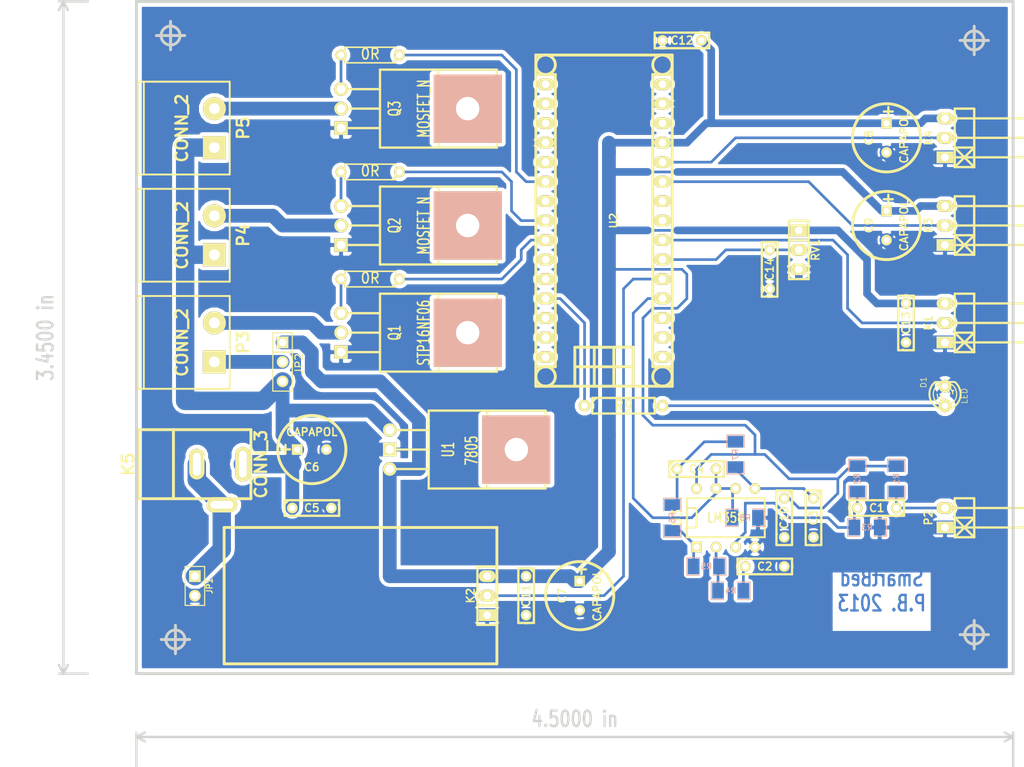
<source format=kicad_pcb>
(kicad_pcb (version 4) (host pcbnew 4.0.7-e2-6376~58~ubuntu16.04.1)

  (general
    (links 89)
    (no_connects 0)
    (area 87.439499 50.609499 202.120501 138.620501)
    (thickness 1.6002)
    (drawings 19)
    (tracks 281)
    (zones 0)
    (modules 45)
    (nets 30)
  )

  (page A4)
  (title_block
    (date "14 jan 2013")
  )

  (layers
    (0 Zepředu jumper)
    (31 Zpět signal)
    (32 B.Adhes user)
    (33 F.Adhes user)
    (34 B.Paste user)
    (35 F.Paste user)
    (36 B.SilkS user)
    (37 F.SilkS user)
    (38 B.Mask user)
    (39 F.Mask user)
    (44 Edge.Cuts user)
  )

  (setup
    (last_trace_width 0.2032)
    (user_trace_width 0.35052)
    (user_trace_width 1.00076)
    (user_trace_width 1.80086)
    (user_trace_width 2.4003)
    (trace_clearance 0.254)
    (zone_clearance 0.508)
    (zone_45_only no)
    (trace_min 0.2032)
    (segment_width 0.381)
    (edge_width 0.381)
    (via_size 0.889)
    (via_drill 0.635)
    (via_min_size 0.889)
    (via_min_drill 0.508)
    (uvia_size 0.508)
    (uvia_drill 0.127)
    (uvias_allowed no)
    (uvia_min_size 0.508)
    (uvia_min_drill 0.127)
    (pcb_text_width 0.3048)
    (pcb_text_size 1.524 2.032)
    (mod_edge_width 0.381)
    (mod_text_size 1.524 1.524)
    (mod_text_width 0.3048)
    (pad_size 1.524 1.524)
    (pad_drill 0.8128)
    (pad_to_mask_clearance 0.254)
    (aux_axis_origin 0 0)
    (visible_elements FFFFFF7F)
    (pcbplotparams
      (layerselection 0x00030_80000001)
      (usegerberextensions true)
      (excludeedgelayer true)
      (linewidth 0.150000)
      (plotframeref false)
      (viasonmask false)
      (mode 1)
      (useauxorigin false)
      (hpglpennumber 1)
      (hpglpenspeed 20)
      (hpglpendiameter 15)
      (hpglpenoverlay 0)
      (psnegative false)
      (psa4output false)
      (plotreference true)
      (plotvalue true)
      (plotinvisibletext false)
      (padsonsilk false)
      (subtractmaskfromsilk false)
      (outputformat 1)
      (mirror false)
      (drillshape 1)
      (scaleselection 1)
      (outputdirectory ""))
  )

  (net 0 "")
  (net 1 +12V)
  (net 2 +5V)
  (net 3 /BLED)
  (net 4 /CURR)
  (net 5 /IR1)
  (net 6 /IR2)
  (net 7 /LIGHT)
  (net 8 /SET)
  (net 9 /SNOR)
  (net 10 GND)
  (net 11 N-000001)
  (net 12 N-000002)
  (net 13 N-000003)
  (net 14 N-000006)
  (net 15 N-000007)
  (net 16 N-000015)
  (net 17 N-000016)
  (net 18 N-000017)
  (net 19 N-000033)
  (net 20 N-000034)
  (net 21 N-000036)
  (net 22 N-000039)
  (net 23 N-000040)
  (net 24 N-000041)
  (net 25 N-000042)
  (net 26 N-000043)
  (net 27 N-000046)
  (net 28 N-000047)
  (net 29 N-000048)

  (net_class Default "Toto je výchozí třída sítě."
    (clearance 0.254)
    (trace_width 0.2032)
    (via_dia 0.889)
    (via_drill 0.635)
    (uvia_dia 0.508)
    (uvia_drill 0.127)
    (add_net +12V)
    (add_net +5V)
    (add_net /BLED)
    (add_net /CURR)
    (add_net /IR1)
    (add_net /IR2)
    (add_net /LIGHT)
    (add_net /SET)
    (add_net /SNOR)
    (add_net GND)
    (add_net N-000001)
    (add_net N-000002)
    (add_net N-000003)
    (add_net N-000006)
    (add_net N-000007)
    (add_net N-000015)
    (add_net N-000016)
    (add_net N-000017)
    (add_net N-000033)
    (add_net N-000034)
    (add_net N-000036)
    (add_net N-000039)
    (add_net N-000040)
    (add_net N-000041)
    (add_net N-000042)
    (add_net N-000043)
    (add_net N-000046)
    (add_net N-000047)
    (add_net N-000048)
  )

  (net_class "Siroky spoj" ""
    (clearance 0.254)
    (trace_width 1.22936)
    (via_dia 0.889)
    (via_drill 0.635)
    (uvia_dia 0.508)
    (uvia_drill 0.127)
  )

  (module TO220GDS (layer Zepředu) (tedit 4469D051) (tstamp 50F1A36B)
    (at 114.3 80.01)
    (descr "Transistor VMOS Irf530, TO220")
    (tags "TR TO220 DEV")
    (path /50F13FF7)
    (fp_text reference Q2 (at 6.985 0 90) (layer F.SilkS)
      (effects (font (size 1.524 1.016) (thickness 0.2032)))
    )
    (fp_text value MOSFET_N (at 10.795 0 90) (layer F.SilkS)
      (effects (font (size 1.524 1.016) (thickness 0.2032)))
    )
    (fp_line (start 0 -2.54) (end 5.08 -2.54) (layer F.SilkS) (width 0.3048))
    (fp_line (start 0 0) (end 5.08 0) (layer F.SilkS) (width 0.3048))
    (fp_line (start 0 2.54) (end 5.08 2.54) (layer F.SilkS) (width 0.3048))
    (fp_line (start 5.08 -5.08) (end 20.32 -5.08) (layer F.SilkS) (width 0.3048))
    (fp_line (start 20.32 -5.08) (end 20.32 5.08) (layer F.SilkS) (width 0.3048))
    (fp_line (start 20.32 5.08) (end 5.08 5.08) (layer F.SilkS) (width 0.3048))
    (fp_line (start 5.08 5.08) (end 5.08 -5.08) (layer F.SilkS) (width 0.3048))
    (fp_line (start 12.7 5.08) (end 12.7 -5.08) (layer F.SilkS) (width 0.3048))
    (pad 4 thru_hole rect (at 16.51 0) (size 8.89 8.89) (drill 3.048) (layers *.Cu *.SilkS *.Mask))
    (pad G thru_hole circle (at 0 -2.54) (size 1.778 1.778) (drill 1.143) (layers *.Cu *.Mask F.SilkS)
      (net 17 N-000016))
    (pad D thru_hole circle (at 0 0) (size 1.778 1.778) (drill 1.143) (layers *.Cu *.Mask F.SilkS)
      (net 18 N-000017))
    (pad S thru_hole rect (at 0 2.54) (size 1.778 1.778) (drill 1.143) (layers *.Cu *.Mask F.SilkS)
      (net 10 GND))
    (model discret/to220_horiz.wrl
      (at (xyz 0 0 0))
      (scale (xyz 1 1 1))
      (rotate (xyz 0 0 0))
    )
  )

  (module TO220GDS (layer Zepředu) (tedit 4469D051) (tstamp 50F1A36D)
    (at 114.3 93.98)
    (descr "Transistor VMOS Irf530, TO220")
    (tags "TR TO220 DEV")
    (path /50F13FEB)
    (fp_text reference Q1 (at 6.985 0 90) (layer F.SilkS)
      (effects (font (size 1.524 1.016) (thickness 0.2032)))
    )
    (fp_text value STP16NF06 (at 10.795 0 90) (layer F.SilkS)
      (effects (font (size 1.524 1.016) (thickness 0.2032)))
    )
    (fp_line (start 0 -2.54) (end 5.08 -2.54) (layer F.SilkS) (width 0.3048))
    (fp_line (start 0 0) (end 5.08 0) (layer F.SilkS) (width 0.3048))
    (fp_line (start 0 2.54) (end 5.08 2.54) (layer F.SilkS) (width 0.3048))
    (fp_line (start 5.08 -5.08) (end 20.32 -5.08) (layer F.SilkS) (width 0.3048))
    (fp_line (start 20.32 -5.08) (end 20.32 5.08) (layer F.SilkS) (width 0.3048))
    (fp_line (start 20.32 5.08) (end 5.08 5.08) (layer F.SilkS) (width 0.3048))
    (fp_line (start 5.08 5.08) (end 5.08 -5.08) (layer F.SilkS) (width 0.3048))
    (fp_line (start 12.7 5.08) (end 12.7 -5.08) (layer F.SilkS) (width 0.3048))
    (pad 4 thru_hole rect (at 16.51 0) (size 8.89 8.89) (drill 3.048) (layers *.Cu *.SilkS *.Mask))
    (pad G thru_hole circle (at 0 -2.54) (size 1.778 1.778) (drill 1.143) (layers *.Cu *.Mask F.SilkS)
      (net 16 N-000015))
    (pad D thru_hole circle (at 0 0) (size 1.778 1.778) (drill 1.143) (layers *.Cu *.Mask F.SilkS)
      (net 20 N-000034))
    (pad S thru_hole rect (at 0 2.54) (size 1.778 1.778) (drill 1.143) (layers *.Cu *.Mask F.SilkS)
      (net 10 GND))
    (model discret/to220_horiz.wrl
      (at (xyz 0 0 0))
      (scale (xyz 1 1 1))
      (rotate (xyz 0 0 0))
    )
  )

  (module TO220GDS (layer Zepředu) (tedit 4469D051) (tstamp 50F1A36F)
    (at 114.3 64.77)
    (descr "Transistor VMOS Irf530, TO220")
    (tags "TR TO220 DEV")
    (path /50F14001)
    (fp_text reference Q3 (at 6.985 0 90) (layer F.SilkS)
      (effects (font (size 1.524 1.016) (thickness 0.2032)))
    )
    (fp_text value MOSFET_N (at 10.795 0 90) (layer F.SilkS)
      (effects (font (size 1.524 1.016) (thickness 0.2032)))
    )
    (fp_line (start 0 -2.54) (end 5.08 -2.54) (layer F.SilkS) (width 0.3048))
    (fp_line (start 0 0) (end 5.08 0) (layer F.SilkS) (width 0.3048))
    (fp_line (start 0 2.54) (end 5.08 2.54) (layer F.SilkS) (width 0.3048))
    (fp_line (start 5.08 -5.08) (end 20.32 -5.08) (layer F.SilkS) (width 0.3048))
    (fp_line (start 20.32 -5.08) (end 20.32 5.08) (layer F.SilkS) (width 0.3048))
    (fp_line (start 20.32 5.08) (end 5.08 5.08) (layer F.SilkS) (width 0.3048))
    (fp_line (start 5.08 5.08) (end 5.08 -5.08) (layer F.SilkS) (width 0.3048))
    (fp_line (start 12.7 5.08) (end 12.7 -5.08) (layer F.SilkS) (width 0.3048))
    (pad 4 thru_hole rect (at 16.51 0) (size 8.89 8.89) (drill 3.048) (layers *.Cu *.SilkS *.Mask))
    (pad G thru_hole circle (at 0 -2.54) (size 1.778 1.778) (drill 1.143) (layers *.Cu *.Mask F.SilkS)
      (net 22 N-000039))
    (pad D thru_hole circle (at 0 0) (size 1.778 1.778) (drill 1.143) (layers *.Cu *.Mask F.SilkS)
      (net 19 N-000033))
    (pad S thru_hole rect (at 0 2.54) (size 1.778 1.778) (drill 1.143) (layers *.Cu *.Mask F.SilkS)
      (net 10 GND))
    (model discret/to220_horiz.wrl
      (at (xyz 0 0 0))
      (scale (xyz 1 1 1))
      (rotate (xyz 0 0 0))
    )
  )

  (module SM1206 (layer Zpět) (tedit 42806E24) (tstamp 50F1A373)
    (at 167.005 118.11)
    (path /50F154CA)
    (attr smd)
    (fp_text reference R8 (at 0 0) (layer B.SilkS)
      (effects (font (size 0.762 0.762) (thickness 0.127)) (justify mirror))
    )
    (fp_text value 2k (at 0 0) (layer B.SilkS) hide
      (effects (font (size 0.762 0.762) (thickness 0.127)) (justify mirror))
    )
    (fp_line (start -2.54 1.143) (end -2.54 -1.143) (layer B.SilkS) (width 0.127))
    (fp_line (start -2.54 -1.143) (end -0.889 -1.143) (layer B.SilkS) (width 0.127))
    (fp_line (start 0.889 1.143) (end 2.54 1.143) (layer B.SilkS) (width 0.127))
    (fp_line (start 2.54 1.143) (end 2.54 -1.143) (layer B.SilkS) (width 0.127))
    (fp_line (start 2.54 -1.143) (end 0.889 -1.143) (layer B.SilkS) (width 0.127))
    (fp_line (start -0.889 1.143) (end -2.54 1.143) (layer B.SilkS) (width 0.127))
    (pad 1 smd rect (at -1.651 0) (size 1.524 2.032) (layers Zpět B.Paste B.Mask)
      (net 9 /SNOR))
    (pad 2 smd rect (at 1.651 0) (size 1.524 2.032) (layers Zpět B.Paste B.Mask)
      (net 10 GND))
    (model smd/chip_cms.wrl
      (at (xyz 0 0 0))
      (scale (xyz 0.17 0.16 0.16))
      (rotate (xyz 0 0 0))
    )
  )

  (module SM1206 (layer Zpět) (tedit 42806E24) (tstamp 50F1A375)
    (at 165.735 109.855 270)
    (path /50F152F2)
    (attr smd)
    (fp_text reference R7 (at 0 0 270) (layer B.SilkS)
      (effects (font (size 0.762 0.762) (thickness 0.127)) (justify mirror))
    )
    (fp_text value 2k (at 0 0 270) (layer B.SilkS) hide
      (effects (font (size 0.762 0.762) (thickness 0.127)) (justify mirror))
    )
    (fp_line (start -2.54 1.143) (end -2.54 -1.143) (layer B.SilkS) (width 0.127))
    (fp_line (start -2.54 -1.143) (end -0.889 -1.143) (layer B.SilkS) (width 0.127))
    (fp_line (start 0.889 1.143) (end 2.54 1.143) (layer B.SilkS) (width 0.127))
    (fp_line (start 2.54 1.143) (end 2.54 -1.143) (layer B.SilkS) (width 0.127))
    (fp_line (start 2.54 -1.143) (end 0.889 -1.143) (layer B.SilkS) (width 0.127))
    (fp_line (start -0.889 1.143) (end -2.54 1.143) (layer B.SilkS) (width 0.127))
    (pad 1 smd rect (at -1.651 0 270) (size 1.524 2.032) (layers Zpět B.Paste B.Mask)
      (net 13 N-000003))
    (pad 2 smd rect (at 1.651 0 270) (size 1.524 2.032) (layers Zpět B.Paste B.Mask)
      (net 23 N-000040))
    (model smd/chip_cms.wrl
      (at (xyz 0 0 0))
      (scale (xyz 0.17 0.16 0.16))
      (rotate (xyz 0 0 0))
    )
  )

  (module SM1206 (layer Zpět) (tedit 42806E24) (tstamp 50F1A377)
    (at 157.48 118.11 90)
    (path /50F152E7)
    (attr smd)
    (fp_text reference R6 (at 0 0 90) (layer B.SilkS)
      (effects (font (size 0.762 0.762) (thickness 0.127)) (justify mirror))
    )
    (fp_text value 2k (at 0 0 90) (layer B.SilkS) hide
      (effects (font (size 0.762 0.762) (thickness 0.127)) (justify mirror))
    )
    (fp_line (start -2.54 1.143) (end -2.54 -1.143) (layer B.SilkS) (width 0.127))
    (fp_line (start -2.54 -1.143) (end -0.889 -1.143) (layer B.SilkS) (width 0.127))
    (fp_line (start 0.889 1.143) (end 2.54 1.143) (layer B.SilkS) (width 0.127))
    (fp_line (start 2.54 1.143) (end 2.54 -1.143) (layer B.SilkS) (width 0.127))
    (fp_line (start 2.54 -1.143) (end 0.889 -1.143) (layer B.SilkS) (width 0.127))
    (fp_line (start -0.889 1.143) (end -2.54 1.143) (layer B.SilkS) (width 0.127))
    (pad 1 smd rect (at -1.651 0 90) (size 1.524 2.032) (layers Zpět B.Paste B.Mask)
      (net 14 N-000006))
    (pad 2 smd rect (at 1.651 0 90) (size 1.524 2.032) (layers Zpět B.Paste B.Mask)
      (net 13 N-000003))
    (model smd/chip_cms.wrl
      (at (xyz 0 0 0))
      (scale (xyz 0.17 0.16 0.16))
      (rotate (xyz 0 0 0))
    )
  )

  (module SM1206 (layer Zpět) (tedit 42806E24) (tstamp 50F1A379)
    (at 161.925 124.46 180)
    (path /50F152FD)
    (attr smd)
    (fp_text reference R5 (at 0 0 180) (layer B.SilkS)
      (effects (font (size 0.762 0.762) (thickness 0.127)) (justify mirror))
    )
    (fp_text value 3M (at 0 0 180) (layer B.SilkS) hide
      (effects (font (size 0.762 0.762) (thickness 0.127)) (justify mirror))
    )
    (fp_line (start -2.54 1.143) (end -2.54 -1.143) (layer B.SilkS) (width 0.127))
    (fp_line (start -2.54 -1.143) (end -0.889 -1.143) (layer B.SilkS) (width 0.127))
    (fp_line (start 0.889 1.143) (end 2.54 1.143) (layer B.SilkS) (width 0.127))
    (fp_line (start 2.54 1.143) (end 2.54 -1.143) (layer B.SilkS) (width 0.127))
    (fp_line (start 2.54 -1.143) (end 0.889 -1.143) (layer B.SilkS) (width 0.127))
    (fp_line (start -0.889 1.143) (end -2.54 1.143) (layer B.SilkS) (width 0.127))
    (pad 1 smd rect (at -1.651 0 180) (size 1.524 2.032) (layers Zpět B.Paste B.Mask)
      (net 15 N-000007))
    (pad 2 smd rect (at 1.651 0 180) (size 1.524 2.032) (layers Zpět B.Paste B.Mask)
      (net 14 N-000006))
    (model smd/chip_cms.wrl
      (at (xyz 0 0 0))
      (scale (xyz 0.17 0.16 0.16))
      (rotate (xyz 0 0 0))
    )
  )

  (module SM1206 (layer Zpět) (tedit 42806E24) (tstamp 50F1A37B)
    (at 165.1 127.635)
    (path /50F15361)
    (attr smd)
    (fp_text reference R4 (at 0 0) (layer B.SilkS)
      (effects (font (size 0.762 0.762) (thickness 0.127)) (justify mirror))
    )
    (fp_text value R (at 0 0) (layer B.SilkS) hide
      (effects (font (size 0.762 0.762) (thickness 0.127)) (justify mirror))
    )
    (fp_line (start -2.54 1.143) (end -2.54 -1.143) (layer B.SilkS) (width 0.127))
    (fp_line (start -2.54 -1.143) (end -0.889 -1.143) (layer B.SilkS) (width 0.127))
    (fp_line (start 0.889 1.143) (end 2.54 1.143) (layer B.SilkS) (width 0.127))
    (fp_line (start 2.54 1.143) (end 2.54 -1.143) (layer B.SilkS) (width 0.127))
    (fp_line (start 2.54 -1.143) (end 0.889 -1.143) (layer B.SilkS) (width 0.127))
    (fp_line (start -0.889 1.143) (end -2.54 1.143) (layer B.SilkS) (width 0.127))
    (pad 1 smd rect (at -1.651 0) (size 1.524 2.032) (layers Zpět B.Paste B.Mask)
      (net 15 N-000007))
    (pad 2 smd rect (at 1.651 0) (size 1.524 2.032) (layers Zpět B.Paste B.Mask)
      (net 12 N-000002))
    (model smd/chip_cms.wrl
      (at (xyz 0 0 0))
      (scale (xyz 0.17 0.16 0.16))
      (rotate (xyz 0 0 0))
    )
  )

  (module SM1206 (layer Zpět) (tedit 42806E24) (tstamp 50F1A37D)
    (at 182.88 119.38)
    (path /50F15352)
    (attr smd)
    (fp_text reference R3 (at 0 0) (layer B.SilkS)
      (effects (font (size 0.762 0.762) (thickness 0.127)) (justify mirror))
    )
    (fp_text value 2k (at 0 0) (layer B.SilkS) hide
      (effects (font (size 0.762 0.762) (thickness 0.127)) (justify mirror))
    )
    (fp_line (start -2.54 1.143) (end -2.54 -1.143) (layer B.SilkS) (width 0.127))
    (fp_line (start -2.54 -1.143) (end -0.889 -1.143) (layer B.SilkS) (width 0.127))
    (fp_line (start 0.889 1.143) (end 2.54 1.143) (layer B.SilkS) (width 0.127))
    (fp_line (start 2.54 1.143) (end 2.54 -1.143) (layer B.SilkS) (width 0.127))
    (fp_line (start 2.54 -1.143) (end 0.889 -1.143) (layer B.SilkS) (width 0.127))
    (fp_line (start -0.889 1.143) (end -2.54 1.143) (layer B.SilkS) (width 0.127))
    (pad 1 smd rect (at -1.651 0) (size 1.524 2.032) (layers Zpět B.Paste B.Mask)
      (net 26 N-000043))
    (pad 2 smd rect (at 1.651 0) (size 1.524 2.032) (layers Zpět B.Paste B.Mask)
      (net 10 GND))
    (model smd/chip_cms.wrl
      (at (xyz 0 0 0))
      (scale (xyz 0.17 0.16 0.16))
      (rotate (xyz 0 0 0))
    )
  )

  (module SM1206 (layer Zpět) (tedit 42806E24) (tstamp 50F1A37F)
    (at 181.61 113.03 270)
    (path /50F15344)
    (attr smd)
    (fp_text reference R2 (at 0 0 270) (layer B.SilkS)
      (effects (font (size 0.762 0.762) (thickness 0.127)) (justify mirror))
    )
    (fp_text value 3k (at 0 0 270) (layer B.SilkS) hide
      (effects (font (size 0.762 0.762) (thickness 0.127)) (justify mirror))
    )
    (fp_line (start -2.54 1.143) (end -2.54 -1.143) (layer B.SilkS) (width 0.127))
    (fp_line (start -2.54 -1.143) (end -0.889 -1.143) (layer B.SilkS) (width 0.127))
    (fp_line (start 0.889 1.143) (end 2.54 1.143) (layer B.SilkS) (width 0.127))
    (fp_line (start 2.54 1.143) (end 2.54 -1.143) (layer B.SilkS) (width 0.127))
    (fp_line (start 2.54 -1.143) (end 0.889 -1.143) (layer B.SilkS) (width 0.127))
    (fp_line (start -0.889 1.143) (end -2.54 1.143) (layer B.SilkS) (width 0.127))
    (pad 1 smd rect (at -1.651 0 270) (size 1.524 2.032) (layers Zpět B.Paste B.Mask)
      (net 2 +5V))
    (pad 2 smd rect (at 1.651 0 270) (size 1.524 2.032) (layers Zpět B.Paste B.Mask)
      (net 26 N-000043))
    (model smd/chip_cms.wrl
      (at (xyz 0 0 0))
      (scale (xyz 0.17 0.16 0.16))
      (rotate (xyz 0 0 0))
    )
  )

  (module SM1206 (layer Zpět) (tedit 42806E24) (tstamp 50F1A381)
    (at 186.69 113.03 270)
    (path /50F1535B)
    (attr smd)
    (fp_text reference R1 (at 0 0 270) (layer B.SilkS)
      (effects (font (size 0.762 0.762) (thickness 0.127)) (justify mirror))
    )
    (fp_text value 10k (at 0 0 270) (layer B.SilkS) hide
      (effects (font (size 0.762 0.762) (thickness 0.127)) (justify mirror))
    )
    (fp_line (start -2.54 1.143) (end -2.54 -1.143) (layer B.SilkS) (width 0.127))
    (fp_line (start -2.54 -1.143) (end -0.889 -1.143) (layer B.SilkS) (width 0.127))
    (fp_line (start 0.889 1.143) (end 2.54 1.143) (layer B.SilkS) (width 0.127))
    (fp_line (start 2.54 1.143) (end 2.54 -1.143) (layer B.SilkS) (width 0.127))
    (fp_line (start 2.54 -1.143) (end 0.889 -1.143) (layer B.SilkS) (width 0.127))
    (fp_line (start -0.889 1.143) (end -2.54 1.143) (layer B.SilkS) (width 0.127))
    (pad 1 smd rect (at -1.651 0 270) (size 1.524 2.032) (layers Zpět B.Paste B.Mask)
      (net 2 +5V))
    (pad 2 smd rect (at 1.651 0 270) (size 1.524 2.032) (layers Zpět B.Paste B.Mask)
      (net 11 N-000001))
    (model smd/chip_cms.wrl
      (at (xyz 0 0 0))
      (scale (xyz 0.17 0.16 0.16))
      (rotate (xyz 0 0 0))
    )
  )

  (module pin_strip_3-90 (layer Zepředu) (tedit 4EF89165) (tstamp 50F1A382)
    (at 193.04 80.01 90)
    (descr "Pin strip 3pin 90")
    (tags "CONN DEV")
    (path /50F1461B)
    (fp_text reference K3 (at 0 -2.159 90) (layer F.SilkS)
      (effects (font (size 1.016 1.016) (thickness 0.2032)))
    )
    (fp_text value CONN_3 (at 0.254 -3.556 90) (layer F.SilkS) hide
      (effects (font (size 1.016 0.889) (thickness 0.2032)))
    )
    (fp_line (start -3.81 1.27) (end -1.27 3.81) (layer F.SilkS) (width 0.3048))
    (fp_line (start -1.27 1.27) (end -3.81 3.81) (layer F.SilkS) (width 0.3048))
    (fp_line (start -3.81 1.27) (end 3.81 1.27) (layer F.SilkS) (width 0.3048))
    (fp_line (start 3.81 1.27) (end 3.81 3.81) (layer F.SilkS) (width 0.3048))
    (fp_line (start 3.81 3.81) (end -3.81 3.81) (layer F.SilkS) (width 0.3048))
    (fp_line (start -1.27 1.27) (end -1.27 3.81) (layer F.SilkS) (width 0.3048))
    (fp_line (start -2.54 0) (end -2.54 10.16) (layer F.SilkS) (width 0.3048))
    (fp_line (start 2.54 10.16) (end 2.54 0) (layer F.SilkS) (width 0.3048))
    (fp_line (start 0 0) (end 0 10.16) (layer F.SilkS) (width 0.3048))
    (fp_line (start -3.81 3.81) (end -3.81 1.27) (layer F.SilkS) (width 0.3048))
    (pad 1 thru_hole rect (at -2.54 0 90) (size 1.524 2.19964) (drill 1.00076) (layers *.Cu *.Mask F.SilkS)
      (net 10 GND))
    (pad 2 thru_hole oval (at 0 0 90) (size 1.524 2.19964) (drill 1.00076) (layers *.Cu *.Mask F.SilkS)
      (net 5 /IR1))
    (pad 3 thru_hole oval (at 2.54 0 90) (size 1.524 2.19964) (drill 1.00076) (layers *.Cu *.Mask F.SilkS)
      (net 2 +5V))
    (model pin_strip_3-90.wrl
      (at (xyz 0 0 0))
      (scale (xyz 1 1 1))
      (rotate (xyz 0 0 0))
    )
  )

  (module pin_strip_3-90 (layer Zepředu) (tedit 4EF89165) (tstamp 50F1A384)
    (at 193.04 92.71 90)
    (descr "Pin strip 3pin 90")
    (tags "CONN DEV")
    (path /50F14508)
    (fp_text reference K1 (at 0 -2.159 90) (layer F.SilkS)
      (effects (font (size 1.016 1.016) (thickness 0.2032)))
    )
    (fp_text value CONN_3 (at 0.254 -3.556 90) (layer F.SilkS) hide
      (effects (font (size 1.016 0.889) (thickness 0.2032)))
    )
    (fp_line (start -3.81 1.27) (end -1.27 3.81) (layer F.SilkS) (width 0.3048))
    (fp_line (start -1.27 1.27) (end -3.81 3.81) (layer F.SilkS) (width 0.3048))
    (fp_line (start -3.81 1.27) (end 3.81 1.27) (layer F.SilkS) (width 0.3048))
    (fp_line (start 3.81 1.27) (end 3.81 3.81) (layer F.SilkS) (width 0.3048))
    (fp_line (start 3.81 3.81) (end -3.81 3.81) (layer F.SilkS) (width 0.3048))
    (fp_line (start -1.27 1.27) (end -1.27 3.81) (layer F.SilkS) (width 0.3048))
    (fp_line (start -2.54 0) (end -2.54 10.16) (layer F.SilkS) (width 0.3048))
    (fp_line (start 2.54 10.16) (end 2.54 0) (layer F.SilkS) (width 0.3048))
    (fp_line (start 0 0) (end 0 10.16) (layer F.SilkS) (width 0.3048))
    (fp_line (start -3.81 3.81) (end -3.81 1.27) (layer F.SilkS) (width 0.3048))
    (pad 1 thru_hole rect (at -2.54 0 90) (size 1.524 2.19964) (drill 1.00076) (layers *.Cu *.Mask F.SilkS)
      (net 10 GND))
    (pad 2 thru_hole oval (at 0 0 90) (size 1.524 2.19964) (drill 1.00076) (layers *.Cu *.Mask F.SilkS)
      (net 7 /LIGHT))
    (pad 3 thru_hole oval (at 2.54 0 90) (size 1.524 2.19964) (drill 1.00076) (layers *.Cu *.Mask F.SilkS)
      (net 2 +5V))
    (model pin_strip_3-90.wrl
      (at (xyz 0 0 0))
      (scale (xyz 1 1 1))
      (rotate (xyz 0 0 0))
    )
  )

  (module pin_strip_3-90 (layer Zepředu) (tedit 4EF89165) (tstamp 50F1A386)
    (at 193.04 68.58 90)
    (descr "Pin strip 3pin 90")
    (tags "CONN DEV")
    (path /50F14630)
    (fp_text reference K4 (at 0 -2.159 90) (layer F.SilkS)
      (effects (font (size 1.016 1.016) (thickness 0.2032)))
    )
    (fp_text value CONN_3 (at 0.254 -3.556 90) (layer F.SilkS) hide
      (effects (font (size 1.016 0.889) (thickness 0.2032)))
    )
    (fp_line (start -3.81 1.27) (end -1.27 3.81) (layer F.SilkS) (width 0.3048))
    (fp_line (start -1.27 1.27) (end -3.81 3.81) (layer F.SilkS) (width 0.3048))
    (fp_line (start -3.81 1.27) (end 3.81 1.27) (layer F.SilkS) (width 0.3048))
    (fp_line (start 3.81 1.27) (end 3.81 3.81) (layer F.SilkS) (width 0.3048))
    (fp_line (start 3.81 3.81) (end -3.81 3.81) (layer F.SilkS) (width 0.3048))
    (fp_line (start -1.27 1.27) (end -1.27 3.81) (layer F.SilkS) (width 0.3048))
    (fp_line (start -2.54 0) (end -2.54 10.16) (layer F.SilkS) (width 0.3048))
    (fp_line (start 2.54 10.16) (end 2.54 0) (layer F.SilkS) (width 0.3048))
    (fp_line (start 0 0) (end 0 10.16) (layer F.SilkS) (width 0.3048))
    (fp_line (start -3.81 3.81) (end -3.81 1.27) (layer F.SilkS) (width 0.3048))
    (pad 1 thru_hole rect (at -2.54 0 90) (size 1.524 2.19964) (drill 1.00076) (layers *.Cu *.Mask F.SilkS)
      (net 10 GND))
    (pad 2 thru_hole oval (at 0 0 90) (size 1.524 2.19964) (drill 1.00076) (layers *.Cu *.Mask F.SilkS)
      (net 6 /IR2))
    (pad 3 thru_hole oval (at 2.54 0 90) (size 1.524 2.19964) (drill 1.00076) (layers *.Cu *.Mask F.SilkS)
      (net 2 +5V))
    (model pin_strip_3-90.wrl
      (at (xyz 0 0 0))
      (scale (xyz 1 1 1))
      (rotate (xyz 0 0 0))
    )
  )

  (module pin_strip_3 (layer Zepředu) (tedit 4B90E017) (tstamp 50F1A387)
    (at 173.99 83.185 270)
    (descr "Pin strip 3pin")
    (tags "CONN DEV")
    (path /50F15162)
    (fp_text reference RV1 (at 0 -2.159 270) (layer F.SilkS)
      (effects (font (size 1.016 1.016) (thickness 0.2032)))
    )
    (fp_text value POT (at 0.254 -3.556 270) (layer F.SilkS) hide
      (effects (font (size 1.016 0.889) (thickness 0.2032)))
    )
    (fp_line (start -1.27 1.27) (end -1.27 -1.27) (layer F.SilkS) (width 0.3048))
    (fp_line (start -3.81 -1.27) (end 3.81 -1.27) (layer F.SilkS) (width 0.3048))
    (fp_line (start 3.81 -1.27) (end 3.81 1.27) (layer F.SilkS) (width 0.3048))
    (fp_line (start 3.81 1.27) (end -3.81 1.27) (layer F.SilkS) (width 0.3048))
    (fp_line (start -3.81 1.27) (end -3.81 -1.27) (layer F.SilkS) (width 0.3048))
    (pad 1 thru_hole rect (at -2.54 0 270) (size 1.524 2.19964) (drill 1.00076) (layers *.Cu *.Mask F.SilkS)
      (net 2 +5V))
    (pad 2 thru_hole oval (at 0 0 270) (size 1.524 2.19964) (drill 1.00076) (layers *.Cu *.Mask F.SilkS)
      (net 8 /SET))
    (pad 3 thru_hole oval (at 2.54 0 270) (size 1.524 2.19964) (drill 1.00076) (layers *.Cu *.Mask F.SilkS)
      (net 10 GND))
    (model pin_strip_3.wrl
      (at (xyz 0 0 0))
      (scale (xyz 1 1 1))
      (rotate (xyz 0 0 0))
    )
  )

  (module pin_strip_3 (layer Zepředu) (tedit 4B90E017) (tstamp 50F1A389)
    (at 133.35 128.27 90)
    (descr "Pin strip 3pin")
    (tags "CONN DEV")
    (path /50F14639)
    (fp_text reference K2 (at 0 -2.159 90) (layer F.SilkS)
      (effects (font (size 1.016 1.016) (thickness 0.2032)))
    )
    (fp_text value CONN_3 (at 0.254 -3.556 90) (layer F.SilkS) hide
      (effects (font (size 1.016 0.889) (thickness 0.2032)))
    )
    (fp_line (start -1.27 1.27) (end -1.27 -1.27) (layer F.SilkS) (width 0.3048))
    (fp_line (start -3.81 -1.27) (end 3.81 -1.27) (layer F.SilkS) (width 0.3048))
    (fp_line (start 3.81 -1.27) (end 3.81 1.27) (layer F.SilkS) (width 0.3048))
    (fp_line (start 3.81 1.27) (end -3.81 1.27) (layer F.SilkS) (width 0.3048))
    (fp_line (start -3.81 1.27) (end -3.81 -1.27) (layer F.SilkS) (width 0.3048))
    (pad 1 thru_hole rect (at -2.54 0 90) (size 1.524 2.19964) (drill 1.00076) (layers *.Cu *.Mask F.SilkS)
      (net 10 GND))
    (pad 2 thru_hole oval (at 0 0 90) (size 1.524 2.19964) (drill 1.00076) (layers *.Cu *.Mask F.SilkS)
      (net 4 /CURR))
    (pad 3 thru_hole oval (at 2.54 0 90) (size 1.524 2.19964) (drill 1.00076) (layers *.Cu *.Mask F.SilkS)
      (net 2 +5V))
    (model pin_strip_3.wrl
      (at (xyz 0 0 0))
      (scale (xyz 1 1 1))
      (rotate (xyz 0 0 0))
    )
  )

  (module pin_strip_2-90 (layer Zepředu) (tedit 4EF89145) (tstamp 50F1A38A)
    (at 193.04 118.11 90)
    (descr "Pin strip 2pin 90")
    (tags "CONN DEV")
    (path /50F15631)
    (fp_text reference P2 (at 0 -2.159 90) (layer F.SilkS)
      (effects (font (size 1.016 1.016) (thickness 0.2032)))
    )
    (fp_text value CONN_2 (at 0.254 -3.556 90) (layer F.SilkS) hide
      (effects (font (size 1.016 0.889) (thickness 0.2032)))
    )
    (fp_line (start 0 3.81) (end -2.54 1.27) (layer F.SilkS) (width 0.3048))
    (fp_line (start 0 3.81) (end 0 1.27) (layer F.SilkS) (width 0.3048))
    (fp_line (start 0 1.27) (end -2.54 3.81) (layer F.SilkS) (width 0.3048))
    (fp_line (start -2.54 3.81) (end 2.54 3.81) (layer F.SilkS) (width 0.3048))
    (fp_line (start 2.54 3.81) (end 2.54 1.27) (layer F.SilkS) (width 0.3048))
    (fp_line (start 2.54 1.27) (end -2.54 1.27) (layer F.SilkS) (width 0.3048))
    (fp_line (start -1.27 0) (end -1.27 10.16) (layer F.SilkS) (width 0.3048))
    (fp_line (start 1.27 0) (end 1.27 10.16) (layer F.SilkS) (width 0.3048))
    (fp_line (start -2.54 3.81) (end -2.54 1.27) (layer F.SilkS) (width 0.3048))
    (pad 1 thru_hole rect (at -1.27 0 90) (size 1.524 2.19964) (drill 1.00076) (layers *.Cu *.Mask F.SilkS)
      (net 10 GND))
    (pad 2 thru_hole oval (at 1.27 0 90) (size 1.524 2.19964) (drill 1.00076) (layers *.Cu *.Mask F.SilkS)
      (net 11 N-000001))
    (model pin_strip_2-90.wrl
      (at (xyz 0 0 0))
      (scale (xyz 1 1 1))
      (rotate (xyz 0 0 0))
    )
  )

  (module PIN_ARRAY_3X1 (layer Zepředu) (tedit 4C1130E0) (tstamp 50F1A38B)
    (at 106.68 97.79 270)
    (descr "Connecteur 3 pins")
    (tags "CONN DEV")
    (path /50F1468F)
    (fp_text reference JP2 (at 0.254 -2.159 270) (layer F.SilkS)
      (effects (font (size 1.016 1.016) (thickness 0.1524)))
    )
    (fp_text value JUMPER3 (at 0 -2.159 270) (layer F.SilkS) hide
      (effects (font (size 1.016 1.016) (thickness 0.1524)))
    )
    (fp_line (start -3.81 1.27) (end -3.81 -1.27) (layer F.SilkS) (width 0.1524))
    (fp_line (start -3.81 -1.27) (end 3.81 -1.27) (layer F.SilkS) (width 0.1524))
    (fp_line (start 3.81 -1.27) (end 3.81 1.27) (layer F.SilkS) (width 0.1524))
    (fp_line (start 3.81 1.27) (end -3.81 1.27) (layer F.SilkS) (width 0.1524))
    (fp_line (start -1.27 -1.27) (end -1.27 1.27) (layer F.SilkS) (width 0.1524))
    (pad 1 thru_hole rect (at -2.54 0 270) (size 1.524 1.524) (drill 1.016) (layers *.Cu *.Mask F.SilkS)
      (net 2 +5V))
    (pad 2 thru_hole circle (at 0 0 270) (size 1.524 1.524) (drill 1.016) (layers *.Cu *.Mask F.SilkS)
      (net 21 N-000036))
    (pad 3 thru_hole circle (at 2.54 0 270) (size 1.524 1.524) (drill 1.016) (layers *.Cu *.Mask F.SilkS)
      (net 1 +12V))
    (model pin_array/pins_array_3x1.wrl
      (at (xyz 0 0 0))
      (scale (xyz 1 1 1))
      (rotate (xyz 0 0 0))
    )
  )

  (module PIN_ARRAY_2X1 (layer Zepředu) (tedit 4565C520) (tstamp 50F1A38C)
    (at 95.25 127 270)
    (descr "Connecteurs 2 pins")
    (tags "CONN DEV")
    (path /50F14559)
    (fp_text reference JP1 (at 0 -1.905 270) (layer F.SilkS)
      (effects (font (size 0.762 0.762) (thickness 0.1524)))
    )
    (fp_text value JUMPER (at 0 -1.905 270) (layer F.SilkS) hide
      (effects (font (size 0.762 0.762) (thickness 0.1524)))
    )
    (fp_line (start -2.54 1.27) (end -2.54 -1.27) (layer F.SilkS) (width 0.1524))
    (fp_line (start -2.54 -1.27) (end 2.54 -1.27) (layer F.SilkS) (width 0.1524))
    (fp_line (start 2.54 -1.27) (end 2.54 1.27) (layer F.SilkS) (width 0.1524))
    (fp_line (start 2.54 1.27) (end -2.54 1.27) (layer F.SilkS) (width 0.1524))
    (pad 1 thru_hole rect (at -1.27 0 270) (size 1.524 1.524) (drill 1.016) (layers *.Cu *.Mask F.SilkS)
      (net 25 N-000042))
    (pad 2 thru_hole circle (at 1.27 0 270) (size 1.524 1.524) (drill 1.016) (layers *.Cu *.Mask F.SilkS)
      (net 10 GND))
    (model pin_array/pins_array_2x1.wrl
      (at (xyz 0 0 0))
      (scale (xyz 1 1 1))
      (rotate (xyz 0 0 0))
    )
  )

  (module mstba_2,5%2f2-g-5,08 (layer Zepředu) (tedit 4D177697) (tstamp 50F1A38D)
    (at 97.79 81.28 90)
    (descr "Terminal block 2 pins, Phoenix MSTBA 2,5/2-G-5,08")
    (path /50F1467C)
    (fp_text reference P4 (at 0 3.74904 90) (layer F.SilkS)
      (effects (font (thickness 0.3048)))
    )
    (fp_text value CONN_2 (at 0 -4.24942 90) (layer F.SilkS)
      (effects (font (thickness 0.3048)))
    )
    (fp_line (start -6.05028 -9.19988) (end 6.05028 -9.19988) (layer F.SilkS) (width 0.254))
    (fp_line (start 6.05028 1.99898) (end -6.05028 1.99898) (layer F.SilkS) (width 0.254))
    (fp_line (start -6.05028 1.99898) (end -6.05028 -9.99998) (layer F.SilkS) (width 0.254))
    (fp_line (start 6.05028 -9.99998) (end -6.05028 -9.99998) (layer F.SilkS) (width 0.254))
    (fp_line (start 6.05028 1.99898) (end 6.05028 -9.99998) (layer F.SilkS) (width 0.254))
    (pad 1 thru_hole rect (at -2.54 0 90) (size 2.99974 2.99974) (drill 1.39954) (layers *.Cu *.Mask F.SilkS)
      (net 1 +12V))
    (pad 2 thru_hole circle (at 2.54 0 90) (size 2.99974 2.99974) (drill 1.39954) (layers *.Cu *.Mask F.SilkS)
      (net 18 N-000017))
    (model mstba_2,5-2-g-5,08.wrl
      (at (xyz 0 0 0))
      (scale (xyz 1 1 1))
      (rotate (xyz 0 0 0))
    )
  )

  (module mstba_2,5%2f2-g-5,08 (layer Zepředu) (tedit 4D177697) (tstamp 50F1A38F)
    (at 97.79 67.31 90)
    (descr "Terminal block 2 pins, Phoenix MSTBA 2,5/2-G-5,08")
    (path /50F14676)
    (fp_text reference P5 (at 0 3.74904 90) (layer F.SilkS)
      (effects (font (thickness 0.3048)))
    )
    (fp_text value CONN_2 (at 0 -4.24942 90) (layer F.SilkS)
      (effects (font (thickness 0.3048)))
    )
    (fp_line (start -6.05028 -9.19988) (end 6.05028 -9.19988) (layer F.SilkS) (width 0.254))
    (fp_line (start 6.05028 1.99898) (end -6.05028 1.99898) (layer F.SilkS) (width 0.254))
    (fp_line (start -6.05028 1.99898) (end -6.05028 -9.99998) (layer F.SilkS) (width 0.254))
    (fp_line (start 6.05028 -9.99998) (end -6.05028 -9.99998) (layer F.SilkS) (width 0.254))
    (fp_line (start 6.05028 1.99898) (end 6.05028 -9.99998) (layer F.SilkS) (width 0.254))
    (pad 1 thru_hole rect (at -2.54 0 90) (size 2.99974 2.99974) (drill 1.39954) (layers *.Cu *.Mask F.SilkS)
      (net 1 +12V))
    (pad 2 thru_hole circle (at 2.54 0 90) (size 2.99974 2.99974) (drill 1.39954) (layers *.Cu *.Mask F.SilkS)
      (net 19 N-000033))
    (model mstba_2,5-2-g-5,08.wrl
      (at (xyz 0 0 0))
      (scale (xyz 1 1 1))
      (rotate (xyz 0 0 0))
    )
  )

  (module mstba_2,5%2f2-g-5,08 (layer Zepředu) (tedit 4D177697) (tstamp 50F1A391)
    (at 97.79 95.25 90)
    (descr "Terminal block 2 pins, Phoenix MSTBA 2,5/2-G-5,08")
    (path /50F14683)
    (fp_text reference P3 (at 0 3.74904 90) (layer F.SilkS)
      (effects (font (thickness 0.3048)))
    )
    (fp_text value CONN_2 (at 0 -4.24942 90) (layer F.SilkS)
      (effects (font (thickness 0.3048)))
    )
    (fp_line (start -6.05028 -9.19988) (end 6.05028 -9.19988) (layer F.SilkS) (width 0.254))
    (fp_line (start 6.05028 1.99898) (end -6.05028 1.99898) (layer F.SilkS) (width 0.254))
    (fp_line (start -6.05028 1.99898) (end -6.05028 -9.99998) (layer F.SilkS) (width 0.254))
    (fp_line (start 6.05028 -9.99998) (end -6.05028 -9.99998) (layer F.SilkS) (width 0.254))
    (fp_line (start 6.05028 1.99898) (end 6.05028 -9.99998) (layer F.SilkS) (width 0.254))
    (pad 1 thru_hole rect (at -2.54 0 90) (size 2.99974 2.99974) (drill 1.39954) (layers *.Cu *.Mask F.SilkS)
      (net 21 N-000036))
    (pad 2 thru_hole circle (at 2.54 0 90) (size 2.99974 2.99974) (drill 1.39954) (layers *.Cu *.Mask F.SilkS)
      (net 20 N-000034))
    (model mstba_2,5-2-g-5,08.wrl
      (at (xyz 0 0 0))
      (scale (xyz 1 1 1))
      (rotate (xyz 0 0 0))
    )
  )

  (module LED-3MM (layer Zepředu) (tedit 49BFA23B) (tstamp 50F1A392)
    (at 193.04 102.235 90)
    (descr "LED 3mm - Lead pitch 100mil (2,54mm)")
    (tags "LED led 3mm 3MM 100mil 2,54mm")
    (path /50F1A274)
    (fp_text reference D1 (at 1.778 -2.794 90) (layer F.SilkS)
      (effects (font (size 0.762 0.762) (thickness 0.0889)))
    )
    (fp_text value LED (at 0 2.54 90) (layer F.SilkS)
      (effects (font (size 0.762 0.762) (thickness 0.0889)))
    )
    (fp_line (start 1.8288 1.27) (end 1.8288 -1.27) (layer F.SilkS) (width 0.254))
    (fp_arc (start 0.254 0) (end -1.27 0) (angle 39.8) (layer F.SilkS) (width 0.1524))
    (fp_arc (start 0.254 0) (end -0.88392 1.01092) (angle 41.6) (layer F.SilkS) (width 0.1524))
    (fp_arc (start 0.254 0) (end 1.4097 -0.9906) (angle 40.6) (layer F.SilkS) (width 0.1524))
    (fp_arc (start 0.254 0) (end 1.778 0) (angle 39.8) (layer F.SilkS) (width 0.1524))
    (fp_arc (start 0.254 0) (end 0.254 -1.524) (angle 54.4) (layer F.SilkS) (width 0.1524))
    (fp_arc (start 0.254 0) (end -0.9652 -0.9144) (angle 53.1) (layer F.SilkS) (width 0.1524))
    (fp_arc (start 0.254 0) (end 1.45542 0.93472) (angle 52.1) (layer F.SilkS) (width 0.1524))
    (fp_arc (start 0.254 0) (end 0.254 1.524) (angle 52.1) (layer F.SilkS) (width 0.1524))
    (fp_arc (start 0.254 0) (end -0.381 0) (angle 90) (layer F.SilkS) (width 0.1524))
    (fp_arc (start 0.254 0) (end -0.762 0) (angle 90) (layer F.SilkS) (width 0.1524))
    (fp_arc (start 0.254 0) (end 0.889 0) (angle 90) (layer F.SilkS) (width 0.1524))
    (fp_arc (start 0.254 0) (end 1.27 0) (angle 90) (layer F.SilkS) (width 0.1524))
    (fp_arc (start 0.254 0) (end 0.254 -2.032) (angle 50.1) (layer F.SilkS) (width 0.254))
    (fp_arc (start 0.254 0) (end -1.5367 -0.95504) (angle 61.9) (layer F.SilkS) (width 0.254))
    (fp_arc (start 0.254 0) (end 1.8034 1.31064) (angle 49.7) (layer F.SilkS) (width 0.254))
    (fp_arc (start 0.254 0) (end 0.254 2.032) (angle 60.2) (layer F.SilkS) (width 0.254))
    (fp_arc (start 0.254 0) (end -1.778 0) (angle 28.3) (layer F.SilkS) (width 0.254))
    (fp_arc (start 0.254 0) (end -1.47574 1.06426) (angle 31.6) (layer F.SilkS) (width 0.254))
    (pad 1 thru_hole circle (at -1.27 0 90) (size 1.6764 1.6764) (drill 0.8128) (layers *.Cu F.Paste F.SilkS F.Mask)
      (net 24 N-000041))
    (pad 2 thru_hole circle (at 1.27 0 90) (size 1.6764 1.6764) (drill 0.8128) (layers *.Cu F.Paste F.SilkS F.Mask)
      (net 10 GND))
    (model discret/leds/led3_vertical_verde.wrl
      (at (xyz 0 0 0))
      (scale (xyz 1 1 1))
      (rotate (xyz 0 0 0))
    )
  )

  (module DIP-8__300 (layer Zepředu) (tedit 43A7F843) (tstamp 50F1A393)
    (at 164.465 118.11)
    (descr "8 pins DIL package, round pads")
    (tags DIL)
    (path /50F142AF)
    (fp_text reference U3 (at -6.35 0 90) (layer F.SilkS)
      (effects (font (size 1.27 1.143) (thickness 0.2032)))
    )
    (fp_text value LM358 (at 0 0) (layer F.SilkS)
      (effects (font (size 1.27 1.016) (thickness 0.2032)))
    )
    (fp_line (start -5.08 -1.27) (end -3.81 -1.27) (layer F.SilkS) (width 0.254))
    (fp_line (start -3.81 -1.27) (end -3.81 1.27) (layer F.SilkS) (width 0.254))
    (fp_line (start -3.81 1.27) (end -5.08 1.27) (layer F.SilkS) (width 0.254))
    (fp_line (start -5.08 -2.54) (end 5.08 -2.54) (layer F.SilkS) (width 0.254))
    (fp_line (start 5.08 -2.54) (end 5.08 2.54) (layer F.SilkS) (width 0.254))
    (fp_line (start 5.08 2.54) (end -5.08 2.54) (layer F.SilkS) (width 0.254))
    (fp_line (start -5.08 2.54) (end -5.08 -2.54) (layer F.SilkS) (width 0.254))
    (pad 1 thru_hole rect (at -3.81 3.81) (size 1.397 1.397) (drill 0.8128) (layers *.Cu *.Mask F.SilkS)
      (net 14 N-000006))
    (pad 2 thru_hole circle (at -1.27 3.81) (size 1.397 1.397) (drill 0.8128) (layers *.Cu *.Mask F.SilkS)
      (net 15 N-000007))
    (pad 3 thru_hole circle (at 1.27 3.81) (size 1.397 1.397) (drill 0.8128) (layers *.Cu *.Mask F.SilkS)
      (net 26 N-000043))
    (pad 4 thru_hole circle (at 3.81 3.81) (size 1.397 1.397) (drill 0.8128) (layers *.Cu *.Mask F.SilkS)
      (net 10 GND))
    (pad 5 thru_hole circle (at 3.81 -3.81) (size 1.397 1.397) (drill 0.8128) (layers *.Cu *.Mask F.SilkS)
      (net 23 N-000040))
    (pad 6 thru_hole circle (at 1.27 -3.81) (size 1.397 1.397) (drill 0.8128) (layers *.Cu *.Mask F.SilkS)
      (net 9 /SNOR))
    (pad 7 thru_hole circle (at -1.27 -3.81) (size 1.397 1.397) (drill 0.8128) (layers *.Cu *.Mask F.SilkS)
      (net 9 /SNOR))
    (pad 8 thru_hole circle (at -3.81 -3.81) (size 1.397 1.397) (drill 0.8128) (layers *.Cu *.Mask F.SilkS)
      (net 2 +5V))
    (model dil/dil_8.wrl
      (at (xyz 0 0 0))
      (scale (xyz 1 1 1))
      (rotate (xyz 0 0 0))
    )
  )

  (module C2 (layer Zepředu) (tedit 200000) (tstamp 50F1A395)
    (at 184.15 116.84 180)
    (descr "Condensateur = 2 pas")
    (tags C)
    (path /50F153A0)
    (fp_text reference C1 (at 0 0 180) (layer F.SilkS)
      (effects (font (size 1.016 1.016) (thickness 0.2032)))
    )
    (fp_text value 2nF (at 0 0 180) (layer F.SilkS) hide
      (effects (font (size 1.016 1.016) (thickness 0.2032)))
    )
    (fp_line (start -3.556 -1.016) (end 3.556 -1.016) (layer F.SilkS) (width 0.3048))
    (fp_line (start 3.556 -1.016) (end 3.556 1.016) (layer F.SilkS) (width 0.3048))
    (fp_line (start 3.556 1.016) (end -3.556 1.016) (layer F.SilkS) (width 0.3048))
    (fp_line (start -3.556 1.016) (end -3.556 -1.016) (layer F.SilkS) (width 0.3048))
    (fp_line (start -3.556 -0.508) (end -3.048 -1.016) (layer F.SilkS) (width 0.3048))
    (pad 1 thru_hole circle (at -2.54 0 180) (size 1.397 1.397) (drill 0.8128) (layers *.Cu *.Mask F.SilkS)
      (net 11 N-000001))
    (pad 2 thru_hole circle (at 2.54 0 180) (size 1.397 1.397) (drill 0.8128) (layers *.Cu *.Mask F.SilkS)
      (net 26 N-000043))
    (model discret/capa_2pas_5x5mm.wrl
      (at (xyz 0 0 0))
      (scale (xyz 1 1 1))
      (rotate (xyz 0 0 0))
    )
  )

  (module C2 (layer Zepředu) (tedit 200000) (tstamp 50F1A397)
    (at 187.96 92.71 270)
    (descr "Condensateur = 2 pas")
    (tags C)
    (path /50F1953C)
    (fp_text reference C13 (at 0 0 270) (layer F.SilkS)
      (effects (font (size 1.016 1.016) (thickness 0.2032)))
    )
    (fp_text value C (at 0 0 270) (layer F.SilkS) hide
      (effects (font (size 1.016 1.016) (thickness 0.2032)))
    )
    (fp_line (start -3.556 -1.016) (end 3.556 -1.016) (layer F.SilkS) (width 0.3048))
    (fp_line (start 3.556 -1.016) (end 3.556 1.016) (layer F.SilkS) (width 0.3048))
    (fp_line (start 3.556 1.016) (end -3.556 1.016) (layer F.SilkS) (width 0.3048))
    (fp_line (start -3.556 1.016) (end -3.556 -1.016) (layer F.SilkS) (width 0.3048))
    (fp_line (start -3.556 -0.508) (end -3.048 -1.016) (layer F.SilkS) (width 0.3048))
    (pad 1 thru_hole circle (at -2.54 0 270) (size 1.397 1.397) (drill 0.8128) (layers *.Cu *.Mask F.SilkS)
      (net 2 +5V))
    (pad 2 thru_hole circle (at 2.54 0 270) (size 1.397 1.397) (drill 0.8128) (layers *.Cu *.Mask F.SilkS)
      (net 10 GND))
    (model discret/capa_2pas_5x5mm.wrl
      (at (xyz 0 0 0))
      (scale (xyz 1 1 1))
      (rotate (xyz 0 0 0))
    )
  )

  (module C2 (layer Zepředu) (tedit 200000) (tstamp 50F1A399)
    (at 158.75 55.88 180)
    (descr "Condensateur = 2 pas")
    (tags C)
    (path /50F19538)
    (fp_text reference C12 (at 0 0 180) (layer F.SilkS)
      (effects (font (size 1.016 1.016) (thickness 0.2032)))
    )
    (fp_text value C (at 0 0 180) (layer F.SilkS) hide
      (effects (font (size 1.016 1.016) (thickness 0.2032)))
    )
    (fp_line (start -3.556 -1.016) (end 3.556 -1.016) (layer F.SilkS) (width 0.3048))
    (fp_line (start 3.556 -1.016) (end 3.556 1.016) (layer F.SilkS) (width 0.3048))
    (fp_line (start 3.556 1.016) (end -3.556 1.016) (layer F.SilkS) (width 0.3048))
    (fp_line (start -3.556 1.016) (end -3.556 -1.016) (layer F.SilkS) (width 0.3048))
    (fp_line (start -3.556 -0.508) (end -3.048 -1.016) (layer F.SilkS) (width 0.3048))
    (pad 1 thru_hole circle (at -2.54 0 180) (size 1.397 1.397) (drill 0.8128) (layers *.Cu *.Mask F.SilkS)
      (net 2 +5V))
    (pad 2 thru_hole circle (at 2.54 0 180) (size 1.397 1.397) (drill 0.8128) (layers *.Cu *.Mask F.SilkS)
      (net 10 GND))
    (model discret/capa_2pas_5x5mm.wrl
      (at (xyz 0 0 0))
      (scale (xyz 1 1 1))
      (rotate (xyz 0 0 0))
    )
  )

  (module C2 (layer Zepředu) (tedit 200000) (tstamp 50F1A39B)
    (at 138.43 128.27 270)
    (descr "Condensateur = 2 pas")
    (tags C)
    (path /50F1952C)
    (fp_text reference C11 (at 0 0 270) (layer F.SilkS)
      (effects (font (size 1.016 1.016) (thickness 0.2032)))
    )
    (fp_text value C (at 0 0 270) (layer F.SilkS) hide
      (effects (font (size 1.016 1.016) (thickness 0.2032)))
    )
    (fp_line (start -3.556 -1.016) (end 3.556 -1.016) (layer F.SilkS) (width 0.3048))
    (fp_line (start 3.556 -1.016) (end 3.556 1.016) (layer F.SilkS) (width 0.3048))
    (fp_line (start 3.556 1.016) (end -3.556 1.016) (layer F.SilkS) (width 0.3048))
    (fp_line (start -3.556 1.016) (end -3.556 -1.016) (layer F.SilkS) (width 0.3048))
    (fp_line (start -3.556 -0.508) (end -3.048 -1.016) (layer F.SilkS) (width 0.3048))
    (pad 1 thru_hole circle (at -2.54 0 270) (size 1.397 1.397) (drill 0.8128) (layers *.Cu *.Mask F.SilkS)
      (net 2 +5V))
    (pad 2 thru_hole circle (at 2.54 0 270) (size 1.397 1.397) (drill 0.8128) (layers *.Cu *.Mask F.SilkS)
      (net 10 GND))
    (model discret/capa_2pas_5x5mm.wrl
      (at (xyz 0 0 0))
      (scale (xyz 1 1 1))
      (rotate (xyz 0 0 0))
    )
  )

  (module C2 (layer Zepředu) (tedit 200000) (tstamp 50F1A39D)
    (at 172.085 118.11 270)
    (descr "Condensateur = 2 pas")
    (tags C)
    (path /50F19523)
    (fp_text reference C10 (at 0 0 270) (layer F.SilkS)
      (effects (font (size 1.016 1.016) (thickness 0.2032)))
    )
    (fp_text value C (at 0 0 270) (layer F.SilkS) hide
      (effects (font (size 1.016 1.016) (thickness 0.2032)))
    )
    (fp_line (start -3.556 -1.016) (end 3.556 -1.016) (layer F.SilkS) (width 0.3048))
    (fp_line (start 3.556 -1.016) (end 3.556 1.016) (layer F.SilkS) (width 0.3048))
    (fp_line (start 3.556 1.016) (end -3.556 1.016) (layer F.SilkS) (width 0.3048))
    (fp_line (start -3.556 1.016) (end -3.556 -1.016) (layer F.SilkS) (width 0.3048))
    (fp_line (start -3.556 -0.508) (end -3.048 -1.016) (layer F.SilkS) (width 0.3048))
    (pad 1 thru_hole circle (at -2.54 0 270) (size 1.397 1.397) (drill 0.8128) (layers *.Cu *.Mask F.SilkS)
      (net 2 +5V))
    (pad 2 thru_hole circle (at 2.54 0 270) (size 1.397 1.397) (drill 0.8128) (layers *.Cu *.Mask F.SilkS)
      (net 10 GND))
    (model discret/capa_2pas_5x5mm.wrl
      (at (xyz 0 0 0))
      (scale (xyz 1 1 1))
      (rotate (xyz 0 0 0))
    )
  )

  (module C2 (layer Zepředu) (tedit 200000) (tstamp 50F1A39F)
    (at 110.49 116.84)
    (descr "Condensateur = 2 pas")
    (tags C)
    (path /50F19548)
    (fp_text reference C5 (at 0 0) (layer F.SilkS)
      (effects (font (size 1.016 1.016) (thickness 0.2032)))
    )
    (fp_text value C (at 0 0) (layer F.SilkS) hide
      (effects (font (size 1.016 1.016) (thickness 0.2032)))
    )
    (fp_line (start -3.556 -1.016) (end 3.556 -1.016) (layer F.SilkS) (width 0.3048))
    (fp_line (start 3.556 -1.016) (end 3.556 1.016) (layer F.SilkS) (width 0.3048))
    (fp_line (start 3.556 1.016) (end -3.556 1.016) (layer F.SilkS) (width 0.3048))
    (fp_line (start -3.556 1.016) (end -3.556 -1.016) (layer F.SilkS) (width 0.3048))
    (fp_line (start -3.556 -0.508) (end -3.048 -1.016) (layer F.SilkS) (width 0.3048))
    (pad 1 thru_hole circle (at -2.54 0) (size 1.397 1.397) (drill 0.8128) (layers *.Cu *.Mask F.SilkS)
      (net 1 +12V))
    (pad 2 thru_hole circle (at 2.54 0) (size 1.397 1.397) (drill 0.8128) (layers *.Cu *.Mask F.SilkS)
      (net 10 GND))
    (model discret/capa_2pas_5x5mm.wrl
      (at (xyz 0 0 0))
      (scale (xyz 1 1 1))
      (rotate (xyz 0 0 0))
    )
  )

  (module C2 (layer Zepředu) (tedit 200000) (tstamp 50F1A3A1)
    (at 160.655 111.76)
    (descr "Condensateur = 2 pas")
    (tags C)
    (path /50F15392)
    (fp_text reference C4 (at 0 0) (layer F.SilkS)
      (effects (font (size 1.016 1.016) (thickness 0.2032)))
    )
    (fp_text value 0.1muF (at 0 0) (layer F.SilkS) hide
      (effects (font (size 1.016 1.016) (thickness 0.2032)))
    )
    (fp_line (start -3.556 -1.016) (end 3.556 -1.016) (layer F.SilkS) (width 0.3048))
    (fp_line (start 3.556 -1.016) (end 3.556 1.016) (layer F.SilkS) (width 0.3048))
    (fp_line (start 3.556 1.016) (end -3.556 1.016) (layer F.SilkS) (width 0.3048))
    (fp_line (start -3.556 1.016) (end -3.556 -1.016) (layer F.SilkS) (width 0.3048))
    (fp_line (start -3.556 -0.508) (end -3.048 -1.016) (layer F.SilkS) (width 0.3048))
    (pad 1 thru_hole circle (at -2.54 0) (size 1.397 1.397) (drill 0.8128) (layers *.Cu *.Mask F.SilkS)
      (net 13 N-000003))
    (pad 2 thru_hole circle (at 2.54 0) (size 1.397 1.397) (drill 0.8128) (layers *.Cu *.Mask F.SilkS)
      (net 9 /SNOR))
    (model discret/capa_2pas_5x5mm.wrl
      (at (xyz 0 0 0))
      (scale (xyz 1 1 1))
      (rotate (xyz 0 0 0))
    )
  )

  (module C2 (layer Zepředu) (tedit 200000) (tstamp 50F1A3A3)
    (at 175.895 118.11 270)
    (descr "Condensateur = 2 pas")
    (tags C)
    (path /50F15387)
    (fp_text reference C3 (at 0 0 270) (layer F.SilkS)
      (effects (font (size 1.016 1.016) (thickness 0.2032)))
    )
    (fp_text value 0.1muF (at 0 0 270) (layer F.SilkS) hide
      (effects (font (size 1.016 1.016) (thickness 0.2032)))
    )
    (fp_line (start -3.556 -1.016) (end 3.556 -1.016) (layer F.SilkS) (width 0.3048))
    (fp_line (start 3.556 -1.016) (end 3.556 1.016) (layer F.SilkS) (width 0.3048))
    (fp_line (start 3.556 1.016) (end -3.556 1.016) (layer F.SilkS) (width 0.3048))
    (fp_line (start -3.556 1.016) (end -3.556 -1.016) (layer F.SilkS) (width 0.3048))
    (fp_line (start -3.556 -0.508) (end -3.048 -1.016) (layer F.SilkS) (width 0.3048))
    (pad 1 thru_hole circle (at -2.54 0 270) (size 1.397 1.397) (drill 0.8128) (layers *.Cu *.Mask F.SilkS)
      (net 23 N-000040))
    (pad 2 thru_hole circle (at 2.54 0 270) (size 1.397 1.397) (drill 0.8128) (layers *.Cu *.Mask F.SilkS)
      (net 10 GND))
    (model discret/capa_2pas_5x5mm.wrl
      (at (xyz 0 0 0))
      (scale (xyz 1 1 1))
      (rotate (xyz 0 0 0))
    )
  )

  (module C2 (layer Zepředu) (tedit 200000) (tstamp 50F1A3A5)
    (at 169.545 124.46)
    (descr "Condensateur = 2 pas")
    (tags C)
    (path /50F1537C)
    (fp_text reference C2 (at 0 0) (layer F.SilkS)
      (effects (font (size 1.016 1.016) (thickness 0.2032)))
    )
    (fp_text value 4.7nF (at 0 0) (layer F.SilkS) hide
      (effects (font (size 1.016 1.016) (thickness 0.2032)))
    )
    (fp_line (start -3.556 -1.016) (end 3.556 -1.016) (layer F.SilkS) (width 0.3048))
    (fp_line (start 3.556 -1.016) (end 3.556 1.016) (layer F.SilkS) (width 0.3048))
    (fp_line (start 3.556 1.016) (end -3.556 1.016) (layer F.SilkS) (width 0.3048))
    (fp_line (start -3.556 1.016) (end -3.556 -1.016) (layer F.SilkS) (width 0.3048))
    (fp_line (start -3.556 -0.508) (end -3.048 -1.016) (layer F.SilkS) (width 0.3048))
    (pad 1 thru_hole circle (at -2.54 0) (size 1.397 1.397) (drill 0.8128) (layers *.Cu *.Mask F.SilkS)
      (net 12 N-000002))
    (pad 2 thru_hole circle (at 2.54 0) (size 1.397 1.397) (drill 0.8128) (layers *.Cu *.Mask F.SilkS)
      (net 10 GND))
    (model discret/capa_2pas_5x5mm.wrl
      (at (xyz 0 0 0))
      (scale (xyz 1 1 1))
      (rotate (xyz 0 0 0))
    )
  )

  (module C1.5V8V (layer Zepředu) (tedit 4512B232) (tstamp 50F1A3A6)
    (at 185.42 80.01 270)
    (path /50F1951E)
    (fp_text reference C9 (at 0 2.286 270) (layer F.SilkS)
      (effects (font (size 1.016 1.016) (thickness 0.2032)))
    )
    (fp_text value CAPAPOL (at 0 -2.286 270) (layer F.SilkS)
      (effects (font (size 1.016 1.016) (thickness 0.2032)))
    )
    (fp_text user + (at -3.429 -0.127 270) (layer F.SilkS)
      (effects (font (thickness 0.3048)))
    )
    (fp_circle (center 0 0) (end 0 4.445) (layer F.SilkS) (width 0.381))
    (pad 1 thru_hole rect (at -1.905 0 270) (size 1.397 1.397) (drill 0.8128) (layers *.Cu *.Mask F.SilkS)
      (net 2 +5V))
    (pad 2 thru_hole circle (at 1.905 0 270) (size 1.397 1.397) (drill 0.8128) (layers *.Cu *.Mask F.SilkS)
      (net 10 GND))
    (model discret/c_vert_c1v8.wrl
      (at (xyz 0 0 0))
      (scale (xyz 1.5 1.5 1))
      (rotate (xyz 0 0 0))
    )
  )

  (module C1.5V8V (layer Zepředu) (tedit 4512B232) (tstamp 50F1A3A8)
    (at 185.42 68.58 270)
    (path /50F1951A)
    (fp_text reference C8 (at 0 2.286 270) (layer F.SilkS)
      (effects (font (size 1.016 1.016) (thickness 0.2032)))
    )
    (fp_text value CAPAPOL (at 0 -2.286 270) (layer F.SilkS)
      (effects (font (size 1.016 1.016) (thickness 0.2032)))
    )
    (fp_text user + (at -3.429 -0.127 270) (layer F.SilkS)
      (effects (font (thickness 0.3048)))
    )
    (fp_circle (center 0 0) (end 0 4.445) (layer F.SilkS) (width 0.381))
    (pad 1 thru_hole rect (at -1.905 0 270) (size 1.397 1.397) (drill 0.8128) (layers *.Cu *.Mask F.SilkS)
      (net 2 +5V))
    (pad 2 thru_hole circle (at 1.905 0 270) (size 1.397 1.397) (drill 0.8128) (layers *.Cu *.Mask F.SilkS)
      (net 10 GND))
    (model discret/c_vert_c1v8.wrl
      (at (xyz 0 0 0))
      (scale (xyz 1.5 1.5 1))
      (rotate (xyz 0 0 0))
    )
  )

  (module C1.5V8V (layer Zepředu) (tedit 4512B232) (tstamp 50F1A3AA)
    (at 145.415 128.27 270)
    (path /50F19513)
    (fp_text reference C7 (at 0 2.286 270) (layer F.SilkS)
      (effects (font (size 1.016 1.016) (thickness 0.2032)))
    )
    (fp_text value CAPAPOL (at 0 -2.286 270) (layer F.SilkS)
      (effects (font (size 1.016 1.016) (thickness 0.2032)))
    )
    (fp_text user + (at -3.429 -0.127 270) (layer F.SilkS)
      (effects (font (thickness 0.3048)))
    )
    (fp_circle (center 0 0) (end 0 4.445) (layer F.SilkS) (width 0.381))
    (pad 1 thru_hole rect (at -1.905 0 270) (size 1.397 1.397) (drill 0.8128) (layers *.Cu *.Mask F.SilkS)
      (net 2 +5V))
    (pad 2 thru_hole circle (at 1.905 0 270) (size 1.397 1.397) (drill 0.8128) (layers *.Cu *.Mask F.SilkS)
      (net 10 GND))
    (model discret/c_vert_c1v8.wrl
      (at (xyz 0 0 0))
      (scale (xyz 1.5 1.5 1))
      (rotate (xyz 0 0 0))
    )
  )

  (module C1.5V8V (layer Zepředu) (tedit 4512B232) (tstamp 50F1A3AC)
    (at 110.49 109.22)
    (path /50F19504)
    (fp_text reference C6 (at 0 2.286) (layer F.SilkS)
      (effects (font (size 1.016 1.016) (thickness 0.2032)))
    )
    (fp_text value CAPAPOL (at 0 -2.286) (layer F.SilkS)
      (effects (font (size 1.016 1.016) (thickness 0.2032)))
    )
    (fp_text user + (at -3.429 -0.127) (layer F.SilkS)
      (effects (font (thickness 0.3048)))
    )
    (fp_circle (center 0 0) (end 0 4.445) (layer F.SilkS) (width 0.381))
    (pad 1 thru_hole rect (at -1.905 0) (size 1.397 1.397) (drill 0.8128) (layers *.Cu *.Mask F.SilkS)
      (net 1 +12V))
    (pad 2 thru_hole circle (at 1.905 0) (size 1.397 1.397) (drill 0.8128) (layers *.Cu *.Mask F.SilkS)
      (net 10 GND))
    (model discret/c_vert_c1v8.wrl
      (at (xyz 0 0 0))
      (scale (xyz 1.5 1.5 1))
      (rotate (xyz 0 0 0))
    )
  )

  (module arduino_nano_header (layer Zepředu) (tedit 50D22E09) (tstamp 50F1A3AD)
    (at 148.59 79.375 90)
    (descr "Arduino Nano Header")
    (tags Arduino)
    (path /50F13E93)
    (fp_text reference U2 (at 0 1.27 90) (layer F.SilkS)
      (effects (font (size 1.016 1.016) (thickness 0.2032)))
    )
    (fp_text value ARDUINO_MINI (at 0 -1.27 90) (layer F.SilkS) hide
      (effects (font (size 1.016 0.889) (thickness 0.2032)))
    )
    (fp_line (start -16.51 -1.27) (end -21.59 -1.27) (layer F.SilkS) (width 0.381))
    (fp_line (start -16.51 1.27) (end -21.59 1.27) (layer F.SilkS) (width 0.381))
    (fp_line (start -19.05 -3.81) (end -19.05 3.81) (layer F.SilkS) (width 0.381))
    (fp_line (start -21.59 -3.81) (end -16.51 -3.81) (layer F.SilkS) (width 0.381))
    (fp_line (start -16.51 -3.81) (end -16.51 3.81) (layer F.SilkS) (width 0.381))
    (fp_line (start -16.51 3.81) (end -21.59 3.81) (layer F.SilkS) (width 0.381))
    (fp_line (start 21.59 -8.89) (end -21.59 -8.89) (layer F.SilkS) (width 0.381))
    (fp_line (start -21.59 8.89) (end 21.59 8.89) (layer F.SilkS) (width 0.381))
    (fp_line (start -21.59 8.89) (end -21.59 -8.89) (layer F.SilkS) (width 0.381))
    (fp_line (start 21.59 8.89) (end 21.59 -8.89) (layer F.SilkS) (width 0.381))
    (fp_circle (center -20.32 -7.62) (end -21.59 -7.62) (layer F.SilkS) (width 0.381))
    (fp_circle (center -20.32 7.62) (end -21.59 7.62) (layer F.SilkS) (width 0.381))
    (fp_circle (center 20.32 -7.62) (end 21.59 -7.62) (layer F.SilkS) (width 0.381))
    (fp_circle (center 20.32 7.62) (end 21.59 7.62) (layer F.SilkS) (width 0.381))
    (fp_line (start 19.05 -6.35) (end -19.05 -6.35) (layer F.SilkS) (width 0.381))
    (fp_line (start -19.05 6.35) (end 19.05 6.35) (layer F.SilkS) (width 0.381))
    (fp_line (start 19.05 8.89) (end 19.05 6.35) (layer F.SilkS) (width 0.381))
    (fp_line (start 19.05 -6.35) (end 19.05 -8.89) (layer F.SilkS) (width 0.381))
    (fp_line (start -19.05 -8.89) (end -19.05 -6.35) (layer F.SilkS) (width 0.381))
    (fp_line (start -19.05 8.89) (end -19.05 6.35) (layer F.SilkS) (width 0.381))
    (pad 1 thru_hole oval (at -17.78 7.62 90) (size 1.524 2.19964) (drill 1.00076) (layers *.Cu *.Mask F.SilkS))
    (pad 2 thru_hole oval (at -15.24 7.62 90) (size 1.524 2.19964) (drill 1.00076) (layers *.Cu *.Mask F.SilkS))
    (pad 3 thru_hole oval (at -12.7 7.62 90) (size 1.524 2.19964) (drill 1.00076) (layers *.Cu *.Mask F.SilkS))
    (pad 4 thru_hole oval (at -10.16 7.62 90) (size 1.524 2.19964) (drill 1.00076) (layers *.Cu *.Mask F.SilkS)
      (net 9 /SNOR))
    (pad 5 thru_hole oval (at -7.62 7.62 90) (size 1.524 2.19964) (drill 1.00076) (layers *.Cu *.Mask F.SilkS)
      (net 4 /CURR))
    (pad 6 thru_hole oval (at -5.08 7.62 90) (size 1.524 2.19964) (drill 1.00076) (layers *.Cu *.Mask F.SilkS)
      (net 8 /SET))
    (pad 7 thru_hole oval (at -2.54 7.62 90) (size 1.524 2.19964) (drill 1.00076) (layers *.Cu *.Mask F.SilkS)
      (net 7 /LIGHT))
    (pad 8 thru_hole oval (at 0 7.62 90) (size 1.524 2.19964) (drill 1.00076) (layers *.Cu *.Mask F.SilkS))
    (pad 9 thru_hole oval (at 2.54 7.62 90) (size 1.524 2.19964) (drill 1.00076) (layers *.Cu *.Mask F.SilkS))
    (pad 10 thru_hole oval (at 5.08 7.62 90) (size 1.524 2.19964) (drill 1.00076) (layers *.Cu *.Mask F.SilkS)
      (net 5 /IR1))
    (pad 11 thru_hole oval (at 7.62 7.62 90) (size 1.524 2.19964) (drill 1.00076) (layers *.Cu *.Mask F.SilkS)
      (net 6 /IR2))
    (pad 12 thru_hole oval (at 10.16 7.62 90) (size 1.524 2.19964) (drill 1.00076) (layers *.Cu *.Mask F.SilkS)
      (net 2 +5V))
    (pad 13 thru_hole oval (at 12.7 7.62 90) (size 1.524 2.19964) (drill 1.00076) (layers *.Cu *.Mask F.SilkS))
    (pad 14 thru_hole oval (at 15.24 7.62 90) (size 1.524 2.19964) (drill 1.00076) (layers *.Cu *.Mask F.SilkS)
      (net 10 GND))
    (pad 15 thru_hole oval (at 17.78 7.62 90) (size 1.524 2.19964) (drill 1.00076) (layers *.Cu *.Mask F.SilkS))
    (pad 16 thru_hole oval (at 17.78 -7.62 90) (size 1.524 2.19964) (drill 1.00076) (layers *.Cu *.Mask F.SilkS))
    (pad 17 thru_hole oval (at 15.24 -7.62 90) (size 1.524 2.19964) (drill 1.00076) (layers *.Cu *.Mask F.SilkS))
    (pad 18 thru_hole oval (at 12.7 -7.62 90) (size 1.524 2.19964) (drill 1.00076) (layers *.Cu *.Mask F.SilkS))
    (pad 19 thru_hole oval (at 10.16 -7.62 90) (size 1.524 2.19964) (drill 1.00076) (layers *.Cu *.Mask F.SilkS)
      (net 10 GND))
    (pad 20 thru_hole oval (at 7.62 -7.62 90) (size 1.524 2.1971) (drill 1.00076) (layers *.Cu *.Mask F.SilkS))
    (pad 21 thru_hole oval (at 5.08 -7.62 90) (size 1.524 2.1971) (drill 1.00076) (layers *.Cu *.Mask F.SilkS)
      (net 27 N-000046))
    (pad 22 thru_hole oval (at 2.54 -7.62 90) (size 1.524 2.1971) (drill 1.00076) (layers *.Cu *.Mask F.SilkS))
    (pad 23 thru_hole oval (at 0 -7.62 90) (size 1.524 2.1971) (drill 1.00076) (layers *.Cu *.Mask F.SilkS)
      (net 29 N-000048))
    (pad 24 thru_hole oval (at -2.54 -7.62 90) (size 1.524 2.1971) (drill 0.99822) (layers *.Cu *.Mask F.SilkS)
      (net 28 N-000047))
    (pad 25 thru_hole oval (at -5.08 -7.62 90) (size 1.524 2.1971) (drill 0.99822) (layers *.Cu *.Mask F.SilkS))
    (pad 26 thru_hole oval (at -7.62 -7.62 90) (size 1.524 2.1971) (drill 0.99822) (layers *.Cu *.Mask F.SilkS))
    (pad 27 thru_hole oval (at -10.16 -7.62 90) (size 1.524 2.1971) (drill 0.99822) (layers *.Cu *.Mask F.SilkS)
      (net 3 /BLED))
    (pad 28 thru_hole oval (at -12.7 -7.62 90) (size 1.524 2.1971) (drill 0.99822) (layers *.Cu *.Mask F.SilkS))
    (pad 29 thru_hole oval (at -15.24 -7.62 90) (size 1.524 2.1971) (drill 0.99822) (layers *.Cu *.Mask F.SilkS))
    (pad 30 thru_hole oval (at -17.78 -7.62 90) (size 1.524 2.1971) (drill 0.99822) (layers *.Cu *.Mask F.SilkS))
    (model arduino_nano_header.wrl
      (at (xyz 0 0 0))
      (scale (xyz 1 1 1))
      (rotate (xyz 0 0 0))
    )
  )

  (module LM78XX (layer Zepředu) (tedit 200000) (tstamp 50F1A370)
    (at 120.65 109.22)
    (descr "Regulateur TO220 serie LM78xx")
    (tags "TR TO220")
    (path /50F13EA9)
    (fp_text reference U1 (at 7.62 0 90) (layer F.SilkS)
      (effects (font (size 1.524 1.016) (thickness 0.2032)))
    )
    (fp_text value 7805 (at 10.668 0.127 90) (layer F.SilkS)
      (effects (font (size 1.524 1.016) (thickness 0.2032)))
    )
    (fp_line (start 0 -2.54) (end 5.08 -2.54) (layer F.SilkS) (width 0.3048))
    (fp_line (start 0 0) (end 5.08 0) (layer F.SilkS) (width 0.3048))
    (fp_line (start 0 2.54) (end 5.08 2.54) (layer F.SilkS) (width 0.3048))
    (fp_line (start 5.08 -3.81) (end 5.08 5.08) (layer F.SilkS) (width 0.3048))
    (fp_line (start 5.08 5.08) (end 20.32 5.08) (layer F.SilkS) (width 0.3048))
    (fp_line (start 20.32 5.08) (end 20.32 -5.08) (layer F.SilkS) (width 0.3048))
    (fp_line (start 5.08 -3.81) (end 5.08 -5.08) (layer F.SilkS) (width 0.3048))
    (fp_line (start 12.7 3.81) (end 12.7 -5.08) (layer F.SilkS) (width 0.3048))
    (fp_line (start 12.7 3.81) (end 12.7 5.08) (layer F.SilkS) (width 0.3048))
    (fp_line (start 5.08 -5.08) (end 20.32 -5.08) (layer F.SilkS) (width 0.3048))
    (pad 4 thru_hole rect (at 16.51 0) (size 8.89 8.89) (drill 3.048) (layers *.Cu *.SilkS *.Mask))
    (pad VI thru_hole circle (at 0 -2.54) (size 1.778 1.778) (drill 1.143) (layers *.Cu *.Mask F.SilkS)
      (net 1 +12V))
    (pad GND thru_hole rect (at 0 0) (size 1.778 1.778) (drill 1.143) (layers *.Cu *.Mask F.SilkS)
      (net 10 GND))
    (pad VO thru_hole circle (at 0 2.54) (size 1.778 1.778) (drill 1.143) (layers *.Cu *.Mask F.SilkS)
      (net 2 +5V))
    (model discret/to220_horiz.wrl
      (at (xyz 0 0 0))
      (scale (xyz 1 1 1))
      (rotate (xyz 0 0 0))
    )
  )

  (module C2 (layer Zepředu) (tedit 200000) (tstamp 50F1ABCD)
    (at 170.18 85.725 270)
    (descr "Condensateur = 2 pas")
    (tags C)
    (path /50F1AB75)
    (fp_text reference C14 (at 0 0 270) (layer F.SilkS)
      (effects (font (size 1.016 1.016) (thickness 0.2032)))
    )
    (fp_text value C (at 0 0 270) (layer F.SilkS) hide
      (effects (font (size 1.016 1.016) (thickness 0.2032)))
    )
    (fp_line (start -3.556 -1.016) (end 3.556 -1.016) (layer F.SilkS) (width 0.3048))
    (fp_line (start 3.556 -1.016) (end 3.556 1.016) (layer F.SilkS) (width 0.3048))
    (fp_line (start 3.556 1.016) (end -3.556 1.016) (layer F.SilkS) (width 0.3048))
    (fp_line (start -3.556 1.016) (end -3.556 -1.016) (layer F.SilkS) (width 0.3048))
    (fp_line (start -3.556 -0.508) (end -3.048 -1.016) (layer F.SilkS) (width 0.3048))
    (pad 1 thru_hole circle (at -2.54 0 270) (size 1.397 1.397) (drill 0.8128) (layers *.Cu *.Mask F.SilkS)
      (net 8 /SET))
    (pad 2 thru_hole circle (at 2.54 0 270) (size 1.397 1.397) (drill 0.8128) (layers *.Cu *.Mask F.SilkS)
      (net 10 GND))
    (model discret/capa_2pas_5x5mm.wrl
      (at (xyz 0 0 0))
      (scale (xyz 1 1 1))
      (rotate (xyz 0 0 0))
    )
  )

  (module R3 (layer Zepředu) (tedit 4E4C0E65) (tstamp 50F1DD9E)
    (at 118.11 86.995 180)
    (descr "Resitance 3 pas")
    (tags R)
    (path /50F1DCDA)
    (autoplace_cost180 10)
    (fp_text reference R10 (at 0 0.127 180) (layer F.SilkS) hide
      (effects (font (size 1.397 1.27) (thickness 0.2032)))
    )
    (fp_text value 0R (at 0 0.127 180) (layer F.SilkS)
      (effects (font (size 1.397 1.27) (thickness 0.2032)))
    )
    (fp_line (start -3.81 0) (end -3.302 0) (layer F.SilkS) (width 0.2032))
    (fp_line (start 3.81 0) (end 3.302 0) (layer F.SilkS) (width 0.2032))
    (fp_line (start 3.302 0) (end 3.302 -1.016) (layer F.SilkS) (width 0.2032))
    (fp_line (start 3.302 -1.016) (end -3.302 -1.016) (layer F.SilkS) (width 0.2032))
    (fp_line (start -3.302 -1.016) (end -3.302 1.016) (layer F.SilkS) (width 0.2032))
    (fp_line (start -3.302 1.016) (end 3.302 1.016) (layer F.SilkS) (width 0.2032))
    (fp_line (start 3.302 1.016) (end 3.302 0) (layer F.SilkS) (width 0.2032))
    (fp_line (start -3.302 -0.508) (end -2.794 -1.016) (layer F.SilkS) (width 0.2032))
    (pad 1 thru_hole circle (at -3.81 0 180) (size 1.397 1.397) (drill 0.8128) (layers *.Cu *.Mask F.SilkS)
      (net 28 N-000047))
    (pad 2 thru_hole circle (at 3.81 0 180) (size 1.397 1.397) (drill 0.8128) (layers *.Cu *.Mask F.SilkS)
      (net 16 N-000015))
    (model discret/resistor.wrl
      (at (xyz 0 0 0))
      (scale (xyz 0.3 0.3 0.3))
      (rotate (xyz 0 0 0))
    )
  )

  (module R3 (layer Zepředu) (tedit 4E4C0E65) (tstamp 50F1DDA0)
    (at 118.11 73.025 180)
    (descr "Resitance 3 pas")
    (tags R)
    (path /50F1DCE3)
    (autoplace_cost180 10)
    (fp_text reference R11 (at 0 0.127 180) (layer F.SilkS) hide
      (effects (font (size 1.397 1.27) (thickness 0.2032)))
    )
    (fp_text value 0R (at 0 0.127 180) (layer F.SilkS)
      (effects (font (size 1.397 1.27) (thickness 0.2032)))
    )
    (fp_line (start -3.81 0) (end -3.302 0) (layer F.SilkS) (width 0.2032))
    (fp_line (start 3.81 0) (end 3.302 0) (layer F.SilkS) (width 0.2032))
    (fp_line (start 3.302 0) (end 3.302 -1.016) (layer F.SilkS) (width 0.2032))
    (fp_line (start 3.302 -1.016) (end -3.302 -1.016) (layer F.SilkS) (width 0.2032))
    (fp_line (start -3.302 -1.016) (end -3.302 1.016) (layer F.SilkS) (width 0.2032))
    (fp_line (start -3.302 1.016) (end 3.302 1.016) (layer F.SilkS) (width 0.2032))
    (fp_line (start 3.302 1.016) (end 3.302 0) (layer F.SilkS) (width 0.2032))
    (fp_line (start -3.302 -0.508) (end -2.794 -1.016) (layer F.SilkS) (width 0.2032))
    (pad 1 thru_hole circle (at -3.81 0 180) (size 1.397 1.397) (drill 0.8128) (layers *.Cu *.Mask F.SilkS)
      (net 29 N-000048))
    (pad 2 thru_hole circle (at 3.81 0 180) (size 1.397 1.397) (drill 0.8128) (layers *.Cu *.Mask F.SilkS)
      (net 17 N-000016))
    (model discret/resistor.wrl
      (at (xyz 0 0 0))
      (scale (xyz 0.3 0.3 0.3))
      (rotate (xyz 0 0 0))
    )
  )

  (module R3 (layer Zepředu) (tedit 4E4C0E65) (tstamp 50F1DDA2)
    (at 118.11 57.785 180)
    (descr "Resitance 3 pas")
    (tags R)
    (path /50F1DCEF)
    (autoplace_cost180 10)
    (fp_text reference R12 (at 0 0.127 180) (layer F.SilkS) hide
      (effects (font (size 1.397 1.27) (thickness 0.2032)))
    )
    (fp_text value 0R (at 0 0.127 180) (layer F.SilkS)
      (effects (font (size 1.397 1.27) (thickness 0.2032)))
    )
    (fp_line (start -3.81 0) (end -3.302 0) (layer F.SilkS) (width 0.2032))
    (fp_line (start 3.81 0) (end 3.302 0) (layer F.SilkS) (width 0.2032))
    (fp_line (start 3.302 0) (end 3.302 -1.016) (layer F.SilkS) (width 0.2032))
    (fp_line (start 3.302 -1.016) (end -3.302 -1.016) (layer F.SilkS) (width 0.2032))
    (fp_line (start -3.302 -1.016) (end -3.302 1.016) (layer F.SilkS) (width 0.2032))
    (fp_line (start -3.302 1.016) (end 3.302 1.016) (layer F.SilkS) (width 0.2032))
    (fp_line (start 3.302 1.016) (end 3.302 0) (layer F.SilkS) (width 0.2032))
    (fp_line (start -3.302 -0.508) (end -2.794 -1.016) (layer F.SilkS) (width 0.2032))
    (pad 1 thru_hole circle (at -3.81 0 180) (size 1.397 1.397) (drill 0.8128) (layers *.Cu *.Mask F.SilkS)
      (net 27 N-000046))
    (pad 2 thru_hole circle (at 3.81 0 180) (size 1.397 1.397) (drill 0.8128) (layers *.Cu *.Mask F.SilkS)
      (net 22 N-000039))
    (model discret/resistor.wrl
      (at (xyz 0 0 0))
      (scale (xyz 0.3 0.3 0.3))
      (rotate (xyz 0 0 0))
    )
  )

  (module R4 (layer Zepředu) (tedit 200000) (tstamp 50F1A371)
    (at 151.13 103.505)
    (descr "Resitance 4 pas")
    (tags R)
    (path /50F1A286)
    (autoplace_cost180 10)
    (fp_text reference R9 (at 0 0) (layer F.SilkS)
      (effects (font (size 1.397 1.27) (thickness 0.2032)))
    )
    (fp_text value 1k (at 0 0) (layer F.SilkS) hide
      (effects (font (size 1.397 1.27) (thickness 0.2032)))
    )
    (fp_line (start -5.08 0) (end -4.064 0) (layer F.SilkS) (width 0.3048))
    (fp_line (start -4.064 0) (end -4.064 -1.016) (layer F.SilkS) (width 0.3048))
    (fp_line (start -4.064 -1.016) (end 4.064 -1.016) (layer F.SilkS) (width 0.3048))
    (fp_line (start 4.064 -1.016) (end 4.064 1.016) (layer F.SilkS) (width 0.3048))
    (fp_line (start 4.064 1.016) (end -4.064 1.016) (layer F.SilkS) (width 0.3048))
    (fp_line (start -4.064 1.016) (end -4.064 0) (layer F.SilkS) (width 0.3048))
    (fp_line (start -4.064 -0.508) (end -3.556 -1.016) (layer F.SilkS) (width 0.3048))
    (fp_line (start 5.08 0) (end 4.064 0) (layer F.SilkS) (width 0.3048))
    (pad 1 thru_hole circle (at -5.08 0) (size 1.524 1.524) (drill 0.8128) (layers *.Cu *.Mask F.SilkS)
      (net 3 /BLED))
    (pad 2 thru_hole circle (at 5.08 0) (size 1.524 1.524) (drill 0.8128) (layers *.Cu *.Mask F.SilkS)
      (net 24 N-000041))
    (model discret/resistor.wrl
      (at (xyz 0 0 0))
      (scale (xyz 0.4 0.4 0.4))
      (rotate (xyz 0 0 0))
    )
  )

  (module dc_socket (layer Zepředu) (tedit 4EAFFE1C) (tstamp 50F292FD)
    (at 95.25 111.125 270)
    (descr "Socket, DC power supply")
    (path /50F291AB)
    (fp_text reference K5 (at 0 8.6995 270) (layer F.SilkS)
      (effects (font (thickness 0.3048)))
    )
    (fp_text value CONN_3 (at 0 -8.60044 270) (layer F.SilkS)
      (effects (font (thickness 0.3048)))
    )
    (fp_line (start -4.50088 2.79908) (end 4.50088 2.79908) (layer F.SilkS) (width 0.381))
    (fp_line (start -4.50088 7.29996) (end 4.50088 7.29996) (layer F.SilkS) (width 0.381))
    (fp_line (start 4.50088 7.29996) (end 4.50088 -7.29996) (layer F.SilkS) (width 0.381))
    (fp_line (start 4.50088 -7.29996) (end -4.50088 -7.29996) (layer F.SilkS) (width 0.381))
    (fp_line (start -4.50088 -7.29996) (end -4.50088 7.29996) (layer F.SilkS) (width 0.381))
    (pad 1 thru_hole oval (at 5.30098 -3.50012 270) (size 1.99898 4.0005) (drill oval 1.00076 2.99974) (layers *.Cu *.Mask F.SilkS)
      (net 25 N-000042))
    (pad 2 thru_hole oval (at 0 -0.24892 270) (size 4.0005 1.99898) (drill oval 2.99974 1.00076) (layers *.Cu *.Mask F.SilkS)
      (net 25 N-000042))
    (pad 3 thru_hole oval (at 0 -6.25094 270) (size 4.50088 1.99898) (drill oval 3.50012 1.00076) (layers *.Cu *.Mask F.SilkS)
      (net 1 +12V))
    (model dc_socket.wrl
      (at (xyz 0 0 0))
      (scale (xyz 1 1 1))
      (rotate (xyz 0 0 0))
    )
  )

  (target plus (at 196.85 55.88) (size 3.70078) (width 0.381) (layer Edge.Cuts))
  (target plus (at 92.075 55.245) (size 3.70078) (width 0.381) (layer Edge.Cuts))
  (target plus (at 196.85 133.35) (size 3.70078) (width 0.381) (layer Edge.Cuts))
  (target plus (at 92.71 133.985) (size 3.70078) (width 0.381) (layer Edge.Cuts))
  (gr_text "SmartBed\nP.B. 2013" (at 184.785 127.635) (layer Zpět)
    (effects (font (size 2.032 1.524) (thickness 0.3048)) (justify mirror))
  )
  (dimension 87.63 (width 0.3048) (layer Edge.Cuts)
    (gr_text "87,630 mm" (at 76.4794 94.615 90) (layer Edge.Cuts)
      (effects (font (size 2.032 1.524) (thickness 0.3048)))
    )
    (feature1 (pts (xy 81.28 50.8) (xy 74.8538 50.8)))
    (feature2 (pts (xy 81.28 138.43) (xy 74.8538 138.43)))
    (crossbar (pts (xy 78.105 138.43) (xy 78.105 50.8)))
    (arrow1a (pts (xy 78.105 50.8) (xy 78.6892 51.92522)))
    (arrow1b (pts (xy 78.105 50.8) (xy 77.5208 51.92522)))
    (arrow2a (pts (xy 78.105 138.43) (xy 78.6892 137.30478)))
    (arrow2b (pts (xy 78.105 138.43) (xy 77.5208 137.30478)))
  )
  (dimension 114.3 (width 0.3048) (layer Edge.Cuts)
    (gr_text "114,300 mm" (at 144.78 145.06194) (layer Edge.Cuts)
      (effects (font (size 2.032 1.524) (thickness 0.3048)))
    )
    (feature1 (pts (xy 201.93 150.495) (xy 201.93 143.43634)))
    (feature2 (pts (xy 87.63 150.495) (xy 87.63 143.43634)))
    (crossbar (pts (xy 87.63 146.68754) (xy 201.93 146.68754)))
    (arrow1a (pts (xy 201.93 146.68754) (xy 200.80478 147.27174)))
    (arrow1b (pts (xy 201.93 146.68754) (xy 200.80478 146.10334)))
    (arrow2a (pts (xy 87.63 146.68754) (xy 88.75522 147.27174)))
    (arrow2b (pts (xy 87.63 146.68754) (xy 88.75522 146.10334)))
  )
  (gr_line (start 87.63 138.43) (end 87.63 50.8) (angle 90) (layer Edge.Cuts) (width 0.381))
  (gr_line (start 201.93 138.43) (end 87.63 138.43) (angle 90) (layer Edge.Cuts) (width 0.381))
  (gr_line (start 201.93 50.8) (end 201.93 138.43) (angle 90) (layer Edge.Cuts) (width 0.381))
  (gr_line (start 87.63 50.8) (end 201.93 50.8) (angle 90) (layer Edge.Cuts) (width 0.381))
  (gr_line (start 99.06 137.16) (end 99.06 119.38) (angle 90) (layer Dwgs.User) (width 0.381))
  (gr_line (start 134.62 137.16) (end 99.06 137.16) (angle 90) (layer Dwgs.User) (width 0.381))
  (gr_line (start 134.62 119.38) (end 134.62 137.16) (angle 90) (layer Dwgs.User) (width 0.381))
  (gr_line (start 99.06 119.38) (end 134.62 119.38) (angle 90) (layer Dwgs.User) (width 0.381))
  (gr_line (start 134.62 137.16) (end 134.62 119.38) (angle 90) (layer F.SilkS) (width 0.381))
  (gr_line (start 99.06 137.16) (end 134.62 137.16) (angle 90) (layer F.SilkS) (width 0.381))
  (gr_line (start 99.06 119.38) (end 99.06 137.16) (angle 90) (layer F.SilkS) (width 0.381))
  (gr_line (start 134.62 119.38) (end 99.06 119.38) (angle 90) (layer F.SilkS) (width 0.381))

  (segment (start 101.50094 111.125) (end 107.95 111.125) (width 2.4003) (layer Zpět) (net 1))
  (segment (start 97.79 69.85) (end 93.98 69.85) (width 2.4003) (layer Zpět) (net 1))
  (segment (start 104.14 102.87) (end 106.68 100.33) (width 2.4003) (layer Zpět) (net 1))
  (segment (start 106.68 104.14) (end 106.68 107.315) (width 1.80086) (layer Zpět) (net 1))
  (segment (start 107.95 111.125) (end 107.95 116.84) (width 1.80086) (layer Zpět) (net 1))
  (segment (start 107.95 108.585) (end 107.95 111.125) (width 1.80086) (layer Zpět) (net 1))
  (segment (start 106.68 107.315) (end 107.95 108.585) (width 1.80086) (layer Zpět) (net 1))
  (segment (start 106.68 100.33) (end 106.68 104.14) (width 1.80086) (layer Zpět) (net 1))
  (segment (start 108.585 109.22) (end 106.68 107.315) (width 1.80086) (layer Zpět) (net 1))
  (segment (start 95.49892 102.87) (end 93.98 102.87) (width 2.4003) (layer Zpět) (net 1))
  (segment (start 120.65 106.68) (end 118.11 104.14) (width 1.80086) (layer Zpět) (net 1))
  (segment (start 93.98 69.85) (end 93.98 83.82) (width 2.4003) (layer Zpět) (net 1))
  (segment (start 97.79 83.82) (end 93.98 83.82) (width 2.4003) (layer Zpět) (net 1))
  (segment (start 93.98 102.87) (end 104.14 102.87) (width 2.4003) (layer Zpět) (net 1))
  (segment (start 93.98 83.82) (end 93.98 83.82) (width 2.4003) (layer Zpět) (net 1))
  (segment (start 93.98 83.82) (end 93.98 102.87) (width 2.4003) (layer Zpět) (net 1))
  (segment (start 118.11 104.14) (end 106.68 104.14) (width 1.80086) (layer Zpět) (net 1))
  (segment (start 144.78 126.365) (end 145.415 126.365) (width 1.80086) (layer Zpět) (net 2))
  (segment (start 120.65 125.73) (end 120.65 111.76) (width 1.80086) (layer Zpět) (net 2))
  (segment (start 172.085 115.57) (end 172.72 115.57) (width 0.35052) (layer Zpět) (net 2))
  (segment (start 133.35 125.73) (end 138.43 125.73) (width 1.80086) (layer Zpět) (net 2))
  (segment (start 180.34 111.76) (end 181.229 111.76) (width 0.35052) (layer Zpět) (net 2))
  (segment (start 124.46 111.76) (end 120.65 111.76) (width 1.80086) (layer Zpět) (net 2))
  (segment (start 172.72 113.03) (end 179.07 113.03) (width 0.35052) (layer Zpět) (net 2))
  (segment (start 149.225 107.315) (end 149.225 122.555) (width 1.80086) (layer Zpět) (net 2))
  (segment (start 189.23 78.105) (end 185.42 78.105) (width 0.35052) (layer Zpět) (net 2))
  (segment (start 186.69 111.379) (end 181.61 111.379) (width 0.35052) (layer Zpět) (net 2))
  (segment (start 190.5 66.04) (end 189.865 66.675) (width 0.35052) (layer Zpět) (net 2))
  (segment (start 149.225 80.645) (end 149.225 85.725) (width 1.80086) (layer Zpět) (net 2))
  (segment (start 109.22 95.25) (end 110.49 96.52) (width 1.80086) (layer Zpět) (net 2))
  (segment (start 133.35 125.73) (end 120.65 125.73) (width 1.80086) (layer Zpět) (net 2))
  (segment (start 189.865 77.47) (end 189.23 78.105) (width 0.35052) (layer Zpět) (net 2))
  (segment (start 177.165 116.84) (end 179.07 114.935) (width 0.35052) (layer Zpět) (net 2))
  (segment (start 193.04 77.47) (end 189.865 77.47) (width 0.35052) (layer Zpět) (net 2))
  (segment (start 119.38 100.33) (end 124.46 105.41) (width 1.80086) (layer Zpět) (net 2))
  (segment (start 162.56 109.855) (end 168.275 109.855) (width 0.35052) (layer Zpět) (net 2))
  (segment (start 168.275 109.855) (end 169.545 109.855) (width 0.35052) (layer Zpět) (net 2))
  (segment (start 110.49 99.06) (end 111.76 100.33) (width 1.80086) (layer Zpět) (net 2))
  (segment (start 154.305 80.645) (end 149.225 80.645) (width 1.00076) (layer Zpět) (net 2))
  (segment (start 158.115 73.025) (end 179.705 73.025) (width 1.00076) (layer Zpět) (net 2))
  (segment (start 193.04 66.04) (end 190.5 66.04) (width 0.35052) (layer Zpět) (net 2))
  (segment (start 159.385 89.535) (end 159.385 86.36) (width 0.35052) (layer Zpět) (net 2))
  (segment (start 159.385 86.36) (end 158.75 85.725) (width 0.35052) (layer Zpět) (net 2))
  (segment (start 179.07 113.03) (end 180.34 111.76) (width 0.35052) (layer Zpět) (net 2))
  (segment (start 149.225 73.025) (end 149.225 80.645) (width 1.80086) (layer Zpět) (net 2))
  (segment (start 169.545 109.855) (end 172.72 113.03) (width 0.35052) (layer Zpět) (net 2))
  (segment (start 110.49 96.52) (end 110.49 99.06) (width 1.80086) (layer Zpět) (net 2))
  (segment (start 106.68 95.25) (end 109.22 95.25) (width 1.80086) (layer Zpět) (net 2))
  (segment (start 124.46 105.41) (end 124.46 111.76) (width 1.80086) (layer Zpět) (net 2))
  (segment (start 181.229 111.76) (end 181.61 111.379) (width 0.35052) (layer Zpět) (net 2))
  (segment (start 144.145 125.73) (end 144.78 126.365) (width 1.80086) (layer Zpět) (net 2))
  (segment (start 179.07 114.935) (end 179.07 113.03) (width 0.35052) (layer Zpět) (net 2))
  (segment (start 160.655 111.76) (end 162.56 109.855) (width 0.35052) (layer Zpět) (net 2))
  (segment (start 111.76 100.33) (end 119.38 100.33) (width 1.80086) (layer Zpět) (net 2))
  (segment (start 168.275 109.855) (end 168.275 107.315) (width 0.35052) (layer Zpět) (net 2))
  (segment (start 149.225 85.725) (end 149.225 107.315) (width 1.80086) (layer Zpět) (net 2))
  (segment (start 149.225 122.555) (end 145.415 126.365) (width 1.80086) (layer Zpět) (net 2))
  (segment (start 173.99 116.84) (end 177.165 116.84) (width 0.35052) (layer Zpět) (net 2))
  (segment (start 181.229 111.76) (end 181.61 111.379) (width 0.35052) (layer Zpět) (net 2))
  (segment (start 167.005 106.045) (end 154.94 106.045) (width 0.35052) (layer Zpět) (net 2))
  (segment (start 138.43 125.73) (end 144.145 125.73) (width 1.80086) (layer Zpět) (net 2))
  (segment (start 158.75 85.725) (end 149.225 85.725) (width 0.35052) (layer Zpět) (net 2))
  (segment (start 158.115 80.645) (end 154.305 80.645) (width 0.35052) (layer Zpět) (net 2))
  (segment (start 179.705 73.025) (end 184.785 78.105) (width 0.35052) (layer Zpět) (net 2))
  (segment (start 184.785 78.105) (end 185.42 78.105) (width 0.35052) (layer Zpět) (net 2))
  (segment (start 193.04 90.17) (end 187.96 90.17) (width 1.00076) (layer Zpět) (net 2))
  (segment (start 158.115 80.645) (end 173.99 80.645) (width 1.00076) (layer Zpět) (net 2))
  (segment (start 153.67 104.775) (end 153.67 92.075) (width 0.35052) (layer Zpět) (net 2))
  (segment (start 154.94 106.045) (end 153.67 104.775) (width 0.35052) (layer Zpět) (net 2))
  (segment (start 154.305 73.025) (end 158.115 73.025) (width 0.35052) (layer Zpět) (net 2))
  (segment (start 168.275 107.315) (end 167.005 106.045) (width 0.35052) (layer Zpět) (net 2))
  (segment (start 154.94 90.805) (end 158.115 90.805) (width 0.35052) (layer Zpět) (net 2))
  (segment (start 149.225 70.485) (end 149.225 73.025) (width 1.80086) (layer Zpět) (net 2))
  (segment (start 156.21 69.215) (end 149.225 69.215) (width 1.00076) (layer Zpět) (net 2))
  (segment (start 159.385 69.215) (end 161.925 66.675) (width 1.00076) (layer Zpět) (net 2))
  (segment (start 162.56 66.675) (end 185.42 66.675) (width 1.00076) (layer Zpět) (net 2))
  (segment (start 149.225 69.215) (end 149.225 70.485) (width 1.80086) (layer Zpět) (net 2))
  (segment (start 161.925 66.675) (end 162.56 66.675) (width 1.00076) (layer Zpět) (net 2))
  (segment (start 153.67 92.075) (end 154.94 90.805) (width 0.35052) (layer Zpět) (net 2))
  (segment (start 160.655 114.3) (end 160.655 111.76) (width 0.35052) (layer Zpět) (net 2))
  (segment (start 161.29 55.88) (end 162.56 57.15) (width 1.00076) (layer Zpět) (net 2))
  (segment (start 190.5 66.04) (end 193.04 66.04) (width 1.00076) (layer Zpět) (net 2))
  (segment (start 189.865 66.675) (end 190.5 66.04) (width 1.00076) (layer Zpět) (net 2))
  (segment (start 185.42 66.675) (end 189.865 66.675) (width 1.00076) (layer Zpět) (net 2))
  (segment (start 189.865 77.47) (end 193.04 77.47) (width 1.00076) (layer Zpět) (net 2))
  (segment (start 189.23 78.105) (end 189.865 77.47) (width 1.00076) (layer Zpět) (net 2))
  (segment (start 184.785 78.105) (end 189.23 78.105) (width 1.00076) (layer Zpět) (net 2))
  (segment (start 179.705 73.025) (end 184.785 78.105) (width 1.00076) (layer Zpět) (net 2))
  (segment (start 182.88 88.9) (end 184.15 90.17) (width 1.00076) (layer Zpět) (net 2))
  (segment (start 172.72 115.57) (end 173.99 116.84) (width 0.35052) (layer Zpět) (net 2))
  (segment (start 158.115 90.805) (end 159.385 89.535) (width 0.35052) (layer Zpět) (net 2))
  (segment (start 154.305 73.025) (end 149.225 73.025) (width 1.00076) (layer Zpět) (net 2))
  (segment (start 162.56 57.15) (end 162.56 66.675) (width 1.00076) (layer Zpět) (net 2))
  (segment (start 156.21 69.215) (end 159.385 69.215) (width 1.00076) (layer Zpět) (net 2))
  (segment (start 173.99 80.645) (end 179.07 80.645) (width 1.00076) (layer Zpět) (net 2))
  (segment (start 184.15 90.17) (end 187.96 90.17) (width 1.00076) (layer Zpět) (net 2))
  (segment (start 179.07 80.645) (end 182.88 84.455) (width 1.00076) (layer Zpět) (net 2))
  (segment (start 182.88 84.455) (end 182.88 88.9) (width 1.00076) (layer Zpět) (net 2))
  (segment (start 142.875 89.535) (end 146.05 92.71) (width 0.35052) (layer Zpět) (net 3))
  (segment (start 140.97 89.535) (end 142.875 89.535) (width 0.35052) (layer Zpět) (net 3))
  (segment (start 146.05 92.71) (end 146.05 103.505) (width 0.35052) (layer Zpět) (net 3))
  (segment (start 151.13 125.73) (end 148.59 128.27) (width 0.35052) (layer Zpět) (net 4))
  (segment (start 148.59 128.27) (end 133.35 128.27) (width 0.35052) (layer Zpět) (net 4))
  (segment (start 152.4 86.995) (end 151.13 88.265) (width 0.35052) (layer Zpět) (net 4))
  (segment (start 156.21 86.995) (end 152.4 86.995) (width 0.35052) (layer Zpět) (net 4))
  (segment (start 151.13 88.265) (end 151.13 125.73) (width 0.35052) (layer Zpět) (net 4))
  (segment (start 166.37 74.295) (end 156.21 74.295) (width 0.35052) (layer Zpět) (net 5))
  (segment (start 175.26 74.295) (end 166.37 74.295) (width 0.35052) (layer Zpět) (net 5))
  (segment (start 180.975 80.01) (end 175.26 74.295) (width 0.35052) (layer Zpět) (net 5))
  (segment (start 193.04 80.01) (end 180.975 80.01) (width 0.35052) (layer Zpět) (net 5))
  (segment (start 162.56 71.755) (end 156.21 71.755) (width 0.35052) (layer Zpět) (net 6))
  (segment (start 165.735 68.58) (end 162.56 71.755) (width 0.35052) (layer Zpět) (net 6))
  (segment (start 193.04 68.58) (end 165.735 68.58) (width 0.35052) (layer Zpět) (net 6))
  (segment (start 180.34 83.82) (end 180.34 90.17) (width 0.35052) (layer Zpět) (net 7))
  (segment (start 180.34 90.17) (end 180.34 90.805) (width 0.35052) (layer Zpět) (net 7))
  (segment (start 178.435 81.915) (end 180.34 83.82) (width 0.35052) (layer Zpět) (net 7))
  (segment (start 182.245 92.71) (end 193.04 92.71) (width 0.35052) (layer Zpět) (net 7))
  (segment (start 156.21 81.915) (end 178.435 81.915) (width 0.35052) (layer Zpět) (net 7))
  (segment (start 180.34 90.805) (end 182.245 92.71) (width 0.35052) (layer Zpět) (net 7))
  (segment (start 170.18 83.185) (end 173.99 83.185) (width 0.35052) (layer Zpět) (net 8))
  (segment (start 163.195 84.455) (end 164.465 83.185) (width 0.35052) (layer Zpět) (net 8))
  (segment (start 164.465 83.185) (end 170.18 83.185) (width 0.35052) (layer Zpět) (net 8))
  (segment (start 156.21 84.455) (end 163.195 84.455) (width 0.35052) (layer Zpět) (net 8))
  (segment (start 152.4 91.44) (end 152.4 115.57) (width 0.35052) (layer Zpět) (net 9))
  (segment (start 163.195 114.3) (end 165.735 114.3) (width 0.35052) (layer Zpět) (net 9))
  (segment (start 163.195 114.3) (end 163.195 114.935) (width 0.35052) (layer Zpět) (net 9))
  (segment (start 163.195 114.935) (end 160.02 118.11) (width 0.35052) (layer Zpět) (net 9))
  (segment (start 165.354 118.11) (end 165.354 114.681) (width 0.35052) (layer Zpět) (net 9))
  (segment (start 156.21 89.535) (end 154.305 89.535) (width 0.35052) (layer Zpět) (net 9))
  (segment (start 153.67 116.84) (end 154.94 118.11) (width 0.35052) (layer Zpět) (net 9))
  (segment (start 160.02 118.11) (end 154.94 118.11) (width 0.35052) (layer Zpět) (net 9))
  (segment (start 152.4 115.57) (end 153.67 116.84) (width 0.35052) (layer Zpět) (net 9))
  (segment (start 153.67 90.17) (end 152.4 91.44) (width 0.35052) (layer Zpět) (net 9))
  (segment (start 165.354 114.681) (end 165.735 114.3) (width 0.35052) (layer Zpět) (net 9))
  (segment (start 163.195 111.76) (end 163.195 114.3) (width 0.35052) (layer Zpět) (net 9))
  (segment (start 154.305 89.535) (end 153.67 90.17) (width 0.35052) (layer Zpět) (net 9))
  (segment (start 172.085 130.175) (end 172.085 124.46) (width 1.80086) (layer Zpět) (net 10))
  (segment (start 113.03 116.84) (end 113.03 119.38) (width 1.80086) (layer Zpět) (net 10))
  (segment (start 198.12 117.475) (end 196.215 119.38) (width 1.80086) (layer Zpět) (net 10))
  (segment (start 113.03 119.38) (end 109.22 123.19) (width 1.80086) (layer Zpět) (net 10))
  (segment (start 169.545 120.65) (end 168.275 121.92) (width 0.35052) (layer Zpět) (net 10))
  (segment (start 109.22 128.27) (end 95.25 128.27) (width 1.80086) (layer Zpět) (net 10))
  (segment (start 145.415 130.175) (end 172.085 130.175) (width 1.80086) (layer Zpět) (net 10))
  (segment (start 172.085 120.65) (end 169.545 120.65) (width 0.35052) (layer Zpět) (net 10))
  (segment (start 114.3 67.31) (end 116.84 67.31) (width 1.80086) (layer Zpět) (net 10))
  (segment (start 172.085 120.65) (end 175.895 120.65) (width 1.80086) (layer Zpět) (net 10))
  (segment (start 144.145 130.81) (end 144.78 130.175) (width 1.80086) (layer Zpět) (net 10))
  (segment (start 118.11 82.55) (end 118.11 96.52) (width 1.80086) (layer Zpět) (net 10))
  (segment (start 198.12 100.965) (end 198.12 117.475) (width 1.80086) (layer Zpět) (net 10))
  (segment (start 193.04 119.38) (end 186.69 119.38) (width 1.80086) (layer Zpět) (net 10))
  (segment (start 109.22 123.19) (end 109.22 128.27) (width 1.80086) (layer Zpět) (net 10))
  (segment (start 198.12 100.965) (end 198.12 100.965) (width 1.80086) (layer Zpět) (net 10))
  (segment (start 91.44 128.27) (end 90.17 127) (width 1.80086) (layer Zpět) (net 10))
  (segment (start 90.17 127) (end 90.17 64.135) (width 1.80086) (layer Zpět) (net 10))
  (segment (start 114.3 82.55) (end 118.11 82.55) (width 1.80086) (layer Zpět) (net 10))
  (segment (start 175.895 120.65) (end 177.8 120.65) (width 1.80086) (layer Zpět) (net 10))
  (segment (start 187.96 95.25) (end 182.245 95.25) (width 1.00076) (layer Zpět) (net 10))
  (segment (start 133.35 130.81) (end 111.76 130.81) (width 1.80086) (layer Zpět) (net 10))
  (segment (start 133.35 130.81) (end 138.43 130.81) (width 1.80086) (layer Zpět) (net 10))
  (segment (start 187.96 53.34) (end 156.21 53.34) (width 1.80086) (layer Zpět) (net 10))
  (segment (start 112.395 109.22) (end 112.395 116.205) (width 1.80086) (layer Zpět) (net 10))
  (segment (start 143.51 69.215) (end 148.59 64.135) (width 1.00076) (layer Zpět) (net 10))
  (segment (start 138.43 130.81) (end 144.145 130.81) (width 1.80086) (layer Zpět) (net 10))
  (segment (start 118.11 53.34) (end 105.41 53.34) (width 1.80086) (layer Zpět) (net 10))
  (segment (start 186.69 119.38) (end 184.531 119.38) (width 0.35052) (layer Zpět) (net 10))
  (segment (start 156.21 53.34) (end 148.59 53.34) (width 1.80086) (layer Zpět) (net 10))
  (segment (start 170.18 88.265) (end 173.355 88.265) (width 1.00076) (layer Zpět) (net 10))
  (segment (start 112.395 109.22) (end 120.65 109.22) (width 1.80086) (layer Zpět) (net 10))
  (segment (start 168.656 118.11) (end 168.656 119.761) (width 0.35052) (layer Zpět) (net 10))
  (segment (start 111.76 130.81) (end 109.22 128.27) (width 1.80086) (layer Zpět) (net 10))
  (segment (start 179.07 121.92) (end 186.69 121.92) (width 1.80086) (layer Zpět) (net 10))
  (segment (start 118.11 96.52) (end 114.3 96.52) (width 1.80086) (layer Zpět) (net 10))
  (segment (start 97.79 60.96) (end 105.41 53.34) (width 1.80086) (layer Zpět) (net 10))
  (segment (start 90.17 64.135) (end 93.345 60.96) (width 1.80086) (layer Zpět) (net 10))
  (segment (start 177.8 120.65) (end 179.07 121.92) (width 1.80086) (layer Zpět) (net 10))
  (segment (start 140.97 69.215) (end 143.51 69.215) (width 1.00076) (layer Zpět) (net 10))
  (segment (start 91.44 128.27) (end 95.25 128.27) (width 1.80086) (layer Zpět) (net 10))
  (segment (start 118.11 68.58) (end 118.11 82.55) (width 1.80086) (layer Zpět) (net 10))
  (segment (start 144.78 130.175) (end 145.415 130.175) (width 1.80086) (layer Zpět) (net 10))
  (segment (start 118.11 53.34) (end 118.11 68.58) (width 1.80086) (layer Zpět) (net 10))
  (segment (start 168.656 119.761) (end 169.545 120.65) (width 0.35052) (layer Zpět) (net 10))
  (segment (start 193.04 95.25) (end 187.96 95.25) (width 1.80086) (layer Zpět) (net 10))
  (segment (start 198.12 100.965) (end 197.485 100.965) (width 0.35052) (layer Zpět) (net 10))
  (segment (start 196.215 119.38) (end 193.04 119.38) (width 1.80086) (layer Zpět) (net 10))
  (segment (start 186.055 82.55) (end 185.42 81.915) (width 1.80086) (layer Zpět) (net 10))
  (segment (start 148.59 53.34) (end 148.59 60.325) (width 1.80086) (layer Zpět) (net 10))
  (segment (start 197.485 100.965) (end 198.12 100.965) (width 0.35052) (layer Zpět) (net 10))
  (segment (start 186.69 121.92) (end 186.69 119.38) (width 1.80086) (layer Zpět) (net 10))
  (segment (start 148.59 64.135) (end 148.59 60.325) (width 1.80086) (layer Zpět) (net 10))
  (segment (start 193.04 95.25) (end 198.12 95.25) (width 1.80086) (layer Zpět) (net 10))
  (segment (start 193.04 82.55) (end 198.12 82.55) (width 1.80086) (layer Zpět) (net 10))
  (segment (start 198.12 100.965) (end 198.12 95.25) (width 1.80086) (layer Zpět) (net 10))
  (segment (start 198.12 95.25) (end 198.12 82.55) (width 1.80086) (layer Zpět) (net 10))
  (segment (start 186.055 71.12) (end 185.42 70.485) (width 1.80086) (layer Zpět) (net 10))
  (segment (start 193.04 71.12) (end 186.055 71.12) (width 1.80086) (layer Zpět) (net 10))
  (segment (start 110.49 129.54) (end 109.22 128.27) (width 1.80086) (layer Zpět) (net 10))
  (segment (start 193.04 82.55) (end 186.055 82.55) (width 1.80086) (layer Zpět) (net 10))
  (segment (start 172.085 124.46) (end 172.085 120.65) (width 1.80086) (layer Zpět) (net 10))
  (segment (start 198.12 71.12) (end 198.12 71.755) (width 1.80086) (layer Zpět) (net 10))
  (segment (start 198.12 73.025) (end 198.12 71.755) (width 1.80086) (layer Zpět) (net 10))
  (segment (start 173.99 85.725) (end 173.99 87.63) (width 0.35052) (layer Zpět) (net 10))
  (segment (start 174.625 87.63) (end 182.245 95.25) (width 0.35052) (layer Zpět) (net 10))
  (segment (start 173.99 87.63) (end 174.625 87.63) (width 0.35052) (layer Zpět) (net 10))
  (segment (start 198.12 71.755) (end 198.12 63.5) (width 1.80086) (layer Zpět) (net 10))
  (segment (start 198.12 73.025) (end 198.12 82.55) (width 1.80086) (layer Zpět) (net 10))
  (segment (start 148.59 64.135) (end 156.21 64.135) (width 1.00076) (layer Zpět) (net 10))
  (segment (start 196.215 71.12) (end 198.12 71.12) (width 1.80086) (layer Zpět) (net 10))
  (segment (start 97.79 60.96) (end 93.345 60.96) (width 1.80086) (layer Zpět) (net 10))
  (segment (start 193.04 71.12) (end 196.215 71.12) (width 1.80086) (layer Zpět) (net 10))
  (segment (start 193.04 100.965) (end 198.12 100.965) (width 1.00076) (layer Zpět) (net 10))
  (segment (start 173.99 87.63) (end 173.99 85.725) (width 1.00076) (layer Zpět) (net 10))
  (segment (start 156.21 55.88) (end 156.21 53.34) (width 1.00076) (layer Zpět) (net 10))
  (segment (start 116.84 67.31) (end 118.11 68.58) (width 1.80086) (layer Zpět) (net 10))
  (segment (start 182.245 95.25) (end 174.625 87.63) (width 1.00076) (layer Zpět) (net 10))
  (segment (start 174.625 87.63) (end 173.99 87.63) (width 1.00076) (layer Zpět) (net 10))
  (segment (start 198.12 63.5) (end 187.96 53.34) (width 1.80086) (layer Zpět) (net 10))
  (segment (start 173.355 88.265) (end 173.99 87.63) (width 1.00076) (layer Zpět) (net 10))
  (segment (start 112.395 116.205) (end 113.03 116.84) (width 1.80086) (layer Zpět) (net 10))
  (segment (start 186.69 116.84) (end 186.69 114.681) (width 0.35052) (layer Zpět) (net 11))
  (segment (start 193.04 116.84) (end 186.69 116.84) (width 0.35052) (layer Zpět) (net 11))
  (segment (start 166.751 127.635) (end 166.751 124.714) (width 0.35052) (layer Zpět) (net 12))
  (segment (start 166.751 124.714) (end 167.005 124.46) (width 0.35052) (layer Zpět) (net 12))
  (segment (start 158.115 115.824) (end 157.48 116.459) (width 0.35052) (layer Zpět) (net 13))
  (segment (start 165.735 108.204) (end 161.671 108.204) (width 0.35052) (layer Zpět) (net 13))
  (segment (start 161.671 108.204) (end 158.115 111.76) (width 0.35052) (layer Zpět) (net 13))
  (segment (start 158.115 111.76) (end 158.115 115.824) (width 0.35052) (layer Zpět) (net 13))
  (segment (start 160.274 122.301) (end 160.655 121.92) (width 0.35052) (layer Zpět) (net 14))
  (segment (start 160.274 124.46) (end 160.274 122.301) (width 0.35052) (layer Zpět) (net 14))
  (segment (start 158.496 119.761) (end 160.655 121.92) (width 0.35052) (layer Zpět) (net 14))
  (segment (start 157.48 119.761) (end 158.496 119.761) (width 0.35052) (layer Zpět) (net 14))
  (segment (start 163.449 124.587) (end 163.576 124.46) (width 0.35052) (layer Zpět) (net 15))
  (segment (start 163.195 121.92) (end 163.195 124.079) (width 0.35052) (layer Zpět) (net 15))
  (segment (start 163.449 127.635) (end 163.449 124.587) (width 0.35052) (layer Zpět) (net 15))
  (segment (start 163.195 124.079) (end 163.576 124.46) (width 0.35052) (layer Zpět) (net 15))
  (segment (start 114.3 91.44) (end 114.3 86.995) (width 0.35052) (layer Zpět) (net 16))
  (segment (start 114.3 77.47) (end 114.3 73.025) (width 0.35052) (layer Zpět) (net 17))
  (segment (start 106.68 80.01) (end 105.41 78.74) (width 1.80086) (layer Zpět) (net 18))
  (segment (start 114.3 80.01) (end 106.68 80.01) (width 1.80086) (layer Zpět) (net 18))
  (segment (start 105.41 78.74) (end 97.79 78.74) (width 1.80086) (layer Zpět) (net 18))
  (segment (start 114.3 64.77) (end 97.79 64.77) (width 1.80086) (layer Zpět) (net 19))
  (segment (start 111.76 93.98) (end 110.49 92.71) (width 1.80086) (layer Zpět) (net 20))
  (segment (start 114.3 93.98) (end 111.76 93.98) (width 1.80086) (layer Zpět) (net 20))
  (segment (start 110.49 92.71) (end 97.79 92.71) (width 1.80086) (layer Zpět) (net 20))
  (segment (start 106.68 97.79) (end 97.79 97.79) (width 1.80086) (layer Zpět) (net 21))
  (segment (start 114.3 62.23) (end 114.3 57.785) (width 0.35052) (layer Zpět) (net 22))
  (segment (start 168.275 114.3) (end 174.625 114.3) (width 0.35052) (layer Zpět) (net 23))
  (segment (start 165.735 111.76) (end 168.275 114.3) (width 0.35052) (layer Zpět) (net 23))
  (segment (start 165.735 111.506) (end 165.735 111.76) (width 0.35052) (layer Zpět) (net 23))
  (segment (start 174.625 114.3) (end 175.895 115.57) (width 0.35052) (layer Zpět) (net 23))
  (segment (start 193.04 103.505) (end 156.21 103.505) (width 0.35052) (layer Zpět) (net 24))
  (segment (start 98.75012 122.22988) (end 95.25 125.73) (width 2.4003) (layer Zpět) (net 25))
  (segment (start 98.75012 116.42598) (end 98.75012 122.22988) (width 2.4003) (layer Zpět) (net 25))
  (segment (start 95.49892 113.17478) (end 98.75012 116.42598) (width 2.4003) (layer Zpět) (net 25))
  (segment (start 95.49892 111.125) (end 95.49892 113.17478) (width 2.4003) (layer Zpět) (net 25))
  (segment (start 167.005 120.015) (end 165.735 121.285) (width 0.35052) (layer Zpět) (net 26))
  (segment (start 169.545 116.205) (end 167.005 116.205) (width 0.35052) (layer Zpět) (net 26))
  (segment (start 165.735 121.285) (end 165.735 121.92) (width 0.35052) (layer Zpět) (net 26))
  (segment (start 181.229 119.38) (end 179.07 119.38) (width 0.35052) (layer Zpět) (net 26))
  (segment (start 181.229 117.221) (end 181.229 119.38) (width 0.35052) (layer Zpět) (net 26))
  (segment (start 177.8 118.11) (end 172.72 118.11) (width 0.35052) (layer Zpět) (net 26))
  (segment (start 181.61 116.84) (end 181.229 117.221) (width 0.35052) (layer Zpět) (net 26))
  (segment (start 170.815 116.205) (end 169.545 116.205) (width 0.35052) (layer Zpět) (net 26))
  (segment (start 179.07 119.38) (end 177.8 118.11) (width 0.35052) (layer Zpět) (net 26))
  (segment (start 172.72 118.11) (end 170.815 116.205) (width 0.35052) (layer Zpět) (net 26))
  (segment (start 167.005 116.205) (end 167.005 120.015) (width 0.35052) (layer Zpět) (net 26))
  (segment (start 181.61 114.681) (end 181.61 116.84) (width 0.35052) (layer Zpět) (net 26))
  (segment (start 137.16 73.025) (end 138.43 74.295) (width 0.35052) (layer Zpět) (net 27))
  (segment (start 138.43 74.295) (end 140.97 74.295) (width 0.35052) (layer Zpět) (net 27))
  (segment (start 121.92 57.785) (end 135.255 57.785) (width 0.35052) (layer Zpět) (net 27))
  (segment (start 135.255 57.785) (end 137.16 59.69) (width 0.35052) (layer Zpět) (net 27))
  (segment (start 137.16 59.69) (end 137.16 73.025) (width 0.35052) (layer Zpět) (net 27))
  (segment (start 137.795 84.455) (end 137.795 83.185) (width 0.35052) (layer Zpět) (net 28))
  (segment (start 137.795 83.185) (end 139.065 81.915) (width 0.35052) (layer Zpět) (net 28))
  (segment (start 121.92 86.995) (end 135.255 86.995) (width 0.35052) (layer Zpět) (net 28))
  (segment (start 135.255 86.995) (end 137.795 84.455) (width 0.35052) (layer Zpět) (net 28))
  (segment (start 139.065 81.915) (end 140.97 81.915) (width 0.35052) (layer Zpět) (net 28))
  (segment (start 136.525 74.295) (end 136.525 78.105) (width 0.35052) (layer Zpět) (net 29))
  (segment (start 135.255 73.025) (end 136.525 74.295) (width 0.35052) (layer Zpět) (net 29))
  (segment (start 137.795 79.375) (end 140.97 79.375) (width 0.35052) (layer Zpět) (net 29))
  (segment (start 121.92 73.025) (end 135.255 73.025) (width 0.35052) (layer Zpět) (net 29))
  (segment (start 136.525 78.105) (end 137.795 79.375) (width 0.35052) (layer Zpět) (net 29))

  (zone (net 10) (net_name GND) (layer Zpět) (tstamp 50F3C100) (hatch edge 0.508)
    (connect_pads (clearance 0.508))
    (min_thickness 0.254)
    (fill (arc_segments 16) (thermal_gap 0.508) (thermal_bridge_width 0.508))
    (polygon
      (pts
        (xy 201.93 138.43) (xy 201.93 50.8) (xy 87.63 50.8) (xy 87.63 138.43)
      )
    )
    (filled_polygon
      (pts
        (xy 201.1045 137.6045) (xy 194.78244 137.6045) (xy 194.78244 117.11432) (xy 194.78244 116.56822) (xy 194.78244 92.98432)
        (xy 194.78244 92.43822) (xy 194.57416 91.93276) (xy 194.18808 91.54922) (xy 193.92646 91.44) (xy 194.18808 91.33332)
        (xy 194.57162 90.94724) (xy 194.78244 90.44432) (xy 194.78244 89.89822) (xy 194.77482 89.8779) (xy 194.77482 82.83448)
        (xy 194.61734 82.677) (xy 193.167 82.677) (xy 193.167 83.78952) (xy 193.32448 83.947) (xy 194.01536 83.94446)
        (xy 194.26682 83.94446) (xy 194.49796 83.84794) (xy 194.67576 83.67014) (xy 194.77228 83.43646) (xy 194.77482 82.83448)
        (xy 194.77482 89.8779) (xy 194.57416 89.39276) (xy 194.18808 89.00922) (xy 193.68516 88.7984) (xy 193.13906 88.7984)
        (xy 192.913 88.7984) (xy 192.913 83.78952) (xy 192.913 82.677) (xy 191.46266 82.677) (xy 191.30518 82.83448)
        (xy 191.30772 83.43646) (xy 191.40424 83.67014) (xy 191.58204 83.84794) (xy 191.81318 83.94446) (xy 192.06464 83.94446)
        (xy 192.75552 83.947) (xy 192.913 83.78952) (xy 192.913 88.7984) (xy 192.39738 88.7984) (xy 191.89192 89.00668)
        (xy 191.86398 89.03462) (xy 188.70422 89.03462) (xy 188.2267 88.8365) (xy 187.69584 88.8365) (xy 187.21578 89.03462)
        (xy 186.73826 89.03462) (xy 186.73826 82.10296) (xy 186.71032 81.5848) (xy 186.56808 81.23682) (xy 186.33694 81.1784)
        (xy 185.60034 81.915) (xy 186.33694 82.6516) (xy 186.56808 82.59318) (xy 186.73826 82.10296) (xy 186.73826 89.03462)
        (xy 186.1566 89.03462) (xy 186.1566 82.83194) (xy 185.42 82.09534) (xy 185.23966 82.27568) (xy 185.23966 81.915)
        (xy 184.50306 81.1784) (xy 184.27192 81.23682) (xy 184.10174 81.72704) (xy 184.12968 82.2452) (xy 184.27192 82.59318)
        (xy 184.50306 82.6516) (xy 185.23966 81.915) (xy 185.23966 82.27568) (xy 184.6834 82.83194) (xy 184.74182 83.06308)
        (xy 185.23204 83.23326) (xy 185.7502 83.20532) (xy 186.09818 83.06308) (xy 186.1566 82.83194) (xy 186.1566 89.03462)
        (xy 184.6199 89.03462) (xy 184.01538 88.4301) (xy 184.01538 84.455) (xy 183.92902 84.02066) (xy 183.68264 83.65236)
        (xy 180.82006 80.78978) (xy 180.9115 80.80756) (xy 180.97246 80.82026) (xy 180.97246 80.81772) (xy 180.975 80.82026)
        (xy 184.72658 80.82026) (xy 184.6834 80.99806) (xy 185.42 81.73466) (xy 186.1566 80.99806) (xy 186.11088 80.82026)
        (xy 191.53886 80.82026) (xy 191.87414 81.15554) (xy 191.81318 81.15554) (xy 191.58204 81.25206) (xy 191.40424 81.42986)
        (xy 191.30772 81.66354) (xy 191.30518 82.26552) (xy 191.46266 82.423) (xy 192.786 82.423) (xy 192.913 82.423)
        (xy 193.167 82.423) (xy 193.294 82.423) (xy 194.61734 82.423) (xy 194.77482 82.26552) (xy 194.77228 81.66354)
        (xy 194.67576 81.42986) (xy 194.49796 81.25206) (xy 194.26682 81.15554) (xy 194.20332 81.15554) (xy 194.57162 80.78724)
        (xy 194.78244 80.28432) (xy 194.78244 79.73822) (xy 194.57416 79.23276) (xy 194.18808 78.84922) (xy 193.92646 78.74)
        (xy 194.18808 78.63332) (xy 194.57162 78.24724) (xy 194.78244 77.74432) (xy 194.78244 77.19822) (xy 194.77482 77.1779)
        (xy 194.77482 71.40448) (xy 194.61734 71.247) (xy 193.167 71.247) (xy 193.167 72.35952) (xy 193.32448 72.517)
        (xy 194.01536 72.51446) (xy 194.26682 72.51446) (xy 194.49796 72.41794) (xy 194.67576 72.24014) (xy 194.77228 72.00646)
        (xy 194.77482 71.40448) (xy 194.77482 77.1779) (xy 194.57416 76.69276) (xy 194.18808 76.30922) (xy 193.68516 76.0984)
        (xy 193.13906 76.0984) (xy 192.913 76.0984) (xy 192.913 72.35952) (xy 192.913 71.247) (xy 191.46266 71.247)
        (xy 191.30518 71.40448) (xy 191.30772 72.00646) (xy 191.40424 72.24014) (xy 191.58204 72.41794) (xy 191.81318 72.51446)
        (xy 192.06464 72.51446) (xy 192.75552 72.517) (xy 192.913 72.35952) (xy 192.913 76.0984) (xy 192.39738 76.0984)
        (xy 191.89192 76.30668) (xy 191.86398 76.33462) (xy 189.865 76.33462) (xy 189.42812 76.42098) (xy 189.06236 76.66736)
        (xy 188.7601 76.96962) (xy 186.73826 76.96962) (xy 186.73826 70.67296) (xy 186.71032 70.1548) (xy 186.56808 69.80682)
        (xy 186.33694 69.7484) (xy 185.60034 70.485) (xy 186.33694 71.2216) (xy 186.56808 71.16318) (xy 186.73826 70.67296)
        (xy 186.73826 76.96962) (xy 186.5757 76.96962) (xy 186.47664 76.87056) (xy 186.2455 76.77404) (xy 186.1566 76.77404)
        (xy 186.1566 71.40194) (xy 185.42 70.66534) (xy 185.23966 70.84568) (xy 185.23966 70.485) (xy 184.50306 69.7484)
        (xy 184.27192 69.80682) (xy 184.10174 70.29704) (xy 184.12968 70.8152) (xy 184.27192 71.16318) (xy 184.50306 71.2216)
        (xy 185.23966 70.485) (xy 185.23966 70.84568) (xy 184.6834 71.40194) (xy 184.74182 71.63308) (xy 185.23204 71.80326)
        (xy 185.7502 71.77532) (xy 186.09818 71.63308) (xy 186.1566 71.40194) (xy 186.1566 76.77404) (xy 185.99404 76.77404)
        (xy 185.05932 76.77404) (xy 180.50764 72.22236) (xy 180.13934 71.97598) (xy 179.705 71.88962) (xy 163.57092 71.88962)
        (xy 166.07028 69.39026) (xy 184.72658 69.39026) (xy 184.6834 69.56806) (xy 185.42 70.30466) (xy 186.1566 69.56806)
        (xy 186.11088 69.39026) (xy 191.53886 69.39026) (xy 191.87414 69.72554) (xy 191.81318 69.72554) (xy 191.58204 69.82206)
        (xy 191.40424 69.99986) (xy 191.30772 70.23354) (xy 191.30518 70.83552) (xy 191.46266 70.993) (xy 192.786 70.993)
        (xy 192.913 70.993) (xy 193.167 70.993) (xy 193.294 70.993) (xy 194.61734 70.993) (xy 194.77482 70.83552)
        (xy 194.77228 70.23354) (xy 194.67576 69.99986) (xy 194.49796 69.82206) (xy 194.26682 69.72554) (xy 194.20332 69.72554)
        (xy 194.57162 69.35724) (xy 194.78244 68.85432) (xy 194.78244 68.30822) (xy 194.57416 67.80276) (xy 194.18808 67.41922)
        (xy 193.92646 67.31) (xy 194.18808 67.20332) (xy 194.57162 66.81724) (xy 194.78244 66.31432) (xy 194.78244 65.76822)
        (xy 194.57416 65.26276) (xy 194.18808 64.87922) (xy 193.68516 64.6684) (xy 193.13906 64.6684) (xy 192.39738 64.6684)
        (xy 191.89192 64.87668) (xy 191.86398 64.90462) (xy 190.5 64.90462) (xy 190.06312 64.99098) (xy 189.69736 65.23736)
        (xy 189.3951 65.53962) (xy 186.5757 65.53962) (xy 186.47664 65.44056) (xy 186.2455 65.34404) (xy 185.99404 65.34404)
        (xy 184.59704 65.34404) (xy 184.36336 65.44056) (xy 184.2643 65.53962) (xy 163.69538 65.53962) (xy 163.69538 57.15)
        (xy 163.60902 56.71566) (xy 163.36264 56.34736) (xy 162.61588 55.6006) (xy 162.4203 55.12562) (xy 162.04692 54.7497)
        (xy 161.5567 54.5465) (xy 161.02584 54.5465) (xy 160.53562 54.7497) (xy 160.1597 55.12308) (xy 159.9565 55.6133)
        (xy 159.9565 56.14416) (xy 160.1597 56.63438) (xy 160.53308 57.0103) (xy 161.01314 57.20842) (xy 161.42462 57.6199)
        (xy 161.42462 65.66916) (xy 161.12236 65.87236) (xy 158.9151 68.07962) (xy 157.38348 68.07962) (xy 157.35808 68.05422)
        (xy 157.09646 67.945) (xy 157.35808 67.83832) (xy 157.74162 67.45224) (xy 157.95244 66.94932) (xy 157.95244 66.40322)
        (xy 157.95244 61.86932) (xy 157.95244 61.32322) (xy 157.74416 60.81776) (xy 157.52826 60.60186) (xy 157.52826 56.06796)
        (xy 157.50032 55.5498) (xy 157.35808 55.20182) (xy 157.12694 55.1434) (xy 156.9466 55.32374) (xy 156.9466 54.96306)
        (xy 156.88818 54.73192) (xy 156.39796 54.56174) (xy 155.8798 54.58968) (xy 155.53182 54.73192) (xy 155.4734 54.96306)
        (xy 156.21 55.69966) (xy 156.9466 54.96306) (xy 156.9466 55.32374) (xy 156.39034 55.88) (xy 157.12694 56.6166)
        (xy 157.35808 56.55818) (xy 157.52826 56.06796) (xy 157.52826 60.60186) (xy 157.35808 60.43422) (xy 156.9466 60.2615)
        (xy 156.9466 56.79694) (xy 156.21 56.06034) (xy 156.02966 56.24068) (xy 156.02966 55.88) (xy 155.29306 55.1434)
        (xy 155.06192 55.20182) (xy 154.89174 55.69204) (xy 154.91968 56.2102) (xy 155.06192 56.55818) (xy 155.29306 56.6166)
        (xy 156.02966 55.88) (xy 156.02966 56.24068) (xy 155.4734 56.79694) (xy 155.53182 57.02808) (xy 156.02204 57.19826)
        (xy 156.5402 57.17032) (xy 156.88818 57.02808) (xy 156.9466 56.79694) (xy 156.9466 60.2615) (xy 156.85516 60.2234)
        (xy 156.30906 60.2234) (xy 155.56738 60.2234) (xy 155.06192 60.43168) (xy 154.67838 60.81776) (xy 154.46756 61.32068)
        (xy 154.46756 61.86678) (xy 154.67584 62.37224) (xy 155.06192 62.75578) (xy 155.30576 62.85738) (xy 155.30068 62.85992)
        (xy 154.85618 63.17488) (xy 154.56662 63.63716) (xy 154.5209 63.7921) (xy 154.64028 64.008) (xy 155.956 64.008)
        (xy 156.083 64.008) (xy 156.337 64.008) (xy 156.464 64.008) (xy 157.77972 64.008) (xy 157.8991 63.7921)
        (xy 157.85338 63.63716) (xy 157.56382 63.17488) (xy 157.11932 62.85992) (xy 157.11424 62.85738) (xy 157.35808 62.75832)
        (xy 157.74162 62.37224) (xy 157.95244 61.86932) (xy 157.95244 66.40322) (xy 157.74416 65.89776) (xy 157.35808 65.51422)
        (xy 157.1117 65.41008) (xy 157.11932 65.41008) (xy 157.56382 65.09512) (xy 157.85338 64.63284) (xy 157.8991 64.4779)
        (xy 157.77972 64.262) (xy 156.464 64.262) (xy 156.337 64.262) (xy 156.083 64.262) (xy 155.956 64.262)
        (xy 154.64028 64.262) (xy 154.5209 64.4779) (xy 154.56662 64.63284) (xy 154.85618 65.09512) (xy 155.30068 65.41008)
        (xy 155.06192 65.51168) (xy 154.67838 65.89776) (xy 154.46756 66.40068) (xy 154.46756 66.94678) (xy 154.67584 67.45224)
        (xy 155.06192 67.83578) (xy 155.321 67.94246) (xy 155.06192 68.05168) (xy 155.03398 68.07962) (xy 150.23338 68.07962)
        (xy 149.81174 67.79768) (xy 149.225 67.68084) (xy 148.63826 67.79768) (xy 148.14042 68.13042) (xy 147.80768 68.62826)
        (xy 147.69084 69.215) (xy 147.69084 70.485) (xy 147.69084 73.025) (xy 147.69084 80.645) (xy 147.69084 85.725)
        (xy 147.69084 107.315) (xy 147.69084 121.92) (xy 147.44446 122.16384) (xy 147.44446 103.78186) (xy 147.44446 103.22814)
        (xy 147.2311 102.71506) (xy 146.86026 102.34422) (xy 146.86026 92.71) (xy 146.85772 92.70746) (xy 146.86026 92.70746)
        (xy 146.84756 92.6465) (xy 146.7993 92.40012) (xy 146.79676 92.39758) (xy 146.62404 92.13596) (xy 146.61642 92.13088)
        (xy 143.44904 88.96096) (xy 143.18488 88.7857) (xy 142.875 88.7222) (xy 142.8623 88.72474) (xy 142.71244 88.72474)
        (xy 142.71244 66.94932) (xy 142.71244 66.40322) (xy 142.50416 65.89776) (xy 142.11808 65.51422) (xy 141.85646 65.405)
        (xy 142.11808 65.29832) (xy 142.50162 64.91224) (xy 142.71244 64.40932) (xy 142.71244 63.86322) (xy 142.50416 63.35776)
        (xy 142.11808 62.97422) (xy 141.85646 62.865) (xy 142.11808 62.75832) (xy 142.50162 62.37224) (xy 142.71244 61.86932)
        (xy 142.71244 61.32322) (xy 142.50416 60.81776) (xy 142.11808 60.43422) (xy 141.61516 60.2234) (xy 141.06906 60.2234)
        (xy 140.32738 60.2234) (xy 139.82192 60.43168) (xy 139.43838 60.81776) (xy 139.22756 61.32068) (xy 139.22756 61.86678)
        (xy 139.43584 62.37224) (xy 139.82192 62.75578) (xy 140.081 62.86246) (xy 139.82192 62.97168) (xy 139.43838 63.35776)
        (xy 139.22756 63.86068) (xy 139.22756 64.40678) (xy 139.43584 64.91224) (xy 139.82192 65.29578) (xy 140.081 65.40246)
        (xy 139.82192 65.51168) (xy 139.43838 65.89776) (xy 139.22756 66.40068) (xy 139.22756 66.94678) (xy 139.43584 67.45224)
        (xy 139.82192 67.83578) (xy 140.06576 67.93738) (xy 140.06068 67.93992) (xy 139.61618 68.25488) (xy 139.32662 68.71716)
        (xy 139.2809 68.8721) (xy 139.40028 69.088) (xy 140.716 69.088) (xy 140.843 69.088) (xy 141.097 69.088)
        (xy 141.224 69.088) (xy 142.53972 69.088) (xy 142.6591 68.8721) (xy 142.61338 68.71716) (xy 142.32382 68.25488)
        (xy 141.87932 67.93992) (xy 141.87424 67.93738) (xy 142.11808 67.83832) (xy 142.50162 67.45224) (xy 142.71244 66.94932)
        (xy 142.71244 88.72474) (xy 142.46606 88.72474) (xy 142.11554 88.37422) (xy 141.85392 88.265) (xy 142.11554 88.15832)
        (xy 142.49908 87.77224) (xy 142.7099 87.26932) (xy 142.7099 86.72322) (xy 142.50162 86.21776) (xy 142.11554 85.83422)
        (xy 141.85392 85.725) (xy 142.11554 85.61832) (xy 142.49908 85.23224) (xy 142.7099 84.72932) (xy 142.7099 84.18322)
        (xy 142.50162 83.67776) (xy 142.11554 83.29422) (xy 141.85392 83.185) (xy 142.11554 83.07832) (xy 142.49908 82.69224)
        (xy 142.7099 82.18932) (xy 142.7099 81.64322) (xy 142.50162 81.13776) (xy 142.11554 80.75422) (xy 141.85392 80.645)
        (xy 142.11554 80.53832) (xy 142.49908 80.15224) (xy 142.7099 79.64932) (xy 142.7099 79.10322) (xy 142.50162 78.59776)
        (xy 142.11554 78.21422) (xy 141.85392 78.105) (xy 142.11554 77.99832) (xy 142.49908 77.61224) (xy 142.7099 77.10932)
        (xy 142.7099 76.56322) (xy 142.50162 76.05776) (xy 142.11554 75.67422) (xy 141.85392 75.565) (xy 142.11554 75.45832)
        (xy 142.49908 75.07224) (xy 142.7099 74.56932) (xy 142.7099 74.02322) (xy 142.50162 73.51776) (xy 142.11554 73.13422)
        (xy 141.85392 73.025) (xy 142.11554 72.91832) (xy 142.49908 72.53224) (xy 142.7099 72.02932) (xy 142.7099 71.48322)
        (xy 142.50162 70.97776) (xy 142.11554 70.59422) (xy 141.86916 70.49008) (xy 141.87932 70.49008) (xy 142.32382 70.17512)
        (xy 142.61338 69.71284) (xy 142.6591 69.5579) (xy 142.53972 69.342) (xy 141.224 69.342) (xy 141.097 69.342)
        (xy 140.843 69.342) (xy 140.716 69.342) (xy 139.40028 69.342) (xy 139.2809 69.5579) (xy 139.32662 69.71284)
        (xy 139.61618 70.17512) (xy 140.06068 70.49008) (xy 139.82446 70.59168) (xy 139.44092 70.97776) (xy 139.2301 71.48068)
        (xy 139.2301 72.02678) (xy 139.43838 72.53224) (xy 139.82446 72.91578) (xy 140.08354 73.02246) (xy 139.82446 73.13168)
        (xy 139.4714 73.48474) (xy 138.76528 73.48474) (xy 137.97026 72.68718) (xy 137.97026 59.69) (xy 137.9093 59.38012)
        (xy 137.90676 59.37758) (xy 137.73404 59.11596) (xy 137.72642 59.11088) (xy 135.82904 57.21096) (xy 135.56488 57.0357)
        (xy 135.255 56.9722) (xy 135.2423 56.97474) (xy 122.99442 56.97474) (xy 122.67692 56.6547) (xy 122.1867 56.4515)
        (xy 121.65584 56.4515) (xy 121.16562 56.6547) (xy 120.7897 57.02808) (xy 120.5865 57.5183) (xy 120.5865 58.04916)
        (xy 120.7897 58.53938) (xy 121.16308 58.9153) (xy 121.6533 59.1185) (xy 122.18416 59.1185) (xy 122.67438 58.9153)
        (xy 122.99442 58.59526) (xy 134.91718 58.59526) (xy 136.34974 60.02528) (xy 136.34974 72.97166) (xy 135.88746 72.50938)
        (xy 135.88746 69.342) (xy 135.88746 69.09054) (xy 135.88746 60.20054) (xy 135.79094 59.96686) (xy 135.61314 59.78906)
        (xy 135.382 59.69254) (xy 135.13054 59.69254) (xy 126.24054 59.69254) (xy 126.00686 59.78906) (xy 125.82906 59.96686)
        (xy 125.73254 60.198) (xy 125.73254 60.44946) (xy 125.73254 69.33946) (xy 125.82906 69.57314) (xy 126.00686 69.75094)
        (xy 126.238 69.84746) (xy 126.48946 69.84746) (xy 135.37946 69.84746) (xy 135.61314 69.75094) (xy 135.79094 69.57314)
        (xy 135.88746 69.342) (xy 135.88746 72.50938) (xy 135.82904 72.45096) (xy 135.56488 72.2757) (xy 135.255 72.2122)
        (xy 135.2423 72.21474) (xy 122.99442 72.21474) (xy 122.67692 71.8947) (xy 122.1867 71.6915) (xy 121.65584 71.6915)
        (xy 121.16562 71.8947) (xy 120.7897 72.26808) (xy 120.5865 72.7583) (xy 120.5865 73.28916) (xy 120.7897 73.77938)
        (xy 121.16308 74.1553) (xy 121.6533 74.3585) (xy 122.18416 74.3585) (xy 122.67438 74.1553) (xy 122.99442 73.83526)
        (xy 134.91718 73.83526) (xy 135.71474 74.63028) (xy 135.71474 75.13066) (xy 135.61314 75.02906) (xy 135.382 74.93254)
        (xy 135.13054 74.93254) (xy 126.24054 74.93254) (xy 126.00686 75.02906) (xy 125.82906 75.20686) (xy 125.73254 75.438)
        (xy 125.73254 75.68946) (xy 125.73254 84.57946) (xy 125.82906 84.81314) (xy 126.00686 84.99094) (xy 126.238 85.08746)
        (xy 126.48946 85.08746) (xy 135.37946 85.08746) (xy 135.61314 84.99094) (xy 135.79094 84.81314) (xy 135.88746 84.582)
        (xy 135.88746 84.33054) (xy 135.88746 78.58252) (xy 135.95096 78.67904) (xy 137.21588 79.94142) (xy 137.22096 79.94904)
        (xy 137.48512 80.1243) (xy 137.795 80.1878) (xy 137.795 80.18526) (xy 137.80516 80.18526) (xy 139.4714 80.18526)
        (xy 139.82446 80.53578) (xy 140.08354 80.64246) (xy 139.82446 80.75168) (xy 139.4714 81.10474) (xy 139.07516 81.10474)
        (xy 139.065 81.1022) (xy 138.75512 81.1657) (xy 138.49096 81.34096) (xy 138.48588 81.34604) (xy 137.22096 82.61096)
        (xy 137.0457 82.87512) (xy 136.9822 83.185) (xy 136.98474 83.19516) (xy 136.98474 84.11718) (xy 134.91718 86.18474)
        (xy 122.99442 86.18474) (xy 122.67692 85.8647) (xy 122.1867 85.6615) (xy 121.65584 85.6615) (xy 121.16562 85.8647)
        (xy 120.7897 86.23808) (xy 120.5865 86.7283) (xy 120.5865 87.25916) (xy 120.7897 87.74938) (xy 121.16308 88.1253)
        (xy 121.6533 88.3285) (xy 122.18416 88.3285) (xy 122.67438 88.1253) (xy 122.99442 87.80526) (xy 135.2423 87.80526)
        (xy 135.255 87.8078) (xy 135.255 87.80526) (xy 135.56488 87.7443) (xy 135.82904 87.56904) (xy 138.36142 85.03158)
        (xy 138.3665 85.02904) (xy 138.36904 85.02904) (xy 138.5443 84.76488) (xy 138.60526 84.455) (xy 138.60526 83.52028)
        (xy 139.40028 82.72526) (xy 139.4714 82.72526) (xy 139.82446 83.07578) (xy 140.08354 83.18246) (xy 139.82446 83.29168)
        (xy 139.44092 83.67776) (xy 139.2301 84.18068) (xy 139.2301 84.72678) (xy 139.43838 85.23224) (xy 139.82446 85.61578)
        (xy 140.08354 85.72246) (xy 139.82446 85.83168) (xy 139.44092 86.21776) (xy 139.2301 86.72068) (xy 139.2301 87.26678)
        (xy 139.43838 87.77224) (xy 139.82446 88.15578) (xy 140.08354 88.26246) (xy 139.82446 88.37168) (xy 139.44092 88.75776)
        (xy 139.2301 89.26068) (xy 139.2301 89.80678) (xy 139.43838 90.31224) (xy 139.82446 90.69578) (xy 140.08354 90.80246)
        (xy 139.82446 90.91168) (xy 139.44092 91.29776) (xy 139.2301 91.80068) (xy 139.2301 92.34678) (xy 139.43838 92.85224)
        (xy 139.82446 93.23578) (xy 140.08354 93.34246) (xy 139.82446 93.45168) (xy 139.44092 93.83776) (xy 139.2301 94.34068)
        (xy 139.2301 94.88678) (xy 139.43838 95.39224) (xy 139.82446 95.77578) (xy 140.08354 95.88246) (xy 139.82446 95.99168)
        (xy 139.44092 96.37776) (xy 139.2301 96.88068) (xy 139.2301 97.42678) (xy 139.43838 97.93224) (xy 139.82446 98.31578)
        (xy 140.32738 98.5266) (xy 140.87348 98.5266) (xy 141.61008 98.5266) (xy 142.11554 98.31832) (xy 142.49908 97.93224)
        (xy 142.7099 97.42932) (xy 142.7099 96.88322) (xy 142.50162 96.37776) (xy 142.11554 95.99422) (xy 141.85392 95.885)
        (xy 142.11554 95.77832) (xy 142.49908 95.39224) (xy 142.7099 94.88932) (xy 142.7099 94.34322) (xy 142.50162 93.83776)
        (xy 142.11554 93.45422) (xy 141.85392 93.345) (xy 142.11554 93.23832) (xy 142.49908 92.85224) (xy 142.7099 92.34932)
        (xy 142.7099 91.80322) (xy 142.50162 91.29776) (xy 142.11554 90.91422) (xy 141.85392 90.805) (xy 142.11554 90.69832)
        (xy 142.46606 90.34526) (xy 142.53718 90.34526) (xy 145.23974 93.04528) (xy 145.23974 102.34422) (xy 144.8689 102.71506)
        (xy 144.65554 103.22814) (xy 144.65554 103.78186) (xy 144.8689 104.29494) (xy 145.26006 104.6861) (xy 145.77314 104.89946)
        (xy 146.32686 104.89946) (xy 146.83994 104.6861) (xy 147.2311 104.29494) (xy 147.44446 103.78186) (xy 147.44446 122.16384)
        (xy 145.06956 124.53874) (xy 144.73174 124.31268) (xy 144.145 124.19584) (xy 142.23746 124.19584) (xy 142.23746 113.792)
        (xy 142.23746 113.54054) (xy 142.23746 104.65054) (xy 142.14094 104.41686) (xy 141.96314 104.23906) (xy 141.732 104.14254)
        (xy 141.48054 104.14254) (xy 135.88746 104.14254) (xy 135.88746 98.552) (xy 135.88746 98.30054) (xy 135.88746 89.41054)
        (xy 135.79094 89.17686) (xy 135.61314 88.99906) (xy 135.382 88.90254) (xy 135.13054 88.90254) (xy 126.24054 88.90254)
        (xy 126.00686 88.99906) (xy 125.82906 89.17686) (xy 125.73254 89.408) (xy 125.73254 89.65946) (xy 125.73254 98.54946)
        (xy 125.82906 98.78314) (xy 126.00686 98.96094) (xy 126.238 99.05746) (xy 126.48946 99.05746) (xy 135.37946 99.05746)
        (xy 135.61314 98.96094) (xy 135.79094 98.78314) (xy 135.88746 98.552) (xy 135.88746 104.14254) (xy 132.59054 104.14254)
        (xy 132.35686 104.23906) (xy 132.17906 104.41686) (xy 132.08254 104.648) (xy 132.08254 104.89946) (xy 132.08254 113.78946)
        (xy 132.17906 114.02314) (xy 132.35686 114.20094) (xy 132.588 114.29746) (xy 132.83946 114.29746) (xy 141.72946 114.29746)
        (xy 141.96314 114.20094) (xy 142.14094 114.02314) (xy 142.23746 113.792) (xy 142.23746 124.19584) (xy 138.43 124.19584)
        (xy 133.35 124.19584) (xy 122.18416 124.19584) (xy 122.18416 113.29416) (xy 124.46 113.29416) (xy 125.04674 113.17732)
        (xy 125.54458 112.84458) (xy 125.87732 112.34674) (xy 125.99416 111.76) (xy 125.99416 105.41) (xy 125.87732 104.82326)
        (xy 125.87732 104.82072) (xy 125.54458 104.32542) (xy 120.46458 99.24542) (xy 119.96674 98.91268) (xy 119.38 98.79584)
        (xy 115.824 98.79584) (xy 115.824 96.80448) (xy 115.66652 96.647) (xy 114.427 96.647) (xy 114.427 97.88652)
        (xy 114.58448 98.044) (xy 115.31346 98.04146) (xy 115.54714 97.94494) (xy 115.72494 97.76714) (xy 115.82146 97.536)
        (xy 115.82146 97.28454) (xy 115.824 96.80448) (xy 115.824 98.79584) (xy 114.173 98.79584) (xy 114.173 97.88652)
        (xy 114.173 96.647) (xy 112.93348 96.647) (xy 112.776 96.80448) (xy 112.77854 97.28454) (xy 112.77854 97.536)
        (xy 112.87506 97.76714) (xy 113.05286 97.94494) (xy 113.28654 98.04146) (xy 114.01552 98.044) (xy 114.173 97.88652)
        (xy 114.173 98.79584) (xy 112.395 98.79584) (xy 112.02416 98.425) (xy 112.02416 96.52) (xy 111.90732 95.93326)
        (xy 111.60506 95.48114) (xy 111.76 95.51416) (xy 112.77854 95.51416) (xy 112.77854 95.75546) (xy 112.776 96.23552)
        (xy 112.93348 96.393) (xy 114.046 96.393) (xy 114.173 96.393) (xy 114.427 96.393) (xy 114.554 96.393)
        (xy 115.66652 96.393) (xy 115.824 96.23552) (xy 115.82146 95.75546) (xy 115.82146 95.504) (xy 115.72494 95.27286)
        (xy 115.54714 95.09506) (xy 115.40236 95.0341) (xy 115.42014 95.0087) (xy 115.59032 94.84106) (xy 115.68176 94.61754)
        (xy 115.71732 94.56674) (xy 115.72748 94.50324) (xy 115.82146 94.28226) (xy 115.82146 94.0435) (xy 115.83416 93.98)
        (xy 115.824 93.92666) (xy 115.824 82.83448) (xy 115.66652 82.677) (xy 114.427 82.677) (xy 114.427 83.91652)
        (xy 114.58448 84.074) (xy 115.31346 84.07146) (xy 115.54714 83.97494) (xy 115.72494 83.79714) (xy 115.82146 83.566)
        (xy 115.82146 83.31454) (xy 115.824 82.83448) (xy 115.824 93.92666) (xy 115.82146 93.91396) (xy 115.82146 93.67774)
        (xy 115.72748 93.45422) (xy 115.71732 93.39326) (xy 115.68176 93.33992) (xy 115.59032 93.11894) (xy 115.42014 92.94876)
        (xy 115.38458 92.89542) (xy 115.3287 92.85732) (xy 115.18138 92.71) (xy 115.59032 92.30106) (xy 115.82146 91.74226)
        (xy 115.82146 91.13774) (xy 115.59032 90.57894) (xy 115.16106 90.14968) (xy 115.11026 90.12682) (xy 115.11026 88.06942)
        (xy 115.4303 87.75192) (xy 115.6335 87.2617) (xy 115.6335 86.73084) (xy 115.4303 86.24062) (xy 115.05692 85.8647)
        (xy 114.5667 85.6615) (xy 114.173 85.6615) (xy 114.173 83.91652) (xy 114.173 82.677) (xy 112.93348 82.677)
        (xy 112.776 82.83448) (xy 112.77854 83.31454) (xy 112.77854 83.566) (xy 112.87506 83.79714) (xy 113.05286 83.97494)
        (xy 113.28654 84.07146) (xy 114.01552 84.074) (xy 114.173 83.91652) (xy 114.173 85.6615) (xy 114.03584 85.6615)
        (xy 113.54562 85.8647) (xy 113.1697 86.23808) (xy 112.9665 86.7283) (xy 112.9665 87.25916) (xy 113.1697 87.74938)
        (xy 113.48974 88.06942) (xy 113.48974 90.12682) (xy 113.43894 90.14968) (xy 113.00968 90.57894) (xy 112.77854 91.13774)
        (xy 112.77854 91.74226) (xy 113.00968 92.30106) (xy 113.15446 92.44584) (xy 112.395 92.44584) (xy 111.57458 91.62542)
        (xy 111.07674 91.29268) (xy 110.49 91.17584) (xy 99.27336 91.17584) (xy 99.00158 90.90406) (xy 98.21672 90.5764)
        (xy 97.36836 90.5764) (xy 96.5835 90.89898) (xy 95.98406 91.49842) (xy 95.81388 91.90482) (xy 95.81388 85.73516)
        (xy 95.93326 85.85454) (xy 96.1644 85.95106) (xy 96.41586 85.95106) (xy 99.41306 85.95106) (xy 99.64674 85.85454)
        (xy 99.82454 85.67674) (xy 99.92106 85.4456) (xy 99.92106 85.19414) (xy 99.92106 82.19694) (xy 99.82454 81.96326)
        (xy 99.64674 81.78546) (xy 99.4156 81.68894) (xy 99.16414 81.68894) (xy 96.16694 81.68894) (xy 95.93326 81.78546)
        (xy 95.81388 81.90484) (xy 95.81388 79.54264) (xy 95.97898 79.9465) (xy 96.57842 80.54594) (xy 97.36328 80.8736)
        (xy 98.21164 80.8736) (xy 98.9965 80.55102) (xy 99.27336 80.27416) (xy 104.775 80.27416) (xy 105.59542 81.09458)
        (xy 106.09326 81.42732) (xy 106.68 81.54416) (xy 112.77854 81.54416) (xy 112.77854 81.78546) (xy 112.776 82.26552)
        (xy 112.93348 82.423) (xy 114.046 82.423) (xy 114.173 82.423) (xy 114.427 82.423) (xy 114.554 82.423)
        (xy 115.66652 82.423) (xy 115.824 82.26552) (xy 115.82146 81.78546) (xy 115.82146 81.534) (xy 115.72494 81.30286)
        (xy 115.54714 81.12506) (xy 115.40236 81.0641) (xy 115.42014 81.0387) (xy 115.59032 80.87106) (xy 115.68176 80.64754)
        (xy 115.71732 80.59674) (xy 115.72748 80.53324) (xy 115.82146 80.31226) (xy 115.82146 80.0735) (xy 115.83416 80.01)
        (xy 115.83416 64.77) (xy 115.82146 64.70396) (xy 115.82146 64.46774) (xy 115.72748 64.24422) (xy 115.71732 64.18326)
        (xy 115.68176 64.12992) (xy 115.59032 63.90894) (xy 115.42014 63.73876) (xy 115.38458 63.68542) (xy 115.3287 63.64732)
        (xy 115.18138 63.5) (xy 115.59032 63.09106) (xy 115.82146 62.53226) (xy 115.82146 61.92774) (xy 115.59032 61.36894)
        (xy 115.16106 60.93968) (xy 115.11026 60.91682) (xy 115.11026 58.85942) (xy 115.4303 58.54192) (xy 115.6335 58.0517)
        (xy 115.6335 57.52084) (xy 115.4303 57.03062) (xy 115.05692 56.6547) (xy 114.5667 56.4515) (xy 114.03584 56.4515)
        (xy 113.54562 56.6547) (xy 113.1697 57.02808) (xy 112.9665 57.5183) (xy 112.9665 58.04916) (xy 113.1697 58.53938)
        (xy 113.48974 58.85942) (xy 113.48974 60.91682) (xy 113.43894 60.93968) (xy 113.00968 61.36894) (xy 112.77854 61.92774)
        (xy 112.77854 62.53226) (xy 113.00968 63.09106) (xy 113.15446 63.23584) (xy 99.27336 63.23584) (xy 99.00158 62.96406)
        (xy 98.21672 62.6364) (xy 97.36836 62.6364) (xy 96.5835 62.95898) (xy 95.98406 63.55842) (xy 95.6564 64.34328)
        (xy 95.6564 65.19164) (xy 95.97898 65.9765) (xy 96.57842 66.57594) (xy 97.36328 66.9036) (xy 98.21164 66.9036)
        (xy 98.9965 66.58102) (xy 99.27336 66.30416) (xy 112.77854 66.30416) (xy 112.77854 66.54546) (xy 112.776 67.02552)
        (xy 112.93348 67.183) (xy 114.046 67.183) (xy 114.173 67.183) (xy 114.427 67.183) (xy 114.554 67.183)
        (xy 115.66652 67.183) (xy 115.824 67.02552) (xy 115.82146 66.54546) (xy 115.82146 66.294) (xy 115.72494 66.06286)
        (xy 115.54714 65.88506) (xy 115.40236 65.8241) (xy 115.42014 65.7987) (xy 115.59032 65.63106) (xy 115.68176 65.40754)
        (xy 115.71732 65.35674) (xy 115.72748 65.29324) (xy 115.82146 65.07226) (xy 115.82146 64.8335) (xy 115.83416 64.77)
        (xy 115.83416 80.01) (xy 115.824 79.95666) (xy 115.824 67.59448) (xy 115.66652 67.437) (xy 114.427 67.437)
        (xy 114.427 68.67652) (xy 114.58448 68.834) (xy 115.31346 68.83146) (xy 115.54714 68.73494) (xy 115.72494 68.55714)
        (xy 115.82146 68.326) (xy 115.82146 68.07454) (xy 115.824 67.59448) (xy 115.824 79.95666) (xy 115.82146 79.94396)
        (xy 115.82146 79.70774) (xy 115.72748 79.48422) (xy 115.71732 79.42326) (xy 115.68176 79.36992) (xy 115.59032 79.14894)
        (xy 115.42014 78.97876) (xy 115.38458 78.92542) (xy 115.3287 78.88732) (xy 115.18138 78.74) (xy 115.59032 78.33106)
        (xy 115.82146 77.77226) (xy 115.82146 77.16774) (xy 115.59032 76.60894) (xy 115.16106 76.17968) (xy 115.11026 76.15682)
        (xy 115.11026 74.09942) (xy 115.4303 73.78192) (xy 115.6335 73.2917) (xy 115.6335 72.76084) (xy 115.4303 72.27062)
        (xy 115.05692 71.8947) (xy 114.5667 71.6915) (xy 114.173 71.6915) (xy 114.173 68.67652) (xy 114.173 67.437)
        (xy 112.93348 67.437) (xy 112.776 67.59448) (xy 112.77854 68.07454) (xy 112.77854 68.326) (xy 112.87506 68.55714)
        (xy 113.05286 68.73494) (xy 113.28654 68.83146) (xy 114.01552 68.834) (xy 114.173 68.67652) (xy 114.173 71.6915)
        (xy 114.03584 71.6915) (xy 113.54562 71.8947) (xy 113.1697 72.26808) (xy 112.9665 72.7583) (xy 112.9665 73.28916)
        (xy 113.1697 73.77938) (xy 113.48974 74.09942) (xy 113.48974 76.15682) (xy 113.43894 76.17968) (xy 113.00968 76.60894)
        (xy 112.77854 77.16774) (xy 112.77854 77.77226) (xy 113.00968 78.33106) (xy 113.15446 78.47584) (xy 107.315 78.47584)
        (xy 106.49458 77.65542) (xy 105.99674 77.32268) (xy 105.41 77.20584) (xy 99.27336 77.20584) (xy 99.00158 76.93406)
        (xy 98.21672 76.6064) (xy 97.36836 76.6064) (xy 96.5835 76.92898) (xy 95.98406 77.52842) (xy 95.81388 77.93482)
        (xy 95.81388 71.76516) (xy 95.93326 71.88454) (xy 96.1644 71.98106) (xy 96.41586 71.98106) (xy 99.41306 71.98106)
        (xy 99.64674 71.88454) (xy 99.82454 71.70674) (xy 99.92106 71.4756) (xy 99.92106 71.22414) (xy 99.92106 68.22694)
        (xy 99.82454 67.99326) (xy 99.64674 67.81546) (xy 99.4156 67.71894) (xy 99.16414 67.71894) (xy 96.16694 67.71894)
        (xy 95.93326 67.81546) (xy 95.75546 67.99326) (xy 95.7453 68.01612) (xy 93.98 68.01612) (xy 93.27896 68.15582)
        (xy 92.68206 68.55206) (xy 92.28582 69.14896) (xy 92.14612 69.85) (xy 92.14612 83.82) (xy 92.14612 102.87)
        (xy 92.28582 103.57104) (xy 92.68206 104.16794) (xy 93.27896 104.56418) (xy 93.98 104.70388) (xy 95.49892 104.70388)
        (xy 104.1273 104.70388) (xy 104.14 104.70642) (xy 104.14 104.70388) (xy 104.84104 104.56418) (xy 105.14584 104.36098)
        (xy 105.14584 107.315) (xy 105.26268 107.90174) (xy 105.59542 108.39958) (xy 106.41584 109.22) (xy 106.41584 109.29112)
        (xy 103.01732 109.29112) (xy 102.85984 108.91012) (xy 102.41026 108.458) (xy 101.82098 108.21416) (xy 101.18344 108.21416)
        (xy 100.59416 108.458) (xy 100.14204 108.90758) (xy 99.8982 109.49686) (xy 99.8982 110.1344) (xy 99.8982 110.28426)
        (xy 99.80676 110.42396) (xy 99.66706 111.125) (xy 99.80676 111.82604) (xy 99.8982 111.9632) (xy 99.8982 112.7506)
        (xy 100.14204 113.33988) (xy 100.59162 113.792) (xy 101.1809 114.03584) (xy 101.81844 114.03584) (xy 102.40772 113.792)
        (xy 102.85984 113.34242) (xy 103.01732 112.95888) (xy 106.41584 112.95888) (xy 106.41584 116.84) (xy 106.53268 117.42674)
        (xy 106.86542 117.92458) (xy 107.36326 118.25732) (xy 107.95 118.37416) (xy 108.53674 118.25732) (xy 109.03458 117.92458)
        (xy 109.36732 117.42674) (xy 109.48416 116.84) (xy 109.48416 112.0648) (xy 109.64418 111.82604) (xy 109.78388 111.125)
        (xy 109.64672 110.44682) (xy 109.81944 110.27664) (xy 109.91596 110.0455) (xy 109.91596 109.9312) (xy 109.99978 109.80674)
        (xy 110.11662 109.22) (xy 109.99978 108.63072) (xy 109.91596 108.50372) (xy 109.91596 108.39704) (xy 109.81944 108.16336)
        (xy 109.64164 107.98556) (xy 109.4359 107.8992) (xy 109.03458 107.50042) (xy 108.21416 106.68) (xy 108.21416 106.67746)
        (xy 108.21416 105.67416) (xy 117.475 105.67416) (xy 119.53748 107.73664) (xy 119.40286 107.79506) (xy 119.22506 107.97286)
        (xy 119.12854 108.204) (xy 119.12854 108.45546) (xy 119.126 108.93552) (xy 119.28348 109.093) (xy 120.396 109.093)
        (xy 120.523 109.093) (xy 120.777 109.093) (xy 120.904 109.093) (xy 122.01652 109.093) (xy 122.174 108.93552)
        (xy 122.17146 108.45546) (xy 122.17146 108.204) (xy 122.07494 107.97286) (xy 121.89714 107.79506) (xy 121.75236 107.7341)
        (xy 121.77014 107.7087) (xy 121.94032 107.54106) (xy 122.03176 107.31754) (xy 122.06732 107.26674) (xy 122.07748 107.20324)
        (xy 122.17146 106.98226) (xy 122.17146 106.7435) (xy 122.18416 106.68) (xy 122.17146 106.61396) (xy 122.17146 106.37774)
        (xy 122.07748 106.15422) (xy 122.06732 106.09326) (xy 122.03176 106.03992) (xy 121.94032 105.81894) (xy 121.77014 105.64876)
        (xy 121.73458 105.59542) (xy 119.19458 103.05542) (xy 118.69674 102.72268) (xy 118.11 102.60584) (xy 108.21416 102.60584)
        (xy 108.21416 101.2698) (xy 108.37418 101.03358) (xy 108.51642 100.33) (xy 108.37418 99.62896) (xy 107.9754 99.0346)
        (xy 107.74934 98.8822) (xy 107.76458 98.87458) (xy 108.09732 98.37674) (xy 108.21416 97.79) (xy 108.09732 97.20326)
        (xy 107.81538 96.78416) (xy 108.585 96.78416) (xy 108.95584 97.155) (xy 108.95584 99.06) (xy 109.07268 99.64674)
        (xy 109.40542 100.14458) (xy 110.67542 101.41458) (xy 111.17326 101.74732) (xy 111.76 101.86416) (xy 118.745 101.86416)
        (xy 122.92584 106.045) (xy 122.92584 110.22584) (xy 122.17146 110.22584) (xy 122.17146 109.98454) (xy 122.174 109.50448)
        (xy 122.01652 109.347) (xy 120.904 109.347) (xy 120.777 109.347) (xy 120.523 109.347) (xy 120.396 109.347)
        (xy 119.28348 109.347) (xy 119.126 109.50448) (xy 119.12854 109.98454) (xy 119.12854 110.236) (xy 119.22506 110.46714)
        (xy 119.40286 110.64494) (xy 119.5451 110.70336) (xy 119.52732 110.72876) (xy 119.35968 110.89894) (xy 119.2657 111.11992)
        (xy 119.23268 111.17326) (xy 119.21998 111.23422) (xy 119.12854 111.45774) (xy 119.12854 111.69396) (xy 119.11584 111.76)
        (xy 119.11584 125.73) (xy 119.23268 126.31674) (xy 119.56542 126.81458) (xy 120.06326 127.14732) (xy 120.65 127.26416)
        (xy 132.04444 127.26416) (xy 131.81838 127.49276) (xy 131.60756 127.99568) (xy 131.60756 128.54178) (xy 131.81584 129.04724)
        (xy 132.18414 129.41554) (xy 132.12318 129.41554) (xy 131.89204 129.51206) (xy 131.71424 129.68986) (xy 131.61772 129.92354)
        (xy 131.61518 130.52552) (xy 131.77266 130.683) (xy 133.096 130.683) (xy 133.223 130.683) (xy 133.477 130.683)
        (xy 133.604 130.683) (xy 134.92734 130.683) (xy 135.08482 130.52552) (xy 135.08228 129.92354) (xy 134.98576 129.68986)
        (xy 134.80796 129.51206) (xy 134.57682 129.41554) (xy 134.51332 129.41554) (xy 134.8486 129.08026) (xy 144.72158 129.08026)
        (xy 144.6784 129.25806) (xy 145.415 129.99466) (xy 146.1516 129.25806) (xy 146.10588 129.08026) (xy 148.5773 129.08026)
        (xy 148.59 129.0828) (xy 148.59 129.08026) (xy 148.89988 129.0193) (xy 149.16404 128.84404) (xy 151.69642 126.30658)
        (xy 151.7015 126.30404) (xy 151.70404 126.30404) (xy 151.8793 126.03988) (xy 151.94026 125.73) (xy 151.94026 116.2558)
        (xy 153.09088 117.40642) (xy 153.09596 117.41404) (xy 154.36088 118.67642) (xy 154.36596 118.68404) (xy 154.63012 118.8593)
        (xy 154.94 118.9228) (xy 154.94 118.92026) (xy 154.95016 118.92026) (xy 155.83154 118.92026) (xy 155.83154 119.12346)
        (xy 155.83154 120.64746) (xy 155.92806 120.88114) (xy 156.10586 121.05894) (xy 156.337 121.15546) (xy 156.58846 121.15546)
        (xy 158.62046 121.15546) (xy 158.70428 121.11736) (xy 159.32404 121.73712) (xy 159.32404 122.74296) (xy 159.35706 122.8217)
        (xy 159.15386 122.90806) (xy 158.97606 123.08586) (xy 158.87954 123.317) (xy 158.87954 123.56846) (xy 158.87954 125.60046)
        (xy 158.97606 125.83414) (xy 159.15386 126.01194) (xy 159.385 126.10846) (xy 159.63646 126.10846) (xy 161.16046 126.10846)
        (xy 161.39414 126.01194) (xy 161.57194 125.83414) (xy 161.66846 125.603) (xy 161.66846 125.35154) (xy 161.66846 123.31954)
        (xy 161.61512 123.19254) (xy 161.71164 123.15444) (xy 161.88944 122.97664) (xy 161.98596 122.7455) (xy 161.98596 122.49404)
        (xy 161.98596 122.48388) (xy 162.0647 122.67438) (xy 162.37458 122.9868) (xy 162.27806 123.08586) (xy 162.18154 123.317)
        (xy 162.18154 123.56846) (xy 162.18154 125.60046) (xy 162.27806 125.83414) (xy 162.45586 126.01194) (xy 162.47618 126.01956)
        (xy 162.32886 126.08306) (xy 162.15106 126.26086) (xy 162.05454 126.492) (xy 162.05454 126.74346) (xy 162.05454 128.77546)
        (xy 162.15106 129.00914) (xy 162.32886 129.18694) (xy 162.56 129.28346) (xy 162.81146 129.28346) (xy 164.33546 129.28346)
        (xy 164.56914 129.18694) (xy 164.74694 129.00914) (xy 164.84346 128.778) (xy 164.84346 128.52654) (xy 164.84346 126.49454)
        (xy 164.74694 126.26086) (xy 164.56914 126.08306) (xy 164.54628 126.0729) (xy 164.69614 126.01194) (xy 164.87394 125.83414)
        (xy 164.97046 125.603) (xy 164.97046 125.35154) (xy 164.97046 123.31954) (xy 164.87394 123.08586) (xy 164.69614 122.90806)
        (xy 164.465 122.81154) (xy 164.21354 122.81154) (xy 164.18814 122.81154) (xy 164.3253 122.67692) (xy 164.465 122.33656)
        (xy 164.6047 122.67438) (xy 164.97808 123.0503) (xy 165.4683 123.2535) (xy 165.99916 123.2535) (xy 166.48938 123.0503)
        (xy 166.8653 122.67692) (xy 167.01262 122.31878) (xy 167.12692 122.59818) (xy 167.35806 122.6566) (xy 168.09466 121.92)
        (xy 167.35806 121.1834) (xy 167.12692 121.24182) (xy 167.02024 121.54154) (xy 166.9034 121.2596) (xy 167.57142 120.59158)
        (xy 167.5765 120.58904) (xy 167.57904 120.58904) (xy 167.7543 120.32488) (xy 167.81526 120.015) (xy 167.8178 120.015)
        (xy 167.81526 120.0023) (xy 167.81526 119.75846) (xy 168.37152 119.761) (xy 168.529 119.60352) (xy 168.529 118.364)
        (xy 168.529 118.237) (xy 168.529 117.983) (xy 168.783 117.983) (xy 168.91 117.983) (xy 169.89552 117.983)
        (xy 170.053 117.82552) (xy 170.05046 117.21846) (xy 170.05046 117.01526) (xy 170.47718 117.01526) (xy 172.14088 118.67642)
        (xy 172.14596 118.68404) (xy 172.40758 118.85676) (xy 172.41012 118.8593) (xy 172.72 118.92026) (xy 177.46218 118.92026)
        (xy 178.49088 119.94642) (xy 178.49596 119.95404) (xy 178.76012 120.1293) (xy 179.07 120.1928) (xy 179.07 120.19026)
        (xy 179.08016 120.19026) (xy 179.83454 120.19026) (xy 179.83454 120.52046) (xy 179.93106 120.75414) (xy 180.10886 120.93194)
        (xy 180.34 121.02846) (xy 180.59146 121.02846) (xy 182.11546 121.02846) (xy 182.34914 120.93194) (xy 182.52694 120.75414)
        (xy 182.62346 120.523) (xy 182.62346 120.27154) (xy 182.62346 118.23954) (xy 182.52694 118.00586) (xy 182.42788 117.9068)
        (xy 182.7403 117.59692) (xy 182.9435 117.1067) (xy 182.9435 116.57584) (xy 182.7403 116.08562) (xy 182.73014 116.07546)
        (xy 182.75046 116.07546) (xy 182.98414 115.97894) (xy 183.16194 115.80114) (xy 183.25846 115.57) (xy 183.25846 115.31854)
        (xy 183.25846 113.79454) (xy 183.16194 113.56086) (xy 182.98414 113.38306) (xy 182.753 113.28654) (xy 182.50154 113.28654)
        (xy 180.46954 113.28654) (xy 180.23586 113.38306) (xy 180.05806 113.56086) (xy 179.96154 113.792) (xy 179.96154 114.04346)
        (xy 179.96154 115.56746) (xy 180.05806 115.80114) (xy 180.23586 115.97894) (xy 180.467 116.07546) (xy 180.48732 116.07546)
        (xy 180.4797 116.08308) (xy 180.2765 116.5733) (xy 180.2765 117.10416) (xy 180.41874 117.44706) (xy 180.41874 117.73154)
        (xy 180.34254 117.73154) (xy 180.10886 117.82806) (xy 179.93106 118.00586) (xy 179.83454 118.237) (xy 179.83454 118.48846)
        (xy 179.83454 118.56974) (xy 179.40528 118.56974) (xy 178.37404 117.53596) (xy 178.10988 117.3607) (xy 177.84572 117.30482)
        (xy 179.63642 115.51158) (xy 179.6415 115.50904) (xy 179.64404 115.50904) (xy 179.81676 115.24742) (xy 179.8193 115.24488)
        (xy 179.88026 114.935) (xy 179.88026 113.36528) (xy 180.47208 112.77346) (xy 180.71846 112.77346) (xy 182.75046 112.77346)
        (xy 182.98414 112.67694) (xy 183.16194 112.49914) (xy 183.25846 112.268) (xy 183.25846 112.18926) (xy 185.04154 112.18926)
        (xy 185.04154 112.26546) (xy 185.13806 112.49914) (xy 185.31586 112.67694) (xy 185.547 112.77346) (xy 185.79846 112.77346)
        (xy 187.83046 112.77346) (xy 188.06414 112.67694) (xy 188.24194 112.49914) (xy 188.33846 112.268) (xy 188.33846 112.01654)
        (xy 188.33846 110.49254) (xy 188.24194 110.25886) (xy 188.06414 110.08106) (xy 187.833 109.98454) (xy 187.58154 109.98454)
        (xy 185.54954 109.98454) (xy 185.31586 110.08106) (xy 185.13806 110.25886) (xy 185.04154 110.49) (xy 185.04154 110.56874)
        (xy 183.25846 110.56874) (xy 183.25846 110.49254) (xy 183.16194 110.25886) (xy 182.98414 110.08106) (xy 182.753 109.98454)
        (xy 182.50154 109.98454) (xy 180.46954 109.98454) (xy 180.23586 110.08106) (xy 180.05806 110.25886) (xy 179.96154 110.49)
        (xy 179.96154 110.74146) (xy 179.96154 111.05388) (xy 179.76596 111.18596) (xy 179.76088 111.19104) (xy 178.73218 112.21974)
        (xy 173.05528 112.21974) (xy 170.11904 109.28096) (xy 169.85488 109.1057) (xy 169.545 109.0422) (xy 169.5323 109.04474)
        (xy 169.08526 109.04474) (xy 169.08526 107.32516) (xy 169.08526 107.315) (xy 169.0878 107.315) (xy 169.0243 107.00512)
        (xy 168.84904 106.74096) (xy 168.84142 106.73588) (xy 167.57904 105.47096) (xy 167.31488 105.2957) (xy 167.005 105.2322)
        (xy 166.9923 105.23474) (xy 155.27528 105.23474) (xy 154.48026 104.43718) (xy 154.48026 97.45726) (xy 154.67584 97.93224)
        (xy 155.06192 98.31578) (xy 155.56484 98.5266) (xy 156.11094 98.5266) (xy 156.85262 98.5266) (xy 157.35808 98.31832)
        (xy 157.74162 97.93224) (xy 157.95244 97.42932) (xy 157.95244 96.88322) (xy 157.74416 96.37776) (xy 157.35808 95.99422)
        (xy 157.09646 95.885) (xy 157.35808 95.77832) (xy 157.74162 95.39224) (xy 157.95244 94.88932) (xy 157.95244 94.34322)
        (xy 157.74416 93.83776) (xy 157.35808 93.45422) (xy 157.09646 93.345) (xy 157.35808 93.23832) (xy 157.74162 92.85224)
        (xy 157.95244 92.34932) (xy 157.95244 91.80322) (xy 157.8737 91.61526) (xy 158.1023 91.61526) (xy 158.115 91.6178)
        (xy 158.115 91.61526) (xy 158.42488 91.5543) (xy 158.68904 91.37904) (xy 159.95142 90.11158) (xy 159.9565 90.10904)
        (xy 159.95904 90.10904) (xy 160.1343 89.84488) (xy 160.19526 89.535) (xy 160.1978 89.535) (xy 160.19526 89.5223)
        (xy 160.19526 86.36) (xy 160.1343 86.05012) (xy 160.13176 86.04758) (xy 159.95904 85.78596) (xy 159.95142 85.78088)
        (xy 159.4358 85.26526) (xy 163.1823 85.26526) (xy 163.195 85.2678) (xy 163.195 85.26526) (xy 163.50488 85.2043)
        (xy 163.76904 85.02904) (xy 164.80028 83.99526) (xy 169.10304 83.99526) (xy 169.42308 84.3153) (xy 169.9133 84.5185)
        (xy 170.44416 84.5185) (xy 170.93438 84.3153) (xy 171.25442 83.99526) (xy 172.48886 83.99526) (xy 172.84192 84.34578)
        (xy 173.08576 84.44738) (xy 173.08068 84.44992) (xy 172.63618 84.76488) (xy 172.34662 85.22716) (xy 172.3009 85.3821)
        (xy 172.42028 85.598) (xy 173.736 85.598) (xy 173.863 85.598) (xy 174.117 85.598) (xy 174.244 85.598)
        (xy 175.55972 85.598) (xy 175.6791 85.3821) (xy 175.63338 85.22716) (xy 175.34382 84.76488) (xy 174.89932 84.44992)
        (xy 174.89424 84.44738) (xy 175.13808 84.34832) (xy 175.52162 83.96224) (xy 175.73244 83.45932) (xy 175.73244 82.91322)
        (xy 175.6537 82.72526) (xy 178.09718 82.72526) (xy 179.52974 84.15528) (xy 179.52974 90.17) (xy 179.52974 90.7923)
        (xy 179.5272 90.805) (xy 179.5907 91.11488) (xy 179.76596 91.37904) (xy 181.66588 93.27642) (xy 181.67096 93.28404)
        (xy 181.93258 93.45676) (xy 181.93512 93.4593) (xy 182.245 93.52026) (xy 191.53886 93.52026) (xy 191.87414 93.85554)
        (xy 191.81318 93.85554) (xy 191.58204 93.95206) (xy 191.40424 94.12986) (xy 191.30772 94.36354) (xy 191.30518 94.96552)
        (xy 191.46266 95.123) (xy 192.786 95.123) (xy 192.913 95.123) (xy 193.167 95.123) (xy 193.294 95.123)
        (xy 194.61734 95.123) (xy 194.77482 94.96552) (xy 194.77228 94.36354) (xy 194.67576 94.12986) (xy 194.49796 93.95206)
        (xy 194.26682 93.85554) (xy 194.20332 93.85554) (xy 194.57162 93.48724) (xy 194.78244 92.98432) (xy 194.78244 116.56822)
        (xy 194.77482 116.5479) (xy 194.77482 95.53448) (xy 194.61734 95.377) (xy 193.167 95.377) (xy 193.167 96.48952)
        (xy 193.32448 96.647) (xy 194.01536 96.64446) (xy 194.26682 96.64446) (xy 194.49796 96.54794) (xy 194.67576 96.37014)
        (xy 194.77228 96.13646) (xy 194.77482 95.53448) (xy 194.77482 116.5479) (xy 194.57416 116.06276) (xy 194.5132 116.0018)
        (xy 194.5132 103.79964) (xy 194.5132 103.2129) (xy 194.49542 103.16972) (xy 194.49542 101.18344) (xy 194.46748 100.61194)
        (xy 194.29984 100.20808) (xy 194.056 100.12934) (xy 193.87566 100.30968) (xy 193.87566 99.949) (xy 193.79692 99.70516)
        (xy 193.25844 99.50958) (xy 192.913 99.52482) (xy 192.913 96.48952) (xy 192.913 95.377) (xy 191.46266 95.377)
        (xy 191.30518 95.53448) (xy 191.30772 96.13646) (xy 191.40424 96.37014) (xy 191.58204 96.54794) (xy 191.81318 96.64446)
        (xy 192.06464 96.64446) (xy 192.75552 96.647) (xy 192.913 96.48952) (xy 192.913 99.52482) (xy 192.68694 99.53752)
        (xy 192.28308 99.70516) (xy 192.20434 99.949) (xy 193.04 100.78466) (xy 193.87566 99.949) (xy 193.87566 100.30968)
        (xy 193.22034 100.965) (xy 194.056 101.80066) (xy 194.29984 101.72192) (xy 194.49542 101.18344) (xy 194.49542 103.16972)
        (xy 194.28968 102.67188) (xy 193.87566 102.25786) (xy 193.79692 102.22484) (xy 193.87566 101.981) (xy 193.04 101.14534)
        (xy 192.85966 101.32568) (xy 192.85966 100.965) (xy 192.024 100.12934) (xy 191.78016 100.20808) (xy 191.58458 100.74656)
        (xy 191.61252 101.31806) (xy 191.78016 101.72192) (xy 192.024 101.80066) (xy 192.85966 100.965) (xy 192.85966 101.32568)
        (xy 192.20434 101.981) (xy 192.28054 102.2223) (xy 192.20688 102.25532) (xy 191.79286 102.66934) (xy 191.78016 102.69474)
        (xy 189.27826 102.69474) (xy 189.27826 95.43796) (xy 189.25032 94.9198) (xy 189.10808 94.57182) (xy 188.87694 94.5134)
        (xy 188.6966 94.69374) (xy 188.6966 94.33306) (xy 188.63818 94.10192) (xy 188.14796 93.93174) (xy 187.6298 93.95968)
        (xy 187.28182 94.10192) (xy 187.2234 94.33306) (xy 187.96 95.06966) (xy 188.6966 94.33306) (xy 188.6966 94.69374)
        (xy 188.14034 95.25) (xy 188.87694 95.9866) (xy 189.10808 95.92818) (xy 189.27826 95.43796) (xy 189.27826 102.69474)
        (xy 188.6966 102.69474) (xy 188.6966 96.16694) (xy 187.96 95.43034) (xy 187.77966 95.61068) (xy 187.77966 95.25)
        (xy 187.04306 94.5134) (xy 186.81192 94.57182) (xy 186.64174 95.06204) (xy 186.66968 95.5802) (xy 186.81192 95.92818)
        (xy 187.04306 95.9866) (xy 187.77966 95.25) (xy 187.77966 95.61068) (xy 187.2234 96.16694) (xy 187.28182 96.39808)
        (xy 187.77204 96.56826) (xy 188.2902 96.54032) (xy 188.63818 96.39808) (xy 188.6966 96.16694) (xy 188.6966 102.69474)
        (xy 175.6791 102.69474) (xy 175.6791 86.0679) (xy 175.55972 85.852) (xy 174.117 85.852) (xy 174.117 87.122)
        (xy 174.36846 87.122) (xy 174.89932 87.00008) (xy 175.34382 86.68512) (xy 175.63338 86.22284) (xy 175.6791 86.0679)
        (xy 175.6791 102.69474) (xy 173.863 102.69474) (xy 173.863 87.122) (xy 173.863 85.852) (xy 172.42028 85.852)
        (xy 172.3009 86.0679) (xy 172.34662 86.22284) (xy 172.63618 86.68512) (xy 173.08068 87.00008) (xy 173.61154 87.122)
        (xy 173.863 87.122) (xy 173.863 102.69474) (xy 171.49826 102.69474) (xy 171.49826 88.45296) (xy 171.47032 87.9348)
        (xy 171.32808 87.58682) (xy 171.09694 87.5284) (xy 170.9166 87.70874) (xy 170.9166 87.34806) (xy 170.85818 87.11692)
        (xy 170.36796 86.94674) (xy 169.8498 86.97468) (xy 169.50182 87.11692) (xy 169.4434 87.34806) (xy 170.18 88.08466)
        (xy 170.9166 87.34806) (xy 170.9166 87.70874) (xy 170.36034 88.265) (xy 171.09694 89.0016) (xy 171.32808 88.94318)
        (xy 171.49826 88.45296) (xy 171.49826 102.69474) (xy 170.9166 102.69474) (xy 170.9166 89.18194) (xy 170.18 88.44534)
        (xy 169.99966 88.62568) (xy 169.99966 88.265) (xy 169.26306 87.5284) (xy 169.03192 87.58682) (xy 168.86174 88.07704)
        (xy 168.88968 88.5952) (xy 169.03192 88.94318) (xy 169.26306 89.0016) (xy 169.99966 88.265) (xy 169.99966 88.62568)
        (xy 169.4434 89.18194) (xy 169.50182 89.41308) (xy 169.99204 89.58326) (xy 170.5102 89.55532) (xy 170.85818 89.41308)
        (xy 170.9166 89.18194) (xy 170.9166 102.69474) (xy 157.37078 102.69474) (xy 156.99994 102.3239) (xy 156.48686 102.11054)
        (xy 155.93314 102.11054) (xy 155.42006 102.3239) (xy 155.0289 102.71506) (xy 154.81554 103.22814) (xy 154.81554 103.78186)
        (xy 155.0289 104.29494) (xy 155.42006 104.6861) (xy 155.93314 104.89946) (xy 156.48686 104.89946) (xy 156.99994 104.6861)
        (xy 157.37078 104.31526) (xy 191.78016 104.31526) (xy 191.79032 104.33812) (xy 192.20434 104.75214) (xy 192.74536 104.9782)
        (xy 193.3321 104.9782) (xy 193.87312 104.75468) (xy 194.28714 104.34066) (xy 194.5132 103.79964) (xy 194.5132 116.0018)
        (xy 194.18808 115.67922) (xy 193.68516 115.4684) (xy 193.13906 115.4684) (xy 192.39738 115.4684) (xy 191.89192 115.67668)
        (xy 191.53886 116.02974) (xy 187.93968 116.02974) (xy 188.06414 115.97894) (xy 188.24194 115.80114) (xy 188.33846 115.57)
        (xy 188.33846 115.31854) (xy 188.33846 113.79454) (xy 188.24194 113.56086) (xy 188.06414 113.38306) (xy 187.833 113.28654)
        (xy 187.58154 113.28654) (xy 185.54954 113.28654) (xy 185.31586 113.38306) (xy 185.13806 113.56086) (xy 185.04154 113.792)
        (xy 185.04154 114.04346) (xy 185.04154 115.56746) (xy 185.13806 115.80114) (xy 185.31586 115.97894) (xy 185.547 116.07546)
        (xy 185.56732 116.07546) (xy 185.5597 116.08308) (xy 185.3565 116.5733) (xy 185.3565 117.10416) (xy 185.5597 117.59438)
        (xy 185.93308 117.9703) (xy 186.4233 118.1735) (xy 186.95416 118.1735) (xy 187.44438 117.9703) (xy 187.76442 117.65026)
        (xy 191.53886 117.65026) (xy 191.87414 117.98554) (xy 191.81318 117.98554) (xy 191.58204 118.08206) (xy 191.40424 118.25986)
        (xy 191.30772 118.49354) (xy 191.30518 119.09552) (xy 191.46266 119.253) (xy 192.786 119.253) (xy 192.913 119.253)
        (xy 193.167 119.253) (xy 193.294 119.253) (xy 194.61734 119.253) (xy 194.77482 119.09552) (xy 194.77228 118.49354)
        (xy 194.67576 118.25986) (xy 194.49796 118.08206) (xy 194.26682 117.98554) (xy 194.20332 117.98554) (xy 194.57162 117.61724)
        (xy 194.78244 117.11432) (xy 194.78244 137.6045) (xy 194.77482 137.6045) (xy 194.77482 119.66448) (xy 194.61734 119.507)
        (xy 193.167 119.507) (xy 193.167 120.61952) (xy 193.32448 120.777) (xy 194.01536 120.77446) (xy 194.26682 120.77446)
        (xy 194.49796 120.67794) (xy 194.67576 120.50014) (xy 194.77228 120.26646) (xy 194.77482 119.66448) (xy 194.77482 137.6045)
        (xy 192.913 137.6045) (xy 192.913 120.61952) (xy 192.913 119.507) (xy 191.46266 119.507) (xy 191.30518 119.66448)
        (xy 191.30772 120.26646) (xy 191.40424 120.50014) (xy 191.58204 120.67794) (xy 191.81318 120.77446) (xy 192.06464 120.77446)
        (xy 192.75552 120.777) (xy 192.913 120.61952) (xy 192.913 137.6045) (xy 191.30518 137.6045) (xy 191.30518 132.9944)
        (xy 191.30518 125.1204) (xy 185.928 125.1204) (xy 185.928 119.66448) (xy 185.928 119.09552) (xy 185.92546 118.48846)
        (xy 185.92546 118.237) (xy 185.82894 118.00586) (xy 185.65114 117.82806) (xy 185.41746 117.73154) (xy 184.81548 117.729)
        (xy 184.658 117.88648) (xy 184.658 119.253) (xy 185.77052 119.253) (xy 185.928 119.09552) (xy 185.928 119.66448)
        (xy 185.77052 119.507) (xy 184.658 119.507) (xy 184.658 120.87352) (xy 184.81548 121.031) (xy 185.41746 121.02846)
        (xy 185.65114 120.93194) (xy 185.82894 120.75414) (xy 185.92546 120.523) (xy 185.92546 120.27154) (xy 185.928 119.66448)
        (xy 185.928 125.1204) (xy 184.404 125.1204) (xy 184.404 120.87352) (xy 184.404 119.507) (xy 184.404 119.253)
        (xy 184.404 117.88648) (xy 184.24652 117.729) (xy 183.64454 117.73154) (xy 183.41086 117.82806) (xy 183.23306 118.00586)
        (xy 183.13654 118.237) (xy 183.13654 118.48846) (xy 183.134 119.09552) (xy 183.29148 119.253) (xy 184.404 119.253)
        (xy 184.404 119.507) (xy 183.29148 119.507) (xy 183.134 119.66448) (xy 183.13654 120.27154) (xy 183.13654 120.523)
        (xy 183.23306 120.75414) (xy 183.41086 120.93194) (xy 183.64454 121.02846) (xy 184.24652 121.031) (xy 184.404 120.87352)
        (xy 184.404 125.1204) (xy 178.26736 125.1204) (xy 178.26736 132.9944) (xy 191.30518 132.9944) (xy 191.30518 137.6045)
        (xy 177.21326 137.6045) (xy 177.21326 120.83796) (xy 177.18532 120.3198) (xy 177.04308 119.97182) (xy 176.81194 119.9134)
        (xy 176.6316 120.09374) (xy 176.6316 119.73306) (xy 176.57318 119.50192) (xy 176.08296 119.33174) (xy 175.5648 119.35968)
        (xy 175.21682 119.50192) (xy 175.1584 119.73306) (xy 175.895 120.46966) (xy 176.6316 119.73306) (xy 176.6316 120.09374)
        (xy 176.07534 120.65) (xy 176.81194 121.3866) (xy 177.04308 121.32818) (xy 177.21326 120.83796) (xy 177.21326 137.6045)
        (xy 176.6316 137.6045) (xy 176.6316 121.56694) (xy 175.895 120.83034) (xy 175.71466 121.01068) (xy 175.71466 120.65)
        (xy 174.97806 119.9134) (xy 174.74692 119.97182) (xy 174.57674 120.46204) (xy 174.60468 120.9802) (xy 174.74692 121.32818)
        (xy 174.97806 121.3866) (xy 175.71466 120.65) (xy 175.71466 121.01068) (xy 175.1584 121.56694) (xy 175.21682 121.79808)
        (xy 175.70704 121.96826) (xy 176.2252 121.94032) (xy 176.57318 121.79808) (xy 176.6316 121.56694) (xy 176.6316 137.6045)
        (xy 173.40326 137.6045) (xy 173.40326 124.64796) (xy 173.40326 120.83796) (xy 173.37532 120.3198) (xy 173.23308 119.97182)
        (xy 173.00194 119.9134) (xy 172.8216 120.09374) (xy 172.8216 119.73306) (xy 172.76318 119.50192) (xy 172.27296 119.33174)
        (xy 171.7548 119.35968) (xy 171.40682 119.50192) (xy 171.3484 119.73306) (xy 172.085 120.46966) (xy 172.8216 119.73306)
        (xy 172.8216 120.09374) (xy 172.26534 120.65) (xy 173.00194 121.3866) (xy 173.23308 121.32818) (xy 173.40326 120.83796)
        (xy 173.40326 124.64796) (xy 173.37532 124.1298) (xy 173.23308 123.78182) (xy 173.00194 123.7234) (xy 172.8216 123.90374)
        (xy 172.8216 123.54306) (xy 172.8216 121.56694) (xy 172.085 120.83034) (xy 171.90466 121.01068) (xy 171.90466 120.65)
        (xy 171.16806 119.9134) (xy 170.93692 119.97182) (xy 170.76674 120.46204) (xy 170.79468 120.9802) (xy 170.93692 121.32818)
        (xy 171.16806 121.3866) (xy 171.90466 120.65) (xy 171.90466 121.01068) (xy 171.3484 121.56694) (xy 171.40682 121.79808)
        (xy 171.89704 121.96826) (xy 172.4152 121.94032) (xy 172.76318 121.79808) (xy 172.8216 121.56694) (xy 172.8216 123.54306)
        (xy 172.76318 123.31192) (xy 172.27296 123.14174) (xy 171.7548 123.16968) (xy 171.40682 123.31192) (xy 171.3484 123.54306)
        (xy 172.085 124.27966) (xy 172.8216 123.54306) (xy 172.8216 123.90374) (xy 172.26534 124.46) (xy 173.00194 125.1966)
        (xy 173.23308 125.13818) (xy 173.40326 124.64796) (xy 173.40326 137.6045) (xy 172.8216 137.6045) (xy 172.8216 125.37694)
        (xy 172.085 124.64034) (xy 171.90466 124.82068) (xy 171.90466 124.46) (xy 171.16806 123.7234) (xy 170.93692 123.78182)
        (xy 170.76674 124.27204) (xy 170.79468 124.7902) (xy 170.93692 125.13818) (xy 171.16806 125.1966) (xy 171.90466 124.46)
        (xy 171.90466 124.82068) (xy 171.3484 125.37694) (xy 171.40682 125.60808) (xy 171.89704 125.77826) (xy 172.4152 125.75032)
        (xy 172.76318 125.60808) (xy 172.8216 125.37694) (xy 172.8216 137.6045) (xy 170.053 137.6045) (xy 170.053 118.39448)
        (xy 169.89552 118.237) (xy 168.783 118.237) (xy 168.783 119.60352) (xy 168.94048 119.761) (xy 169.54246 119.75846)
        (xy 169.77614 119.66194) (xy 169.95394 119.48414) (xy 170.05046 119.253) (xy 170.05046 119.00154) (xy 170.053 118.39448)
        (xy 170.053 137.6045) (xy 169.59326 137.6045) (xy 169.59326 122.10796) (xy 169.56532 121.5898) (xy 169.42308 121.24182)
        (xy 169.19194 121.1834) (xy 169.0116 121.36374) (xy 169.0116 121.00306) (xy 168.95318 120.77192) (xy 168.46296 120.60174)
        (xy 167.9448 120.62968) (xy 167.59682 120.77192) (xy 167.5384 121.00306) (xy 168.275 121.73966) (xy 169.0116 121.00306)
        (xy 169.0116 121.36374) (xy 168.45534 121.92) (xy 169.19194 122.6566) (xy 169.42308 122.59818) (xy 169.59326 122.10796)
        (xy 169.59326 137.6045) (xy 169.0116 137.6045) (xy 169.0116 122.83694) (xy 168.275 122.10034) (xy 167.5384 122.83694)
        (xy 167.59682 123.06808) (xy 168.08704 123.23826) (xy 168.6052 123.21032) (xy 168.95318 123.06808) (xy 169.0116 122.83694)
        (xy 169.0116 137.6045) (xy 168.3385 137.6045) (xy 168.3385 124.7267) (xy 168.3385 124.19584) (xy 168.1353 123.70562)
        (xy 167.76192 123.3297) (xy 167.2717 123.1265) (xy 166.74084 123.1265) (xy 166.25062 123.3297) (xy 165.8747 123.70308)
        (xy 165.6715 124.1933) (xy 165.6715 124.72416) (xy 165.8747 125.21438) (xy 165.94074 125.28042) (xy 165.94074 125.98654)
        (xy 165.86454 125.98654) (xy 165.63086 126.08306) (xy 165.45306 126.26086) (xy 165.35654 126.492) (xy 165.35654 126.74346)
        (xy 165.35654 128.77546) (xy 165.45306 129.00914) (xy 165.63086 129.18694) (xy 165.862 129.28346) (xy 166.11346 129.28346)
        (xy 167.63746 129.28346) (xy 167.87114 129.18694) (xy 168.04894 129.00914) (xy 168.14546 128.778) (xy 168.14546 128.52654)
        (xy 168.14546 126.49454) (xy 168.04894 126.26086) (xy 167.87114 126.08306) (xy 167.64 125.98654) (xy 167.56126 125.98654)
        (xy 167.56126 125.67158) (xy 167.75938 125.5903) (xy 168.1353 125.21692) (xy 168.3385 124.7267) (xy 168.3385 137.6045)
        (xy 146.73326 137.6045) (xy 146.73326 130.36296) (xy 146.70532 129.8448) (xy 146.56308 129.49682) (xy 146.33194 129.4384)
        (xy 145.59534 130.175) (xy 146.33194 130.9116) (xy 146.56308 130.85318) (xy 146.73326 130.36296) (xy 146.73326 137.6045)
        (xy 146.1516 137.6045) (xy 146.1516 131.09194) (xy 145.415 130.35534) (xy 145.23466 130.53568) (xy 145.23466 130.175)
        (xy 144.49806 129.4384) (xy 144.26692 129.49682) (xy 144.09674 129.98704) (xy 144.12468 130.5052) (xy 144.26692 130.85318)
        (xy 144.49806 130.9116) (xy 145.23466 130.175) (xy 145.23466 130.53568) (xy 144.6784 131.09194) (xy 144.73682 131.32308)
        (xy 145.22704 131.49326) (xy 145.7452 131.46532) (xy 146.09318 131.32308) (xy 146.1516 131.09194) (xy 146.1516 137.6045)
        (xy 139.74826 137.6045) (xy 139.74826 130.99796) (xy 139.72032 130.4798) (xy 139.57808 130.13182) (xy 139.34694 130.0734)
        (xy 139.1666 130.25374) (xy 139.1666 129.89306) (xy 139.10818 129.66192) (xy 138.61796 129.49174) (xy 138.0998 129.51968)
        (xy 137.75182 129.66192) (xy 137.6934 129.89306) (xy 138.43 130.62966) (xy 139.1666 129.89306) (xy 139.1666 130.25374)
        (xy 138.61034 130.81) (xy 139.34694 131.5466) (xy 139.57808 131.48818) (xy 139.74826 130.99796) (xy 139.74826 137.6045)
        (xy 139.1666 137.6045) (xy 139.1666 131.72694) (xy 138.43 130.99034) (xy 138.24966 131.17068) (xy 138.24966 130.81)
        (xy 137.51306 130.0734) (xy 137.28192 130.13182) (xy 137.11174 130.62204) (xy 137.13968 131.1402) (xy 137.28192 131.48818)
        (xy 137.51306 131.5466) (xy 138.24966 130.81) (xy 138.24966 131.17068) (xy 137.6934 131.72694) (xy 137.75182 131.95808)
        (xy 138.24204 132.12826) (xy 138.7602 132.10032) (xy 139.10818 131.95808) (xy 139.1666 131.72694) (xy 139.1666 137.6045)
        (xy 135.08482 137.6045) (xy 135.08482 131.09448) (xy 134.92734 130.937) (xy 133.477 130.937) (xy 133.477 132.04952)
        (xy 133.63448 132.207) (xy 134.32536 132.20446) (xy 134.57682 132.20446) (xy 134.80796 132.10794) (xy 134.98576 131.93014)
        (xy 135.08228 131.69646) (xy 135.08482 131.09448) (xy 135.08482 137.6045) (xy 133.223 137.6045) (xy 133.223 132.04952)
        (xy 133.223 130.937) (xy 131.77266 130.937) (xy 131.61518 131.09448) (xy 131.61772 131.69646) (xy 131.71424 131.93014)
        (xy 131.89204 132.10794) (xy 132.12318 132.20446) (xy 132.37464 132.20446) (xy 133.06552 132.207) (xy 133.223 132.04952)
        (xy 133.223 137.6045) (xy 114.34826 137.6045) (xy 114.34826 117.02796) (xy 114.32032 116.5098) (xy 114.17808 116.16182)
        (xy 113.94694 116.1034) (xy 113.7666 116.28374) (xy 113.7666 115.92306) (xy 113.71326 115.7097) (xy 113.71326 109.40796)
        (xy 113.68532 108.8898) (xy 113.54308 108.54182) (xy 113.31194 108.4834) (xy 113.1316 108.66374) (xy 113.1316 108.30306)
        (xy 113.07318 108.07192) (xy 112.58296 107.90174) (xy 112.0648 107.92968) (xy 111.71682 108.07192) (xy 111.6584 108.30306)
        (xy 112.395 109.03966) (xy 113.1316 108.30306) (xy 113.1316 108.66374) (xy 112.57534 109.22) (xy 113.31194 109.9566)
        (xy 113.54308 109.89818) (xy 113.71326 109.40796) (xy 113.71326 115.7097) (xy 113.70818 115.69192) (xy 113.21796 115.52174)
        (xy 113.1316 115.52428) (xy 113.1316 110.13694) (xy 112.395 109.40034) (xy 112.21466 109.58068) (xy 112.21466 109.22)
        (xy 111.47806 108.4834) (xy 111.24692 108.54182) (xy 111.07674 109.03204) (xy 111.10468 109.5502) (xy 111.24692 109.89818)
        (xy 111.47806 109.9566) (xy 112.21466 109.22) (xy 112.21466 109.58068) (xy 111.6584 110.13694) (xy 111.71682 110.36808)
        (xy 112.20704 110.53826) (xy 112.7252 110.51032) (xy 113.07318 110.36808) (xy 113.1316 110.13694) (xy 113.1316 115.52428)
        (xy 112.6998 115.54968) (xy 112.35182 115.69192) (xy 112.2934 115.92306) (xy 113.03 116.65966) (xy 113.7666 115.92306)
        (xy 113.7666 116.28374) (xy 113.21034 116.84) (xy 113.94694 117.5766) (xy 114.17808 117.51818) (xy 114.34826 117.02796)
        (xy 114.34826 137.6045) (xy 113.7666 137.6045) (xy 113.7666 117.75694) (xy 113.03 117.02034) (xy 112.84966 117.20068)
        (xy 112.84966 116.84) (xy 112.11306 116.1034) (xy 111.88192 116.16182) (xy 111.71174 116.65204) (xy 111.73968 117.1702)
        (xy 111.88192 117.51818) (xy 112.11306 117.5766) (xy 112.84966 116.84) (xy 112.84966 117.20068) (xy 112.2934 117.75694)
        (xy 112.35182 117.98808) (xy 112.84204 118.15826) (xy 113.3602 118.13032) (xy 113.70818 117.98808) (xy 113.7666 117.75694)
        (xy 113.7666 137.6045) (xy 101.40442 137.6045) (xy 101.40442 116.74602) (xy 101.40442 116.10848) (xy 101.16058 115.5192)
        (xy 100.711 115.06708) (xy 100.12172 114.82324) (xy 99.74072 114.82324) (xy 97.3328 112.41278) (xy 97.3328 111.125)
        (xy 97.1931 110.42396) (xy 97.10166 110.28426) (xy 97.10166 109.75594) (xy 96.85782 109.16666) (xy 96.40824 108.71454)
        (xy 95.81896 108.4707) (xy 95.18142 108.4707) (xy 94.59214 108.71454) (xy 94.14002 109.16412) (xy 93.89618 109.7534)
        (xy 93.89618 110.28426) (xy 93.80474 110.42396) (xy 93.66504 111.125) (xy 93.66504 113.16208) (xy 93.6625 113.17478)
        (xy 93.80474 113.87582) (xy 94.20098 114.47272) (xy 96.09582 116.36502) (xy 96.09582 116.74348) (xy 96.33966 117.33276)
        (xy 96.78924 117.78488) (xy 96.91624 117.83568) (xy 96.91624 121.46788) (xy 93.95206 124.43206) (xy 93.55582 125.02896)
        (xy 93.41358 125.73) (xy 93.55582 126.43104) (xy 93.95206 127.02794) (xy 94.54896 127.42418) (xy 94.5896 127.4318)
        (xy 95.25 128.08966) (xy 95.90786 127.4318) (xy 95.95104 127.42418) (xy 96.54794 127.02794) (xy 100.04044 123.53036)
        (xy 100.04552 123.52782) (xy 100.04806 123.52782) (xy 100.44176 122.93346) (xy 100.4443 122.93092) (xy 100.55352 122.37212)
        (xy 100.584 122.23242) (xy 100.58146 122.22988) (xy 100.584 122.22988) (xy 100.584 117.83568) (xy 100.70846 117.78488)
        (xy 101.16058 117.3353) (xy 101.40442 116.74602) (xy 101.40442 137.6045) (xy 96.62922 137.6045) (xy 96.62922 128.47066)
        (xy 96.60128 127.92964) (xy 96.44888 127.55626) (xy 96.21012 127.48768) (xy 95.43034 128.27) (xy 96.21012 129.05232)
        (xy 96.44888 128.98374) (xy 96.62922 128.47066) (xy 96.62922 137.6045) (xy 96.03232 137.6045) (xy 96.03232 129.23012)
        (xy 95.25 128.45034) (xy 95.06966 128.62814) (xy 95.06966 128.27) (xy 94.28988 127.48768) (xy 94.05112 127.55626)
        (xy 93.87078 128.06934) (xy 93.89872 128.61036) (xy 94.05112 128.98374) (xy 94.28988 129.05232) (xy 95.06966 128.27)
        (xy 95.06966 128.62814) (xy 94.46768 129.23012) (xy 94.53626 129.46888) (xy 95.04934 129.64922) (xy 95.59036 129.62128)
        (xy 95.96374 129.46888) (xy 96.03232 129.23012) (xy 96.03232 137.6045) (xy 88.4555 137.6045) (xy 88.4555 51.6255)
        (xy 201.1045 51.6255) (xy 201.1045 137.6045)
      )
    )
  )
)

</source>
